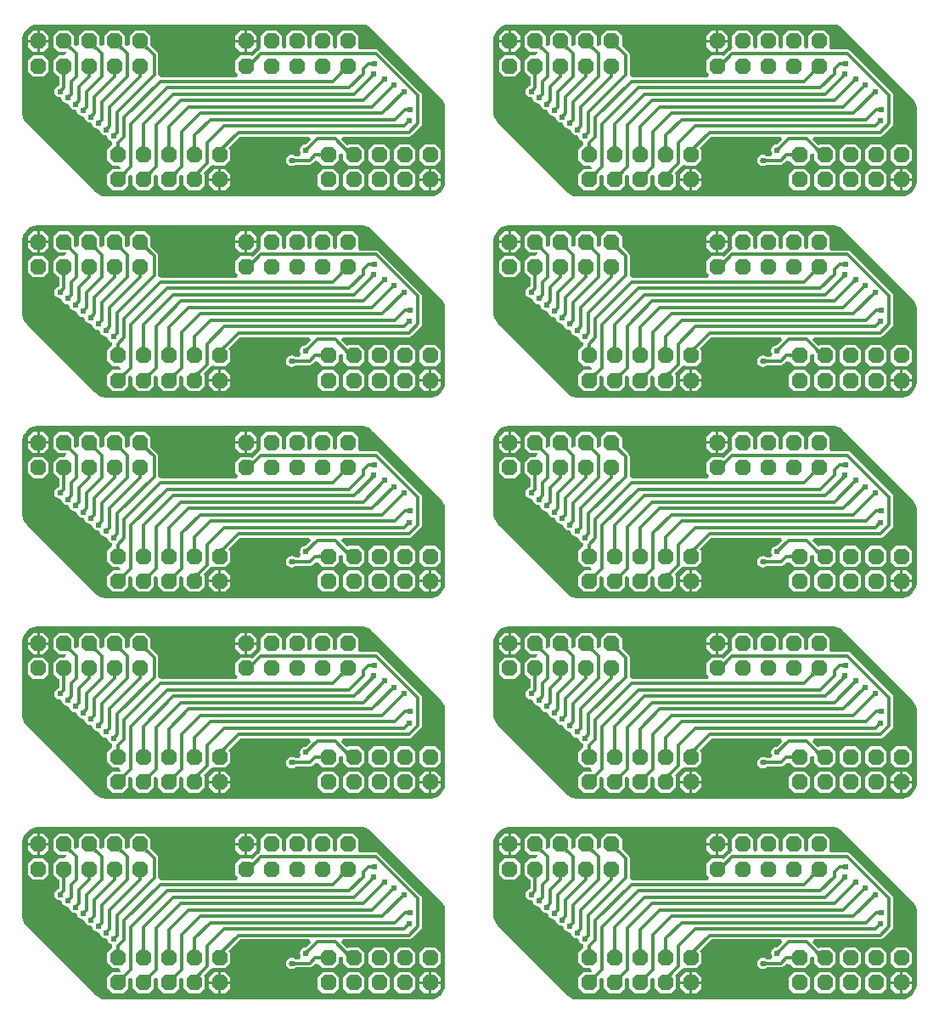
<source format=gbl>
G04*
G04 #@! TF.GenerationSoftware,Altium Limited,Altium Designer,19.1.9 (167)*
G04*
G04 Layer_Physical_Order=2*
G04 Layer_Color=16711680*
%FSLAX25Y25*%
%MOIN*%
G70*
G01*
G75*
%ADD11C,0.01200*%
%ADD12P,0.06818X8X382.5*%
%ADD13C,0.02400*%
G36*
X208661Y384195D02*
X335321D01*
X335936Y384195D01*
X337142Y383956D01*
X338278Y383485D01*
X339301Y382802D01*
X339735Y382367D01*
X366619Y355483D01*
X367054Y355049D01*
X367737Y354026D01*
X368208Y352890D01*
X368447Y351684D01*
X368447Y351069D01*
Y322220D01*
X368208Y321014D01*
X367737Y319878D01*
X367054Y318855D01*
X366184Y317986D01*
X365162Y317302D01*
X364026Y316832D01*
X362820Y316592D01*
X362205D01*
X235545Y316592D01*
X234930D01*
X233724Y316832D01*
X232588Y317302D01*
X231565Y317986D01*
X231131Y318420D01*
X204247Y345304D01*
X203812Y345739D01*
X203129Y346761D01*
X202659Y347897D01*
X202419Y349103D01*
Y377953D01*
X202419Y378568D01*
X202659Y379774D01*
X203129Y380910D01*
X203812Y381932D01*
X204682Y382802D01*
X205704Y383485D01*
X206840Y383956D01*
X208047Y384195D01*
X208661Y384195D01*
D02*
G37*
G36*
X23622D02*
X150282D01*
X150897Y384195D01*
X152103Y383956D01*
X153239Y383485D01*
X154261Y382802D01*
X154696Y382367D01*
X181580Y355483D01*
X182014Y355049D01*
X182698Y354026D01*
X183168Y352890D01*
X183408Y351684D01*
X183408Y351069D01*
Y322220D01*
X183168Y321014D01*
X182698Y319878D01*
X182014Y318855D01*
X181145Y317986D01*
X180122Y317302D01*
X178986Y316832D01*
X177780Y316592D01*
X177165D01*
X50506Y316592D01*
X49891D01*
X48685Y316832D01*
X47549Y317302D01*
X46526Y317986D01*
X46091Y318420D01*
X19208Y345304D01*
X18773Y345739D01*
X18090Y346761D01*
X17619Y347897D01*
X17379Y349103D01*
Y377953D01*
X17379Y378568D01*
X17619Y379774D01*
X18090Y380910D01*
X18773Y381932D01*
X19643Y382802D01*
X20665Y383485D01*
X21801Y383956D01*
X23007Y384195D01*
X23622Y384195D01*
D02*
G37*
G36*
X208661Y305455D02*
X335321D01*
X335936Y305455D01*
X337142Y305215D01*
X338278Y304745D01*
X339301Y304062D01*
X339735Y303627D01*
X366619Y276743D01*
X367054Y276308D01*
X367737Y275286D01*
X368208Y274150D01*
X368447Y272944D01*
X368447Y272329D01*
Y243480D01*
X368208Y242274D01*
X367737Y241137D01*
X367054Y240115D01*
X366184Y239245D01*
X365162Y238562D01*
X364026Y238092D01*
X362820Y237852D01*
X362205D01*
X235545Y237852D01*
X234930D01*
X233724Y238092D01*
X232588Y238562D01*
X231565Y239245D01*
X231131Y239680D01*
X204247Y266564D01*
X203812Y266999D01*
X203129Y268021D01*
X202659Y269157D01*
X202419Y270363D01*
Y299213D01*
X202419Y299827D01*
X202659Y301033D01*
X203129Y302170D01*
X203812Y303192D01*
X204682Y304062D01*
X205704Y304745D01*
X206840Y305215D01*
X208047Y305455D01*
X208661Y305455D01*
D02*
G37*
G36*
X23622D02*
X150282D01*
X150897Y305455D01*
X152103Y305215D01*
X153239Y304745D01*
X154261Y304062D01*
X154696Y303627D01*
X181580Y276743D01*
X182014Y276308D01*
X182698Y275286D01*
X183168Y274150D01*
X183408Y272944D01*
X183408Y272329D01*
Y243480D01*
X183168Y242274D01*
X182698Y241137D01*
X182014Y240115D01*
X181145Y239245D01*
X180122Y238562D01*
X178986Y238092D01*
X177780Y237852D01*
X177165D01*
X50506Y237852D01*
X49891D01*
X48685Y238092D01*
X47549Y238562D01*
X46526Y239245D01*
X46091Y239680D01*
X19208Y266564D01*
X18773Y266999D01*
X18090Y268021D01*
X17619Y269157D01*
X17379Y270363D01*
Y299213D01*
X17379Y299827D01*
X17619Y301033D01*
X18090Y302170D01*
X18773Y303192D01*
X19643Y304062D01*
X20665Y304745D01*
X21801Y305215D01*
X23007Y305455D01*
X23622Y305455D01*
D02*
G37*
G36*
X208661Y226715D02*
X335321D01*
X335936Y226715D01*
X337142Y226475D01*
X338278Y226005D01*
X339301Y225321D01*
X339735Y224887D01*
X366619Y198003D01*
X367054Y197568D01*
X367737Y196546D01*
X368208Y195410D01*
X368447Y194204D01*
X368447Y193589D01*
Y164740D01*
X368208Y163533D01*
X367737Y162397D01*
X367054Y161375D01*
X366184Y160505D01*
X365162Y159822D01*
X364026Y159352D01*
X362820Y159112D01*
X362205D01*
X235545Y159112D01*
X234930D01*
X233724Y159352D01*
X232588Y159822D01*
X231565Y160505D01*
X231131Y160940D01*
X204247Y187824D01*
X203812Y188258D01*
X203129Y189281D01*
X202659Y190417D01*
X202419Y191623D01*
Y220472D01*
X202419Y221087D01*
X202659Y222293D01*
X203129Y223429D01*
X203812Y224452D01*
X204682Y225322D01*
X205704Y226005D01*
X206840Y226475D01*
X208047Y226715D01*
X208661Y226715D01*
D02*
G37*
G36*
X23622D02*
X150282D01*
X150897Y226715D01*
X152103Y226475D01*
X153239Y226005D01*
X154261Y225321D01*
X154696Y224887D01*
X181580Y198003D01*
X182014Y197568D01*
X182698Y196546D01*
X183168Y195410D01*
X183408Y194204D01*
X183408Y193589D01*
Y164740D01*
X183168Y163533D01*
X182698Y162397D01*
X182014Y161375D01*
X181145Y160505D01*
X180122Y159822D01*
X178986Y159352D01*
X177780Y159112D01*
X177165D01*
X50506Y159112D01*
X49891D01*
X48685Y159352D01*
X47549Y159822D01*
X46526Y160505D01*
X46091Y160940D01*
X19208Y187824D01*
X18773Y188258D01*
X18090Y189281D01*
X17619Y190417D01*
X17379Y191623D01*
Y220472D01*
X17379Y221087D01*
X17619Y222293D01*
X18090Y223429D01*
X18773Y224452D01*
X19643Y225322D01*
X20665Y226005D01*
X21801Y226475D01*
X23007Y226715D01*
X23622Y226715D01*
D02*
G37*
G36*
X208661Y147975D02*
X335321D01*
X335936Y147975D01*
X337142Y147735D01*
X338278Y147265D01*
X339301Y146581D01*
X339735Y146147D01*
X366619Y119263D01*
X367054Y118828D01*
X367737Y117806D01*
X368208Y116670D01*
X368447Y115463D01*
X368447Y114849D01*
Y85999D01*
X368208Y84793D01*
X367737Y83657D01*
X367054Y82635D01*
X366184Y81765D01*
X365162Y81082D01*
X364026Y80611D01*
X362820Y80371D01*
X362205D01*
X235545Y80371D01*
X234930D01*
X233724Y80611D01*
X232588Y81082D01*
X231565Y81765D01*
X231131Y82200D01*
X204247Y109083D01*
X203812Y109518D01*
X203129Y110541D01*
X202659Y111677D01*
X202419Y112883D01*
Y141732D01*
X202419Y142347D01*
X202659Y143553D01*
X203129Y144689D01*
X203812Y145712D01*
X204682Y146581D01*
X205704Y147265D01*
X206840Y147735D01*
X208047Y147975D01*
X208661Y147975D01*
D02*
G37*
G36*
X23622D02*
X150282D01*
X150897Y147975D01*
X152103Y147735D01*
X153239Y147265D01*
X154261Y146581D01*
X154696Y146147D01*
X181580Y119263D01*
X182014Y118828D01*
X182698Y117806D01*
X183168Y116670D01*
X183408Y115463D01*
X183408Y114849D01*
Y85999D01*
X183168Y84793D01*
X182698Y83657D01*
X182014Y82635D01*
X181145Y81765D01*
X180122Y81082D01*
X178986Y80611D01*
X177780Y80371D01*
X177165D01*
X50506Y80371D01*
X49891D01*
X48685Y80611D01*
X47549Y81082D01*
X46526Y81765D01*
X46091Y82200D01*
X19208Y109083D01*
X18773Y109518D01*
X18090Y110541D01*
X17619Y111677D01*
X17379Y112883D01*
Y141732D01*
X17379Y142347D01*
X17619Y143553D01*
X18090Y144689D01*
X18773Y145712D01*
X19643Y146581D01*
X20665Y147265D01*
X21801Y147735D01*
X23007Y147975D01*
X23622Y147975D01*
D02*
G37*
G36*
X208661Y69235D02*
X335321D01*
X335936Y69235D01*
X337142Y68995D01*
X338278Y68524D01*
X339301Y67841D01*
X339735Y67406D01*
X366619Y40523D01*
X367054Y40088D01*
X367737Y39066D01*
X368208Y37929D01*
X368447Y36723D01*
X368447Y36108D01*
Y7259D01*
X368208Y6053D01*
X367737Y4917D01*
X367054Y3895D01*
X366184Y3025D01*
X365162Y2342D01*
X364026Y1871D01*
X362820Y1631D01*
X362205D01*
X235545Y1631D01*
X234930D01*
X233724Y1871D01*
X232588Y2342D01*
X231565Y3025D01*
X231131Y3460D01*
X204247Y30343D01*
X203812Y30778D01*
X203129Y31800D01*
X202659Y32937D01*
X202419Y34143D01*
Y62992D01*
X202419Y63607D01*
X202659Y64813D01*
X203129Y65949D01*
X203812Y66972D01*
X204682Y67841D01*
X205704Y68524D01*
X206840Y68995D01*
X208047Y69235D01*
X208661Y69235D01*
D02*
G37*
G36*
X23622D02*
X150282D01*
X150897Y69235D01*
X152103Y68995D01*
X153239Y68524D01*
X154261Y67841D01*
X154696Y67406D01*
X181580Y40523D01*
X182014Y40088D01*
X182698Y39066D01*
X183168Y37929D01*
X183408Y36723D01*
X183408Y36108D01*
Y7259D01*
X183168Y6053D01*
X182698Y4917D01*
X182014Y3895D01*
X181145Y3025D01*
X180122Y2342D01*
X178986Y1871D01*
X177780Y1631D01*
X177165D01*
X50506Y1631D01*
X49891D01*
X48685Y1871D01*
X47549Y2342D01*
X46526Y3025D01*
X46091Y3460D01*
X19208Y30343D01*
X18773Y30778D01*
X18090Y31800D01*
X17619Y32937D01*
X17379Y34143D01*
Y62992D01*
X17379Y63607D01*
X17619Y64813D01*
X18090Y65949D01*
X18773Y66972D01*
X19643Y67841D01*
X20665Y68524D01*
X21801Y68995D01*
X23007Y69235D01*
X23622Y69235D01*
D02*
G37*
%LPC*%
G36*
X292217Y381728D02*
X290642D01*
Y378079D01*
X294291D01*
Y379654D01*
X292217Y381728D01*
D02*
G37*
G36*
X289642D02*
X288067D01*
X285992Y379654D01*
Y378079D01*
X289642D01*
Y381728D01*
D02*
G37*
G36*
X210717D02*
X209142D01*
Y378079D01*
X212791D01*
Y379654D01*
X210717Y381728D01*
D02*
G37*
G36*
X208142D02*
X206567D01*
X204492Y379654D01*
Y378079D01*
X208142D01*
Y381728D01*
D02*
G37*
G36*
X332217D02*
X328067D01*
X325992Y379654D01*
Y375504D01*
X325236Y374563D01*
X325047D01*
X324600Y375120D01*
X324291Y375663D01*
Y379654D01*
X322217Y381728D01*
X318067D01*
X315992Y379654D01*
Y375504D01*
X315236Y374563D01*
X315047D01*
X314600Y375120D01*
X314291Y375663D01*
Y379654D01*
X312217Y381728D01*
X308067D01*
X305992Y379654D01*
Y375504D01*
X305236Y374563D01*
X305047D01*
X304600Y375120D01*
X304291Y375663D01*
Y379654D01*
X302217Y381728D01*
X298067D01*
X295992Y379654D01*
Y375504D01*
X296103Y375393D01*
X295587Y374212D01*
X295346Y374165D01*
X294817Y373811D01*
X292600Y371594D01*
X292216Y371978D01*
X288066D01*
X285992Y369903D01*
Y365753D01*
X287085Y364659D01*
X286588Y363459D01*
X256818D01*
X256252Y363848D01*
X256161Y363939D01*
X255772Y364505D01*
Y372079D01*
X255648Y372704D01*
X255295Y373233D01*
X252800Y375728D01*
X252791Y375738D01*
Y379654D01*
X250717Y381728D01*
X246567D01*
X244492Y379654D01*
Y376231D01*
X243351Y375590D01*
X242791Y376014D01*
Y379654D01*
X240717Y381728D01*
X236567D01*
X234492Y379654D01*
Y376231D01*
X233351Y375590D01*
X232791Y376014D01*
Y379654D01*
X230717Y381728D01*
X226567D01*
X224492Y379654D01*
Y376231D01*
X223351Y375590D01*
X222791Y376014D01*
Y379654D01*
X220717Y381728D01*
X216567D01*
X214492Y379654D01*
Y375504D01*
X216567Y373429D01*
X219558D01*
X219723Y373178D01*
X219076Y371978D01*
X216566D01*
X214492Y369903D01*
Y365753D01*
X216566Y363678D01*
X217010D01*
Y360045D01*
X216283Y359900D01*
X215555Y359414D01*
X215069Y358686D01*
X214898Y357828D01*
X215069Y356970D01*
X215555Y356242D01*
X216283Y355756D01*
X217141Y355585D01*
X218054Y354543D01*
X218069Y354470D01*
X218555Y353742D01*
X219283Y353256D01*
X220141Y353085D01*
X221054Y352043D01*
X221069Y351970D01*
X221555Y351242D01*
X222283Y350756D01*
X223141Y350585D01*
X224054Y349543D01*
X224069Y349470D01*
X224555Y348742D01*
X225283Y348256D01*
X226141Y348085D01*
X227054Y347043D01*
X227069Y346970D01*
X227555Y346242D01*
X228283Y345756D01*
X229141Y345585D01*
X230054Y344543D01*
X230069Y344470D01*
X230555Y343742D01*
X231283Y343256D01*
X232141Y343085D01*
X233054Y342043D01*
X233069Y341970D01*
X233555Y341242D01*
X234283Y340756D01*
X235141Y340585D01*
X236054Y339543D01*
X236069Y339470D01*
X236555Y338742D01*
X237283Y338256D01*
X237478Y338217D01*
X237629Y336963D01*
X235752Y335087D01*
Y330937D01*
X237827Y328862D01*
X240335D01*
X240981Y327662D01*
X240816Y327411D01*
X237826D01*
X235751Y325336D01*
Y321186D01*
X237826Y319111D01*
X241976D01*
X244051Y321186D01*
Y324826D01*
X244610Y325250D01*
X245751Y324608D01*
Y321186D01*
X247826Y319111D01*
X251976D01*
X254051Y321186D01*
Y324826D01*
X254610Y325250D01*
X255751Y324608D01*
Y321186D01*
X257826Y319111D01*
X261976D01*
X264051Y321186D01*
Y324826D01*
X264610Y325250D01*
X265751Y324608D01*
Y321186D01*
X267826Y319111D01*
X271976D01*
X274051Y321186D01*
Y325336D01*
X273503Y325883D01*
X276055Y328435D01*
X276256Y328736D01*
X277210Y329014D01*
X277648Y329041D01*
X277827Y328862D01*
X281976D01*
X284051Y330937D01*
Y335087D01*
X283379Y335759D01*
X287817Y340197D01*
X315135D01*
X315594Y339088D01*
X313579Y337073D01*
X313572Y337067D01*
X313553Y337053D01*
X312783Y336900D01*
X312055Y336414D01*
X311569Y335686D01*
X311398Y334828D01*
X311569Y333970D01*
X311776Y333659D01*
X311231Y332459D01*
X309685D01*
X309676Y332460D01*
X309652Y332464D01*
X308999Y332900D01*
X308141Y333071D01*
X307283Y332900D01*
X306555Y332414D01*
X306069Y331686D01*
X305898Y330828D01*
X306069Y329970D01*
X306555Y329242D01*
X307283Y328756D01*
X308141Y328585D01*
X308999Y328756D01*
X309652Y329192D01*
X309663Y329194D01*
X309700Y329197D01*
X315141D01*
X315141Y329197D01*
X315765Y329321D01*
X316295Y329675D01*
X317269Y330649D01*
X318802Y330485D01*
X320425Y328862D01*
X324575D01*
X326650Y330937D01*
Y333073D01*
X327850Y333648D01*
X328350Y333245D01*
Y330937D01*
X330425Y328862D01*
X334575D01*
X336650Y330937D01*
Y335087D01*
X334575Y337161D01*
X330425D01*
X330020Y336756D01*
X327688Y339088D01*
X328147Y340197D01*
X354141D01*
X354765Y340321D01*
X355295Y340674D01*
X358795Y344175D01*
X359148Y344704D01*
X359273Y345328D01*
Y356328D01*
X359148Y356952D01*
X358795Y357482D01*
X342465Y373811D01*
X341936Y374165D01*
X341312Y374289D01*
X334644D01*
X334185Y375397D01*
X334291Y375504D01*
Y379654D01*
X332217Y381728D01*
D02*
G37*
G36*
X294291Y377079D02*
X290642D01*
Y373429D01*
X292217D01*
X294291Y375504D01*
Y377079D01*
D02*
G37*
G36*
X289642D02*
X285992D01*
Y375504D01*
X288067Y373429D01*
X289642D01*
Y377079D01*
D02*
G37*
G36*
X212791D02*
X209142D01*
Y373429D01*
X210717D01*
X212791Y375504D01*
Y377079D01*
D02*
G37*
G36*
X208142D02*
X204492D01*
Y375504D01*
X206567Y373429D01*
X208142D01*
Y377079D01*
D02*
G37*
G36*
X210716Y371978D02*
X206566D01*
X204491Y369903D01*
Y365753D01*
X206566Y363678D01*
X210716D01*
X212791Y365753D01*
Y369903D01*
X210716Y371978D01*
D02*
G37*
G36*
X364575Y337161D02*
X360425D01*
X358350Y335087D01*
Y330937D01*
X360425Y328862D01*
X364575D01*
X366650Y330937D01*
Y335087D01*
X364575Y337161D01*
D02*
G37*
G36*
X354575D02*
X350425D01*
X348350Y335087D01*
Y330937D01*
X350425Y328862D01*
X354575D01*
X356650Y330937D01*
Y335087D01*
X354575Y337161D01*
D02*
G37*
G36*
X344575D02*
X340425D01*
X338350Y335087D01*
Y330937D01*
X340425Y328862D01*
X344575D01*
X346650Y330937D01*
Y335087D01*
X344575Y337161D01*
D02*
G37*
G36*
X281976Y327411D02*
X280401D01*
Y323761D01*
X284051D01*
Y325336D01*
X281976Y327411D01*
D02*
G37*
G36*
X279401D02*
X277826D01*
X275751Y325336D01*
Y323761D01*
X279401D01*
Y327411D01*
D02*
G37*
G36*
X364574D02*
X362999D01*
Y323761D01*
X366649D01*
Y325336D01*
X364574Y327411D01*
D02*
G37*
G36*
X361999D02*
X360425D01*
X358350Y325336D01*
Y323761D01*
X361999D01*
Y327411D01*
D02*
G37*
G36*
X366649Y322761D02*
X362999D01*
Y319111D01*
X364574D01*
X366649Y321186D01*
Y322761D01*
D02*
G37*
G36*
X361999D02*
X358350D01*
Y321186D01*
X360425Y319111D01*
X361999D01*
Y322761D01*
D02*
G37*
G36*
X354574Y327411D02*
X350425D01*
X348350Y325336D01*
Y321186D01*
X350425Y319111D01*
X354574D01*
X356649Y321186D01*
Y325336D01*
X354574Y327411D01*
D02*
G37*
G36*
X344574D02*
X340425D01*
X338350Y325336D01*
Y321186D01*
X340425Y319111D01*
X344574D01*
X346649Y321186D01*
Y325336D01*
X344574Y327411D01*
D02*
G37*
G36*
X334574D02*
X330425D01*
X328350Y325336D01*
Y321186D01*
X330425Y319111D01*
X334574D01*
X336649Y321186D01*
Y325336D01*
X334574Y327411D01*
D02*
G37*
G36*
X324574D02*
X320425D01*
X318350Y325336D01*
Y321186D01*
X320425Y319111D01*
X324574D01*
X326649Y321186D01*
Y325336D01*
X324574Y327411D01*
D02*
G37*
G36*
X284051Y322761D02*
X280401D01*
Y319111D01*
X281976D01*
X284051Y321186D01*
Y322761D01*
D02*
G37*
G36*
X279401D02*
X275751D01*
Y321186D01*
X277826Y319111D01*
X279401D01*
Y322761D01*
D02*
G37*
%LPD*%
G36*
X251697Y376049D02*
X251654Y375951D01*
X251637Y375842D01*
X251647Y375724D01*
X251683Y375595D01*
X251747Y375456D01*
X251837Y375307D01*
X251954Y375149D01*
X252097Y374980D01*
X252268Y374801D01*
X251419Y373953D01*
X251240Y374123D01*
X251072Y374267D01*
X250913Y374384D01*
X250764Y374474D01*
X250626Y374537D01*
X250497Y374574D01*
X250378Y374584D01*
X250270Y374567D01*
X250171Y374523D01*
X250082Y374453D01*
X251767Y376138D01*
X251697Y376049D01*
D02*
G37*
G36*
X241697D02*
X241653Y375951D01*
X241637Y375842D01*
X241647Y375724D01*
X241683Y375595D01*
X241747Y375456D01*
X241837Y375307D01*
X241954Y375149D01*
X242097Y374980D01*
X242268Y374801D01*
X241419Y373953D01*
X241241Y374123D01*
X241072Y374267D01*
X240913Y374384D01*
X240764Y374474D01*
X240626Y374537D01*
X240497Y374574D01*
X240378Y374584D01*
X240270Y374567D01*
X240171Y374523D01*
X240082Y374453D01*
X241767Y376138D01*
X241697Y376049D01*
D02*
G37*
G36*
X231697D02*
X231653Y375951D01*
X231637Y375842D01*
X231647Y375724D01*
X231683Y375595D01*
X231747Y375456D01*
X231837Y375307D01*
X231954Y375149D01*
X232097Y374980D01*
X232268Y374801D01*
X231419Y373953D01*
X231241Y374123D01*
X231072Y374267D01*
X230913Y374384D01*
X230764Y374474D01*
X230626Y374537D01*
X230497Y374574D01*
X230378Y374584D01*
X230270Y374567D01*
X230171Y374523D01*
X230082Y374453D01*
X231767Y376138D01*
X231697Y376049D01*
D02*
G37*
G36*
X221697D02*
X221654Y375951D01*
X221637Y375842D01*
X221647Y375724D01*
X221683Y375595D01*
X221747Y375456D01*
X221837Y375307D01*
X221954Y375149D01*
X222097Y374980D01*
X222268Y374801D01*
X221419Y373953D01*
X221240Y374123D01*
X221072Y374267D01*
X220913Y374384D01*
X220764Y374474D01*
X220626Y374537D01*
X220497Y374574D01*
X220378Y374584D01*
X220270Y374567D01*
X220171Y374523D01*
X220082Y374453D01*
X221767Y376138D01*
X221697Y376049D01*
D02*
G37*
G36*
X294127Y369966D02*
X293914Y369743D01*
X293571Y369334D01*
X293442Y369147D01*
X293342Y368971D01*
X293270Y368808D01*
X293227Y368655D01*
X293212Y368515D01*
X293225Y368386D01*
X293267Y368269D01*
X292137Y370521D01*
X292201Y370424D01*
X292279Y370358D01*
X292372Y370323D01*
X292478Y370319D01*
X292599Y370347D01*
X292735Y370406D01*
X292884Y370496D01*
X293048Y370617D01*
X293226Y370770D01*
X293419Y370954D01*
X294127Y369966D01*
D02*
G37*
G36*
X339784Y367988D02*
X339733Y368034D01*
X339673Y368074D01*
X339604Y368110D01*
X339527Y368142D01*
X339441Y368168D01*
X339346Y368190D01*
X339243Y368206D01*
X339131Y368218D01*
X338882Y368228D01*
Y369428D01*
X339011Y369430D01*
X339243Y369450D01*
X339346Y369466D01*
X339441Y369488D01*
X339527Y369514D01*
X339604Y369546D01*
X339673Y369582D01*
X339733Y369622D01*
X339784Y369668D01*
Y367988D01*
D02*
G37*
G36*
X328701Y364702D02*
X328612Y364773D01*
X328513Y364816D01*
X328405Y364833D01*
X328286Y364823D01*
X328157Y364787D01*
X328018Y364723D01*
X327870Y364633D01*
X327711Y364516D01*
X327542Y364372D01*
X327364Y364202D01*
X326515Y365051D01*
X326686Y365229D01*
X326829Y365398D01*
X326946Y365557D01*
X327036Y365705D01*
X327099Y365844D01*
X327136Y365973D01*
X327146Y366091D01*
X327129Y366200D01*
X327086Y366299D01*
X327015Y366388D01*
X328701Y364702D01*
D02*
G37*
G36*
X249454Y364682D02*
X249409Y364656D01*
X249370Y364613D01*
X249336Y364552D01*
X249307Y364475D01*
X249283Y364380D01*
X249265Y364268D01*
X249252Y364139D01*
X249241Y363828D01*
X248041D01*
X248039Y363992D01*
X248018Y364268D01*
X247999Y364380D01*
X247975Y364475D01*
X247947Y364552D01*
X247913Y364613D01*
X247873Y364656D01*
X247829Y364682D01*
X247779Y364690D01*
X249503D01*
X249454Y364682D01*
D02*
G37*
G36*
X239454D02*
X239409Y364656D01*
X239370Y364613D01*
X239336Y364552D01*
X239307Y364475D01*
X239283Y364380D01*
X239265Y364268D01*
X239252Y364139D01*
X239241Y363828D01*
X238041D01*
X238038Y363992D01*
X238018Y364268D01*
X237999Y364380D01*
X237976Y364475D01*
X237947Y364552D01*
X237913Y364613D01*
X237873Y364656D01*
X237829Y364682D01*
X237779Y364690D01*
X239504D01*
X239454Y364682D01*
D02*
G37*
G36*
X229454D02*
X229409Y364656D01*
X229370Y364613D01*
X229336Y364552D01*
X229307Y364475D01*
X229283Y364380D01*
X229265Y364268D01*
X229252Y364139D01*
X229241Y363828D01*
X228041D01*
X228039Y363992D01*
X228017Y364268D01*
X227999Y364380D01*
X227976Y364475D01*
X227947Y364552D01*
X227912Y364613D01*
X227873Y364656D01*
X227829Y364682D01*
X227779Y364690D01*
X229503D01*
X229454Y364682D01*
D02*
G37*
G36*
X219727Y364678D02*
X219625Y364642D01*
X219535Y364582D01*
X219457Y364498D01*
X219391Y364390D01*
X219337Y364258D01*
X219295Y364102D01*
X219265Y363922D01*
X219247Y363718D01*
X219241Y363490D01*
X218041D01*
X218035Y363718D01*
X218017Y363922D01*
X217987Y364102D01*
X217945Y364258D01*
X217891Y364390D01*
X217825Y364498D01*
X217747Y364582D01*
X217657Y364642D01*
X217555Y364678D01*
X217441Y364690D01*
X219841D01*
X219727Y364678D01*
D02*
G37*
G36*
X340483Y363678D02*
X340439Y363661D01*
X340390Y363636D01*
X340335Y363603D01*
X340274Y363561D01*
X340136Y363451D01*
X339975Y363307D01*
X339791Y363129D01*
X338627Y363663D01*
X338716Y363756D01*
X338794Y363847D01*
X338860Y363934D01*
X338914Y364019D01*
X338957Y364100D01*
X338989Y364179D01*
X339008Y364254D01*
X339016Y364327D01*
X339013Y364396D01*
X338998Y364463D01*
X340483Y363678D01*
D02*
G37*
G36*
X344629Y361628D02*
X344561Y361624D01*
X344489Y361610D01*
X344415Y361587D01*
X344339Y361555D01*
X344259Y361513D01*
X344177Y361461D01*
X344092Y361400D01*
X344005Y361329D01*
X343821Y361160D01*
X342973Y362008D01*
X343062Y362101D01*
X343213Y362279D01*
X343274Y362364D01*
X343326Y362446D01*
X343368Y362526D01*
X343400Y362602D01*
X343424Y362676D01*
X343437Y362747D01*
X343441Y362816D01*
X344629Y361628D01*
D02*
G37*
G36*
X348129Y359128D02*
X348060Y359124D01*
X347989Y359110D01*
X347915Y359087D01*
X347839Y359055D01*
X347759Y359013D01*
X347677Y358961D01*
X347592Y358900D01*
X347505Y358829D01*
X347321Y358660D01*
X346473Y359508D01*
X346563Y359601D01*
X346713Y359779D01*
X346774Y359864D01*
X346826Y359946D01*
X346868Y360026D01*
X346900Y360102D01*
X346923Y360176D01*
X346937Y360247D01*
X346941Y360316D01*
X348129Y359128D01*
D02*
G37*
G36*
X218809Y358648D02*
X218720Y358555D01*
X218569Y358377D01*
X218508Y358292D01*
X218456Y358210D01*
X218414Y358131D01*
X218382Y358054D01*
X218359Y357980D01*
X218345Y357909D01*
X218341Y357840D01*
X217153Y359028D01*
X217222Y359032D01*
X217293Y359046D01*
X217367Y359069D01*
X217444Y359101D01*
X217523Y359143D01*
X217605Y359195D01*
X217690Y359256D01*
X217778Y359327D01*
X217961Y359496D01*
X218809Y358648D01*
D02*
G37*
G36*
X352129Y356628D02*
X352061Y356624D01*
X351989Y356610D01*
X351915Y356587D01*
X351839Y356555D01*
X351759Y356513D01*
X351677Y356461D01*
X351592Y356400D01*
X351505Y356329D01*
X351321Y356160D01*
X350473Y357008D01*
X350563Y357101D01*
X350713Y357279D01*
X350774Y357364D01*
X350826Y357446D01*
X350868Y357525D01*
X350900Y357602D01*
X350923Y357676D01*
X350937Y357747D01*
X350941Y357816D01*
X352129Y356628D01*
D02*
G37*
G36*
X221809Y356148D02*
X221720Y356055D01*
X221569Y355877D01*
X221508Y355792D01*
X221456Y355710D01*
X221414Y355631D01*
X221382Y355554D01*
X221359Y355480D01*
X221345Y355409D01*
X221341Y355340D01*
X220153Y356528D01*
X220222Y356532D01*
X220293Y356546D01*
X220367Y356569D01*
X220444Y356601D01*
X220523Y356643D01*
X220605Y356695D01*
X220690Y356756D01*
X220778Y356827D01*
X220961Y356996D01*
X221809Y356148D01*
D02*
G37*
G36*
X224809Y353648D02*
X224720Y353555D01*
X224569Y353377D01*
X224508Y353292D01*
X224456Y353210D01*
X224414Y353131D01*
X224382Y353054D01*
X224359Y352980D01*
X224345Y352909D01*
X224341Y352840D01*
X223153Y354028D01*
X223222Y354032D01*
X223293Y354046D01*
X223367Y354069D01*
X223444Y354101D01*
X223523Y354143D01*
X223605Y354195D01*
X223690Y354256D01*
X223778Y354327D01*
X223961Y354496D01*
X224809Y353648D01*
D02*
G37*
G36*
X227809Y351148D02*
X227720Y351055D01*
X227569Y350877D01*
X227508Y350792D01*
X227456Y350710D01*
X227414Y350631D01*
X227382Y350554D01*
X227359Y350480D01*
X227345Y350409D01*
X227341Y350340D01*
X226153Y351528D01*
X226222Y351532D01*
X226293Y351546D01*
X226367Y351569D01*
X226444Y351601D01*
X226523Y351643D01*
X226605Y351695D01*
X226690Y351756D01*
X226778Y351827D01*
X226961Y351996D01*
X227809Y351148D01*
D02*
G37*
G36*
X353784Y349988D02*
X353733Y350034D01*
X353673Y350074D01*
X353604Y350110D01*
X353527Y350142D01*
X353441Y350168D01*
X353346Y350190D01*
X353243Y350206D01*
X353131Y350218D01*
X352882Y350228D01*
Y351428D01*
X353011Y351430D01*
X353243Y351450D01*
X353346Y351466D01*
X353441Y351488D01*
X353527Y351514D01*
X353604Y351546D01*
X353673Y351582D01*
X353733Y351622D01*
X353784Y351668D01*
Y349988D01*
D02*
G37*
G36*
X230809Y348648D02*
X230720Y348555D01*
X230569Y348377D01*
X230508Y348292D01*
X230456Y348210D01*
X230414Y348131D01*
X230382Y348054D01*
X230359Y347980D01*
X230345Y347909D01*
X230341Y347840D01*
X229153Y349028D01*
X229222Y349032D01*
X229293Y349046D01*
X229367Y349069D01*
X229444Y349101D01*
X229523Y349143D01*
X229605Y349195D01*
X229690Y349256D01*
X229778Y349327D01*
X229961Y349496D01*
X230809Y348648D01*
D02*
G37*
G36*
X233809Y346148D02*
X233720Y346055D01*
X233569Y345877D01*
X233508Y345792D01*
X233456Y345710D01*
X233414Y345631D01*
X233382Y345554D01*
X233359Y345480D01*
X233345Y345409D01*
X233341Y345340D01*
X232153Y346528D01*
X232222Y346532D01*
X232293Y346546D01*
X232367Y346569D01*
X232444Y346601D01*
X232523Y346643D01*
X232605Y346695D01*
X232690Y346756D01*
X232778Y346827D01*
X232961Y346996D01*
X233809Y346148D01*
D02*
G37*
G36*
X354129Y345128D02*
X354061Y345124D01*
X353989Y345110D01*
X353915Y345087D01*
X353839Y345055D01*
X353759Y345013D01*
X353677Y344961D01*
X353592Y344900D01*
X353505Y344829D01*
X353321Y344660D01*
X352473Y345508D01*
X352562Y345601D01*
X352713Y345779D01*
X352774Y345864D01*
X352826Y345946D01*
X352868Y346025D01*
X352900Y346102D01*
X352923Y346176D01*
X352937Y346247D01*
X352941Y346316D01*
X354129Y345128D01*
D02*
G37*
G36*
X236809Y343648D02*
X236720Y343555D01*
X236569Y343377D01*
X236508Y343292D01*
X236456Y343210D01*
X236414Y343131D01*
X236382Y343054D01*
X236359Y342980D01*
X236345Y342909D01*
X236341Y342840D01*
X235153Y344028D01*
X235222Y344032D01*
X235293Y344046D01*
X235367Y344069D01*
X235444Y344101D01*
X235523Y344143D01*
X235605Y344195D01*
X235690Y344256D01*
X235778Y344327D01*
X235961Y344496D01*
X236809Y343648D01*
D02*
G37*
G36*
X239809Y341148D02*
X239720Y341055D01*
X239569Y340877D01*
X239508Y340792D01*
X239456Y340710D01*
X239414Y340631D01*
X239382Y340554D01*
X239359Y340480D01*
X239345Y340409D01*
X239341Y340340D01*
X238153Y341528D01*
X238222Y341532D01*
X238293Y341546D01*
X238367Y341569D01*
X238444Y341601D01*
X238523Y341643D01*
X238605Y341695D01*
X238690Y341756D01*
X238778Y341827D01*
X238961Y341996D01*
X239809Y341148D01*
D02*
G37*
G36*
X270508Y337119D02*
X270526Y336913D01*
X270556Y336731D01*
X270598Y336574D01*
X270652Y336440D01*
X270718Y336331D01*
X270796Y336246D01*
X270886Y336186D01*
X270988Y336150D01*
X271102Y336137D01*
X268702D01*
X268816Y336150D01*
X268918Y336186D01*
X269008Y336246D01*
X269086Y336331D01*
X269152Y336440D01*
X269206Y336574D01*
X269248Y336731D01*
X269278Y336913D01*
X269296Y337119D01*
X269302Y337349D01*
X270502D01*
X270508Y337119D01*
D02*
G37*
G36*
X260508D02*
X260526Y336913D01*
X260556Y336731D01*
X260598Y336574D01*
X260652Y336440D01*
X260718Y336331D01*
X260796Y336246D01*
X260886Y336186D01*
X260988Y336150D01*
X261102Y336137D01*
X258702D01*
X258816Y336150D01*
X258918Y336186D01*
X259008Y336246D01*
X259086Y336331D01*
X259152Y336440D01*
X259206Y336574D01*
X259248Y336731D01*
X259278Y336913D01*
X259296Y337119D01*
X259302Y337349D01*
X260502D01*
X260508Y337119D01*
D02*
G37*
G36*
X250508D02*
X250526Y336913D01*
X250556Y336731D01*
X250598Y336574D01*
X250652Y336440D01*
X250718Y336331D01*
X250796Y336246D01*
X250886Y336186D01*
X250988Y336150D01*
X251102Y336137D01*
X248702D01*
X248816Y336150D01*
X248918Y336186D01*
X249008Y336246D01*
X249086Y336331D01*
X249152Y336440D01*
X249206Y336574D01*
X249248Y336731D01*
X249278Y336913D01*
X249296Y337119D01*
X249302Y337349D01*
X250502D01*
X250508Y337119D01*
D02*
G37*
G36*
X240508D02*
X240526Y336913D01*
X240556Y336731D01*
X240598Y336574D01*
X240652Y336440D01*
X240718Y336331D01*
X240796Y336246D01*
X240886Y336186D01*
X240988Y336150D01*
X241102Y336137D01*
X238702D01*
X238816Y336150D01*
X238918Y336186D01*
X239008Y336246D01*
X239086Y336331D01*
X239152Y336440D01*
X239206Y336574D01*
X239248Y336731D01*
X239278Y336913D01*
X239296Y337119D01*
X239302Y337349D01*
X240502D01*
X240508Y337119D01*
D02*
G37*
G36*
X282739Y336578D02*
X282542Y336372D01*
X282251Y336013D01*
X282156Y335859D01*
X282096Y335722D01*
X282070Y335603D01*
X282078Y335500D01*
X282120Y335415D01*
X282196Y335347D01*
X282307Y335296D01*
X279765Y336137D01*
X279895Y336109D01*
X280034Y336105D01*
X280182Y336127D01*
X280339Y336175D01*
X280504Y336248D01*
X280678Y336347D01*
X280861Y336472D01*
X281053Y336622D01*
X281253Y336797D01*
X281463Y336998D01*
X282739Y336578D01*
D02*
G37*
G36*
X315309Y335648D02*
X315220Y335555D01*
X315069Y335377D01*
X315008Y335292D01*
X314956Y335210D01*
X314914Y335131D01*
X314882Y335054D01*
X314859Y334980D01*
X314845Y334909D01*
X314841Y334840D01*
X313653Y336028D01*
X313722Y336032D01*
X313793Y336046D01*
X313867Y336069D01*
X313944Y336101D01*
X314023Y336143D01*
X314105Y336195D01*
X314190Y336256D01*
X314278Y336327D01*
X314461Y336496D01*
X315309Y335648D01*
D02*
G37*
G36*
X329395Y335931D02*
X329573Y335778D01*
X329738Y335656D01*
X329888Y335566D01*
X330023Y335507D01*
X330144Y335479D01*
X330250Y335483D01*
X330342Y335518D01*
X330420Y335585D01*
X330483Y335684D01*
X329374Y333410D01*
X329415Y333528D01*
X329428Y333658D01*
X329412Y333799D01*
X329368Y333951D01*
X329296Y334115D01*
X329196Y334291D01*
X329068Y334477D01*
X328911Y334676D01*
X328727Y334886D01*
X328514Y335107D01*
X329201Y336116D01*
X329395Y335931D01*
D02*
G37*
G36*
X319374Y331812D02*
X319362Y331926D01*
X319326Y332028D01*
X319265Y332118D01*
X319180Y332196D01*
X319071Y332262D01*
X318938Y332316D01*
X318780Y332358D01*
X318599Y332388D01*
X318393Y332406D01*
X318162Y332412D01*
Y333612D01*
X318393Y333618D01*
X318599Y333636D01*
X318780Y333666D01*
X318938Y333708D01*
X319071Y333762D01*
X319180Y333828D01*
X319265Y333906D01*
X319326Y333996D01*
X319362Y334098D01*
X319374Y334212D01*
Y331812D01*
D02*
G37*
G36*
X309049Y331622D02*
X309109Y331582D01*
X309178Y331546D01*
X309255Y331514D01*
X309341Y331488D01*
X309436Y331466D01*
X309539Y331450D01*
X309651Y331438D01*
X309900Y331428D01*
Y330228D01*
X309771Y330226D01*
X309539Y330206D01*
X309436Y330190D01*
X309341Y330168D01*
X309255Y330142D01*
X309178Y330110D01*
X309109Y330074D01*
X309049Y330034D01*
X308998Y329988D01*
Y331668D01*
X309049Y331622D01*
D02*
G37*
G36*
X272864Y326702D02*
X272672Y326502D01*
X272514Y326318D01*
X272388Y326150D01*
X272296Y325998D01*
X272236Y325862D01*
X272209Y325742D01*
X272215Y325638D01*
X272254Y325550D01*
X272326Y325477D01*
X272431Y325421D01*
X270015Y326387D01*
X270139Y326352D01*
X270274Y326345D01*
X270418Y326364D01*
X270573Y326410D01*
X270738Y326482D01*
X270913Y326582D01*
X271097Y326708D01*
X271292Y326861D01*
X271497Y327041D01*
X271712Y327247D01*
X272864Y326702D01*
D02*
G37*
G36*
X263527Y326039D02*
X263357Y325860D01*
X263213Y325691D01*
X263096Y325532D01*
X263006Y325384D01*
X262943Y325245D01*
X262906Y325116D01*
X262896Y324998D01*
X262913Y324889D01*
X262956Y324790D01*
X263026Y324702D01*
X261342Y326387D01*
X261430Y326316D01*
X261529Y326273D01*
X261637Y326256D01*
X261756Y326266D01*
X261885Y326303D01*
X262023Y326366D01*
X262172Y326456D01*
X262331Y326573D01*
X262500Y326717D01*
X262678Y326887D01*
X263527Y326039D01*
D02*
G37*
G36*
X253527D02*
X253357Y325860D01*
X253213Y325691D01*
X253096Y325532D01*
X253006Y325384D01*
X252942Y325245D01*
X252906Y325116D01*
X252896Y324998D01*
X252913Y324889D01*
X252956Y324790D01*
X253027Y324702D01*
X251342Y326387D01*
X251430Y326316D01*
X251529Y326273D01*
X251638Y326256D01*
X251756Y326266D01*
X251885Y326303D01*
X252024Y326366D01*
X252172Y326456D01*
X252331Y326573D01*
X252500Y326717D01*
X252678Y326887D01*
X253527Y326039D01*
D02*
G37*
G36*
X243527D02*
X243357Y325860D01*
X243213Y325691D01*
X243096Y325532D01*
X243006Y325384D01*
X242943Y325245D01*
X242906Y325116D01*
X242896Y324998D01*
X242913Y324889D01*
X242956Y324790D01*
X243026Y324702D01*
X241341Y326387D01*
X241430Y326316D01*
X241529Y326273D01*
X241637Y326256D01*
X241756Y326266D01*
X241885Y326303D01*
X242023Y326366D01*
X242172Y326456D01*
X242331Y326573D01*
X242500Y326717D01*
X242678Y326887D01*
X243527Y326039D01*
D02*
G37*
%LPC*%
G36*
X107177Y381728D02*
X105602D01*
Y378079D01*
X109252D01*
Y379654D01*
X107177Y381728D01*
D02*
G37*
G36*
X104602D02*
X103028D01*
X100953Y379654D01*
Y378079D01*
X104602D01*
Y381728D01*
D02*
G37*
G36*
X25677D02*
X24102D01*
Y378079D01*
X27752D01*
Y379654D01*
X25677Y381728D01*
D02*
G37*
G36*
X23102D02*
X21528D01*
X19453Y379654D01*
Y378079D01*
X23102D01*
Y381728D01*
D02*
G37*
G36*
X147177D02*
X143028D01*
X140953Y379654D01*
Y375504D01*
X140197Y374563D01*
X140008D01*
X139560Y375120D01*
X139252Y375663D01*
Y379654D01*
X137177Y381728D01*
X133028D01*
X130953Y379654D01*
Y375504D01*
X130197Y374563D01*
X130008D01*
X129560Y375120D01*
X129252Y375663D01*
Y379654D01*
X127177Y381728D01*
X123028D01*
X120953Y379654D01*
Y375504D01*
X120197Y374563D01*
X120008D01*
X119560Y375120D01*
X119252Y375663D01*
Y379654D01*
X117177Y381728D01*
X113028D01*
X110953Y379654D01*
Y375504D01*
X111064Y375393D01*
X110547Y374212D01*
X110307Y374165D01*
X109778Y373811D01*
X107560Y371594D01*
X107176Y371978D01*
X103027D01*
X100952Y369903D01*
Y365753D01*
X102046Y364659D01*
X101549Y363459D01*
X71779D01*
X71213Y363848D01*
X71122Y363939D01*
X70733Y364505D01*
Y372079D01*
X70609Y372704D01*
X70255Y373233D01*
X67760Y375728D01*
X67752Y375738D01*
Y379654D01*
X65677Y381728D01*
X61528D01*
X59453Y379654D01*
Y376231D01*
X58312Y375590D01*
X57752Y376014D01*
Y379654D01*
X55677Y381728D01*
X51528D01*
X49453Y379654D01*
Y376231D01*
X48312Y375590D01*
X47752Y376014D01*
Y379654D01*
X45677Y381728D01*
X41528D01*
X39453Y379654D01*
Y376231D01*
X38312Y375590D01*
X37752Y376014D01*
Y379654D01*
X35677Y381728D01*
X31528D01*
X29453Y379654D01*
Y375504D01*
X31528Y373429D01*
X34518D01*
X34684Y373178D01*
X34037Y371978D01*
X31527D01*
X29452Y369903D01*
Y365753D01*
X31527Y363678D01*
X31970D01*
Y360045D01*
X31243Y359900D01*
X30516Y359414D01*
X30029Y358686D01*
X29859Y357828D01*
X30029Y356970D01*
X30516Y356242D01*
X31243Y355756D01*
X32102Y355585D01*
X33015Y354543D01*
X33029Y354470D01*
X33516Y353742D01*
X34243Y353256D01*
X35102Y353085D01*
X36015Y352043D01*
X36029Y351970D01*
X36516Y351242D01*
X37243Y350756D01*
X38102Y350585D01*
X39015Y349543D01*
X39029Y349470D01*
X39516Y348742D01*
X40243Y348256D01*
X41102Y348085D01*
X42015Y347043D01*
X42029Y346970D01*
X42516Y346242D01*
X43243Y345756D01*
X44102Y345585D01*
X45015Y344543D01*
X45029Y344470D01*
X45516Y343742D01*
X46243Y343256D01*
X47102Y343085D01*
X48015Y342043D01*
X48029Y341970D01*
X48516Y341242D01*
X49243Y340756D01*
X50102Y340585D01*
X51015Y339543D01*
X51029Y339470D01*
X51516Y338742D01*
X52243Y338256D01*
X52438Y338217D01*
X52589Y336963D01*
X50713Y335087D01*
Y330937D01*
X52787Y328862D01*
X55295D01*
X55942Y327662D01*
X55776Y327411D01*
X52787D01*
X50712Y325336D01*
Y321186D01*
X52787Y319111D01*
X56936D01*
X59011Y321186D01*
Y324826D01*
X59571Y325250D01*
X60712Y324608D01*
Y321186D01*
X62787Y319111D01*
X66936D01*
X69011Y321186D01*
Y324826D01*
X69571Y325250D01*
X70712Y324608D01*
Y321186D01*
X72787Y319111D01*
X76936D01*
X79011Y321186D01*
Y324826D01*
X79571Y325250D01*
X80712Y324608D01*
Y321186D01*
X82787Y319111D01*
X86936D01*
X89011Y321186D01*
Y325336D01*
X88464Y325883D01*
X91016Y328435D01*
X91217Y328736D01*
X92171Y329014D01*
X92608Y329041D01*
X92787Y328862D01*
X96937D01*
X99012Y330937D01*
Y335087D01*
X98340Y335759D01*
X102778Y340197D01*
X130095D01*
X130555Y339088D01*
X128540Y337073D01*
X128532Y337067D01*
X128513Y337053D01*
X127743Y336900D01*
X127016Y336414D01*
X126529Y335686D01*
X126359Y334828D01*
X126529Y333970D01*
X126737Y333659D01*
X126191Y332459D01*
X124646D01*
X124636Y332460D01*
X124613Y332464D01*
X123960Y332900D01*
X123102Y333071D01*
X122243Y332900D01*
X121516Y332414D01*
X121029Y331686D01*
X120859Y330828D01*
X121029Y329970D01*
X121516Y329242D01*
X122243Y328756D01*
X123102Y328585D01*
X123960Y328756D01*
X124613Y329192D01*
X124624Y329194D01*
X124661Y329197D01*
X130102D01*
X130102Y329197D01*
X130726Y329321D01*
X131255Y329675D01*
X132230Y330649D01*
X133763Y330485D01*
X135386Y328862D01*
X139535D01*
X141610Y330937D01*
Y333073D01*
X142810Y333648D01*
X143311Y333245D01*
Y330937D01*
X145386Y328862D01*
X149535D01*
X151610Y330937D01*
Y335087D01*
X149535Y337161D01*
X145386D01*
X144981Y336756D01*
X142649Y339088D01*
X143108Y340197D01*
X169102D01*
X169726Y340321D01*
X170255Y340674D01*
X173755Y344175D01*
X174109Y344704D01*
X174233Y345328D01*
Y356328D01*
X174109Y356952D01*
X173755Y357482D01*
X157426Y373811D01*
X156897Y374165D01*
X156272Y374289D01*
X149605D01*
X149145Y375397D01*
X149252Y375504D01*
Y379654D01*
X147177Y381728D01*
D02*
G37*
G36*
X109252Y377079D02*
X105602D01*
Y373429D01*
X107177D01*
X109252Y375504D01*
Y377079D01*
D02*
G37*
G36*
X104602D02*
X100953D01*
Y375504D01*
X103028Y373429D01*
X104602D01*
Y377079D01*
D02*
G37*
G36*
X27752D02*
X24102D01*
Y373429D01*
X25677D01*
X27752Y375504D01*
Y377079D01*
D02*
G37*
G36*
X23102D02*
X19453D01*
Y375504D01*
X21528Y373429D01*
X23102D01*
Y377079D01*
D02*
G37*
G36*
X25677Y371978D02*
X21527D01*
X19452Y369903D01*
Y365753D01*
X21527Y363678D01*
X25677D01*
X27751Y365753D01*
Y369903D01*
X25677Y371978D01*
D02*
G37*
G36*
X179535Y337161D02*
X175386D01*
X173311Y335087D01*
Y330937D01*
X175386Y328862D01*
X179535D01*
X181610Y330937D01*
Y335087D01*
X179535Y337161D01*
D02*
G37*
G36*
X169535D02*
X165386D01*
X163311Y335087D01*
Y330937D01*
X165386Y328862D01*
X169535D01*
X171610Y330937D01*
Y335087D01*
X169535Y337161D01*
D02*
G37*
G36*
X159535D02*
X155386D01*
X153311Y335087D01*
Y330937D01*
X155386Y328862D01*
X159535D01*
X161610Y330937D01*
Y335087D01*
X159535Y337161D01*
D02*
G37*
G36*
X96936Y327411D02*
X95362D01*
Y323761D01*
X99011D01*
Y325336D01*
X96936Y327411D01*
D02*
G37*
G36*
X94362D02*
X92787D01*
X90712Y325336D01*
Y323761D01*
X94362D01*
Y327411D01*
D02*
G37*
G36*
X179535D02*
X177960D01*
Y323761D01*
X181610D01*
Y325336D01*
X179535Y327411D01*
D02*
G37*
G36*
X176960D02*
X175385D01*
X173310Y325336D01*
Y323761D01*
X176960D01*
Y327411D01*
D02*
G37*
G36*
X181610Y322761D02*
X177960D01*
Y319111D01*
X179535D01*
X181610Y321186D01*
Y322761D01*
D02*
G37*
G36*
X176960D02*
X173310D01*
Y321186D01*
X175385Y319111D01*
X176960D01*
Y322761D01*
D02*
G37*
G36*
X169535Y327411D02*
X165385D01*
X163310Y325336D01*
Y321186D01*
X165385Y319111D01*
X169535D01*
X171610Y321186D01*
Y325336D01*
X169535Y327411D01*
D02*
G37*
G36*
X159535D02*
X155385D01*
X153310Y325336D01*
Y321186D01*
X155385Y319111D01*
X159535D01*
X161610Y321186D01*
Y325336D01*
X159535Y327411D01*
D02*
G37*
G36*
X149535D02*
X145385D01*
X143310Y325336D01*
Y321186D01*
X145385Y319111D01*
X149535D01*
X151610Y321186D01*
Y325336D01*
X149535Y327411D01*
D02*
G37*
G36*
X139535D02*
X135385D01*
X133310Y325336D01*
Y321186D01*
X135385Y319111D01*
X139535D01*
X141610Y321186D01*
Y325336D01*
X139535Y327411D01*
D02*
G37*
G36*
X99011Y322761D02*
X95362D01*
Y319111D01*
X96936D01*
X99011Y321186D01*
Y322761D01*
D02*
G37*
G36*
X94362D02*
X90712D01*
Y321186D01*
X92787Y319111D01*
X94362D01*
Y322761D01*
D02*
G37*
%LPD*%
G36*
X66658Y376049D02*
X66614Y375951D01*
X66597Y375842D01*
X66607Y375724D01*
X66644Y375595D01*
X66707Y375456D01*
X66798Y375307D01*
X66914Y375149D01*
X67058Y374980D01*
X67228Y374801D01*
X66380Y373953D01*
X66201Y374123D01*
X66032Y374267D01*
X65874Y374384D01*
X65725Y374474D01*
X65586Y374537D01*
X65458Y374574D01*
X65339Y374584D01*
X65230Y374567D01*
X65132Y374523D01*
X65043Y374453D01*
X66728Y376138D01*
X66658Y376049D01*
D02*
G37*
G36*
X56658D02*
X56614Y375951D01*
X56597Y375842D01*
X56607Y375724D01*
X56644Y375595D01*
X56707Y375456D01*
X56797Y375307D01*
X56914Y375149D01*
X57058Y374980D01*
X57228Y374801D01*
X56380Y373953D01*
X56201Y374123D01*
X56032Y374267D01*
X55874Y374384D01*
X55725Y374474D01*
X55586Y374537D01*
X55458Y374574D01*
X55339Y374584D01*
X55230Y374567D01*
X55132Y374523D01*
X55043Y374453D01*
X56728Y376138D01*
X56658Y376049D01*
D02*
G37*
G36*
X46658D02*
X46614Y375951D01*
X46597Y375842D01*
X46607Y375724D01*
X46644Y375595D01*
X46707Y375456D01*
X46797Y375307D01*
X46914Y375149D01*
X47058Y374980D01*
X47228Y374801D01*
X46380Y373953D01*
X46201Y374123D01*
X46032Y374267D01*
X45874Y374384D01*
X45725Y374474D01*
X45586Y374537D01*
X45458Y374574D01*
X45339Y374584D01*
X45230Y374567D01*
X45132Y374523D01*
X45043Y374453D01*
X46728Y376138D01*
X46658Y376049D01*
D02*
G37*
G36*
X36658D02*
X36614Y375951D01*
X36597Y375842D01*
X36607Y375724D01*
X36644Y375595D01*
X36707Y375456D01*
X36797Y375307D01*
X36914Y375149D01*
X37058Y374980D01*
X37228Y374801D01*
X36380Y373953D01*
X36201Y374123D01*
X36032Y374267D01*
X35874Y374384D01*
X35725Y374474D01*
X35586Y374537D01*
X35458Y374574D01*
X35339Y374584D01*
X35230Y374567D01*
X35132Y374523D01*
X35043Y374453D01*
X36728Y376138D01*
X36658Y376049D01*
D02*
G37*
G36*
X109088Y369966D02*
X108874Y369743D01*
X108532Y369334D01*
X108403Y369147D01*
X108303Y368971D01*
X108231Y368808D01*
X108187Y368655D01*
X108172Y368515D01*
X108186Y368386D01*
X108227Y368269D01*
X107098Y370521D01*
X107162Y370424D01*
X107240Y370358D01*
X107332Y370323D01*
X107439Y370319D01*
X107560Y370347D01*
X107695Y370406D01*
X107845Y370496D01*
X108009Y370617D01*
X108187Y370770D01*
X108379Y370954D01*
X109088Y369966D01*
D02*
G37*
G36*
X154745Y367988D02*
X154693Y368034D01*
X154633Y368074D01*
X154565Y368110D01*
X154488Y368142D01*
X154402Y368168D01*
X154307Y368190D01*
X154204Y368206D01*
X154092Y368218D01*
X153842Y368228D01*
Y369428D01*
X153972Y369430D01*
X154204Y369450D01*
X154307Y369466D01*
X154402Y369488D01*
X154488Y369514D01*
X154565Y369546D01*
X154633Y369582D01*
X154693Y369622D01*
X154745Y369668D01*
Y367988D01*
D02*
G37*
G36*
X143661Y364702D02*
X143572Y364773D01*
X143474Y364816D01*
X143365Y364833D01*
X143246Y364823D01*
X143118Y364787D01*
X142979Y364723D01*
X142830Y364633D01*
X142672Y364516D01*
X142503Y364372D01*
X142324Y364202D01*
X141476Y365051D01*
X141646Y365229D01*
X141790Y365398D01*
X141907Y365557D01*
X141997Y365705D01*
X142060Y365844D01*
X142097Y365973D01*
X142107Y366091D01*
X142090Y366200D01*
X142046Y366299D01*
X141976Y366388D01*
X143661Y364702D01*
D02*
G37*
G36*
X64414Y364682D02*
X64370Y364656D01*
X64330Y364613D01*
X64296Y364552D01*
X64267Y364475D01*
X64244Y364380D01*
X64225Y364268D01*
X64212Y364139D01*
X64202Y363828D01*
X63002D01*
X62999Y363992D01*
X62978Y364268D01*
X62960Y364380D01*
X62936Y364475D01*
X62907Y364552D01*
X62873Y364613D01*
X62834Y364656D01*
X62789Y364682D01*
X62739Y364690D01*
X64464D01*
X64414Y364682D01*
D02*
G37*
G36*
X54414D02*
X54370Y364656D01*
X54330Y364613D01*
X54296Y364552D01*
X54267Y364475D01*
X54244Y364380D01*
X54225Y364268D01*
X54212Y364139D01*
X54202Y363828D01*
X53002D01*
X52999Y363992D01*
X52978Y364268D01*
X52960Y364380D01*
X52936Y364475D01*
X52907Y364552D01*
X52873Y364613D01*
X52834Y364656D01*
X52789Y364682D01*
X52739Y364690D01*
X54464D01*
X54414Y364682D01*
D02*
G37*
G36*
X44414D02*
X44370Y364656D01*
X44330Y364613D01*
X44296Y364552D01*
X44267Y364475D01*
X44244Y364380D01*
X44225Y364268D01*
X44212Y364139D01*
X44202Y363828D01*
X43002D01*
X42999Y363992D01*
X42978Y364268D01*
X42960Y364380D01*
X42936Y364475D01*
X42907Y364552D01*
X42873Y364613D01*
X42834Y364656D01*
X42789Y364682D01*
X42739Y364690D01*
X44464D01*
X44414Y364682D01*
D02*
G37*
G36*
X34688Y364678D02*
X34586Y364642D01*
X34496Y364582D01*
X34418Y364498D01*
X34352Y364390D01*
X34298Y364258D01*
X34256Y364102D01*
X34226Y363922D01*
X34208Y363718D01*
X34202Y363490D01*
X33002D01*
X32996Y363718D01*
X32978Y363922D01*
X32948Y364102D01*
X32906Y364258D01*
X32852Y364390D01*
X32786Y364498D01*
X32708Y364582D01*
X32618Y364642D01*
X32516Y364678D01*
X32402Y364690D01*
X34802D01*
X34688Y364678D01*
D02*
G37*
G36*
X155444Y363678D02*
X155400Y363661D01*
X155351Y363636D01*
X155296Y363603D01*
X155235Y363561D01*
X155096Y363451D01*
X154935Y363307D01*
X154752Y363129D01*
X153588Y363663D01*
X153677Y363756D01*
X153755Y363847D01*
X153821Y363934D01*
X153875Y364019D01*
X153918Y364100D01*
X153949Y364179D01*
X153969Y364254D01*
X153977Y364327D01*
X153974Y364396D01*
X153959Y364463D01*
X155444Y363678D01*
D02*
G37*
G36*
X159590Y361628D02*
X159521Y361624D01*
X159450Y361610D01*
X159376Y361587D01*
X159299Y361555D01*
X159220Y361513D01*
X159138Y361461D01*
X159053Y361400D01*
X158965Y361329D01*
X158782Y361160D01*
X157933Y362008D01*
X158023Y362101D01*
X158174Y362279D01*
X158235Y362364D01*
X158286Y362446D01*
X158328Y362526D01*
X158361Y362602D01*
X158384Y362676D01*
X158398Y362747D01*
X158402Y362816D01*
X159590Y361628D01*
D02*
G37*
G36*
X163090Y359128D02*
X163021Y359124D01*
X162950Y359110D01*
X162876Y359087D01*
X162799Y359055D01*
X162720Y359013D01*
X162638Y358961D01*
X162553Y358900D01*
X162465Y358829D01*
X162282Y358660D01*
X161433Y359508D01*
X161523Y359601D01*
X161674Y359779D01*
X161735Y359864D01*
X161786Y359946D01*
X161828Y360026D01*
X161861Y360102D01*
X161884Y360176D01*
X161898Y360247D01*
X161902Y360316D01*
X163090Y359128D01*
D02*
G37*
G36*
X33770Y358648D02*
X33680Y358555D01*
X33530Y358377D01*
X33469Y358292D01*
X33417Y358210D01*
X33375Y358131D01*
X33342Y358054D01*
X33319Y357980D01*
X33306Y357909D01*
X33302Y357840D01*
X32114Y359028D01*
X32182Y359032D01*
X32254Y359046D01*
X32328Y359069D01*
X32404Y359101D01*
X32484Y359143D01*
X32566Y359195D01*
X32651Y359256D01*
X32738Y359327D01*
X32921Y359496D01*
X33770Y358648D01*
D02*
G37*
G36*
X167090Y356628D02*
X167021Y356624D01*
X166950Y356610D01*
X166876Y356587D01*
X166799Y356555D01*
X166720Y356513D01*
X166638Y356461D01*
X166553Y356400D01*
X166465Y356329D01*
X166282Y356160D01*
X165434Y357008D01*
X165523Y357101D01*
X165674Y357279D01*
X165735Y357364D01*
X165786Y357446D01*
X165829Y357525D01*
X165861Y357602D01*
X165884Y357676D01*
X165898Y357747D01*
X165902Y357816D01*
X167090Y356628D01*
D02*
G37*
G36*
X36770Y356148D02*
X36680Y356055D01*
X36530Y355877D01*
X36469Y355792D01*
X36417Y355710D01*
X36375Y355631D01*
X36342Y355554D01*
X36319Y355480D01*
X36306Y355409D01*
X36302Y355340D01*
X35114Y356528D01*
X35182Y356532D01*
X35254Y356546D01*
X35328Y356569D01*
X35404Y356601D01*
X35484Y356643D01*
X35566Y356695D01*
X35651Y356756D01*
X35738Y356827D01*
X35921Y356996D01*
X36770Y356148D01*
D02*
G37*
G36*
X39770Y353648D02*
X39680Y353555D01*
X39530Y353377D01*
X39469Y353292D01*
X39417Y353210D01*
X39375Y353131D01*
X39342Y353054D01*
X39319Y352980D01*
X39306Y352909D01*
X39302Y352840D01*
X38114Y354028D01*
X38182Y354032D01*
X38254Y354046D01*
X38328Y354069D01*
X38404Y354101D01*
X38484Y354143D01*
X38566Y354195D01*
X38651Y354256D01*
X38738Y354327D01*
X38921Y354496D01*
X39770Y353648D01*
D02*
G37*
G36*
X42770Y351148D02*
X42680Y351055D01*
X42530Y350877D01*
X42469Y350792D01*
X42417Y350710D01*
X42375Y350631D01*
X42342Y350554D01*
X42319Y350480D01*
X42306Y350409D01*
X42302Y350340D01*
X41114Y351528D01*
X41182Y351532D01*
X41254Y351546D01*
X41328Y351569D01*
X41404Y351601D01*
X41484Y351643D01*
X41566Y351695D01*
X41651Y351756D01*
X41738Y351827D01*
X41921Y351996D01*
X42770Y351148D01*
D02*
G37*
G36*
X168745Y349988D02*
X168693Y350034D01*
X168633Y350074D01*
X168565Y350110D01*
X168488Y350142D01*
X168402Y350168D01*
X168307Y350190D01*
X168204Y350206D01*
X168092Y350218D01*
X167842Y350228D01*
Y351428D01*
X167972Y351430D01*
X168204Y351450D01*
X168307Y351466D01*
X168402Y351488D01*
X168488Y351514D01*
X168565Y351546D01*
X168633Y351582D01*
X168693Y351622D01*
X168745Y351668D01*
Y349988D01*
D02*
G37*
G36*
X45770Y348648D02*
X45680Y348555D01*
X45530Y348377D01*
X45469Y348292D01*
X45417Y348210D01*
X45375Y348131D01*
X45342Y348054D01*
X45319Y347980D01*
X45306Y347909D01*
X45302Y347840D01*
X44114Y349028D01*
X44182Y349032D01*
X44254Y349046D01*
X44328Y349069D01*
X44404Y349101D01*
X44484Y349143D01*
X44566Y349195D01*
X44651Y349256D01*
X44738Y349327D01*
X44921Y349496D01*
X45770Y348648D01*
D02*
G37*
G36*
X48770Y346148D02*
X48680Y346055D01*
X48530Y345877D01*
X48469Y345792D01*
X48417Y345710D01*
X48375Y345631D01*
X48342Y345554D01*
X48319Y345480D01*
X48306Y345409D01*
X48302Y345340D01*
X47114Y346528D01*
X47182Y346532D01*
X47254Y346546D01*
X47328Y346569D01*
X47404Y346601D01*
X47484Y346643D01*
X47566Y346695D01*
X47651Y346756D01*
X47738Y346827D01*
X47921Y346996D01*
X48770Y346148D01*
D02*
G37*
G36*
X169090Y345128D02*
X169021Y345124D01*
X168950Y345110D01*
X168876Y345087D01*
X168799Y345055D01*
X168720Y345013D01*
X168638Y344961D01*
X168553Y344900D01*
X168465Y344829D01*
X168282Y344660D01*
X167434Y345508D01*
X167523Y345601D01*
X167674Y345779D01*
X167735Y345864D01*
X167786Y345946D01*
X167829Y346025D01*
X167861Y346102D01*
X167884Y346176D01*
X167898Y346247D01*
X167902Y346316D01*
X169090Y345128D01*
D02*
G37*
G36*
X51770Y343648D02*
X51680Y343555D01*
X51530Y343377D01*
X51469Y343292D01*
X51417Y343210D01*
X51375Y343131D01*
X51342Y343054D01*
X51319Y342980D01*
X51306Y342909D01*
X51302Y342840D01*
X50114Y344028D01*
X50182Y344032D01*
X50254Y344046D01*
X50328Y344069D01*
X50404Y344101D01*
X50484Y344143D01*
X50566Y344195D01*
X50651Y344256D01*
X50738Y344327D01*
X50921Y344496D01*
X51770Y343648D01*
D02*
G37*
G36*
X54770Y341148D02*
X54680Y341055D01*
X54530Y340877D01*
X54469Y340792D01*
X54417Y340710D01*
X54375Y340631D01*
X54342Y340554D01*
X54319Y340480D01*
X54306Y340409D01*
X54302Y340340D01*
X53114Y341528D01*
X53182Y341532D01*
X53254Y341546D01*
X53328Y341569D01*
X53404Y341601D01*
X53484Y341643D01*
X53566Y341695D01*
X53651Y341756D01*
X53738Y341827D01*
X53921Y341996D01*
X54770Y341148D01*
D02*
G37*
G36*
X85468Y337119D02*
X85486Y336913D01*
X85516Y336731D01*
X85558Y336574D01*
X85612Y336440D01*
X85678Y336331D01*
X85756Y336246D01*
X85846Y336186D01*
X85948Y336150D01*
X86062Y336137D01*
X83662D01*
X83776Y336150D01*
X83878Y336186D01*
X83968Y336246D01*
X84046Y336331D01*
X84112Y336440D01*
X84166Y336574D01*
X84208Y336731D01*
X84238Y336913D01*
X84256Y337119D01*
X84262Y337349D01*
X85462D01*
X85468Y337119D01*
D02*
G37*
G36*
X75468D02*
X75486Y336913D01*
X75516Y336731D01*
X75558Y336574D01*
X75612Y336440D01*
X75678Y336331D01*
X75756Y336246D01*
X75846Y336186D01*
X75948Y336150D01*
X76062Y336137D01*
X73662D01*
X73776Y336150D01*
X73878Y336186D01*
X73968Y336246D01*
X74046Y336331D01*
X74112Y336440D01*
X74166Y336574D01*
X74208Y336731D01*
X74238Y336913D01*
X74256Y337119D01*
X74262Y337349D01*
X75462D01*
X75468Y337119D01*
D02*
G37*
G36*
X65468D02*
X65486Y336913D01*
X65516Y336731D01*
X65558Y336574D01*
X65612Y336440D01*
X65678Y336331D01*
X65756Y336246D01*
X65846Y336186D01*
X65948Y336150D01*
X66062Y336137D01*
X63662D01*
X63776Y336150D01*
X63878Y336186D01*
X63968Y336246D01*
X64046Y336331D01*
X64112Y336440D01*
X64166Y336574D01*
X64208Y336731D01*
X64238Y336913D01*
X64256Y337119D01*
X64262Y337349D01*
X65462D01*
X65468Y337119D01*
D02*
G37*
G36*
X55468D02*
X55486Y336913D01*
X55516Y336731D01*
X55558Y336574D01*
X55612Y336440D01*
X55678Y336331D01*
X55756Y336246D01*
X55846Y336186D01*
X55948Y336150D01*
X56062Y336137D01*
X53662D01*
X53776Y336150D01*
X53878Y336186D01*
X53968Y336246D01*
X54046Y336331D01*
X54112Y336440D01*
X54166Y336574D01*
X54208Y336731D01*
X54238Y336913D01*
X54256Y337119D01*
X54262Y337349D01*
X55462D01*
X55468Y337119D01*
D02*
G37*
G36*
X97700Y336578D02*
X97503Y336372D01*
X97211Y336013D01*
X97117Y335859D01*
X97057Y335722D01*
X97030Y335603D01*
X97038Y335500D01*
X97080Y335415D01*
X97157Y335347D01*
X97267Y335296D01*
X94726Y336137D01*
X94856Y336109D01*
X94995Y336105D01*
X95143Y336127D01*
X95299Y336175D01*
X95465Y336248D01*
X95639Y336347D01*
X95822Y336472D01*
X96013Y336622D01*
X96214Y336797D01*
X96423Y336998D01*
X97700Y336578D01*
D02*
G37*
G36*
X130270Y335648D02*
X130180Y335555D01*
X130030Y335377D01*
X129969Y335292D01*
X129917Y335210D01*
X129875Y335131D01*
X129842Y335054D01*
X129819Y334980D01*
X129806Y334909D01*
X129802Y334840D01*
X128614Y336028D01*
X128682Y336032D01*
X128754Y336046D01*
X128828Y336069D01*
X128904Y336101D01*
X128984Y336143D01*
X129066Y336195D01*
X129151Y336256D01*
X129238Y336327D01*
X129421Y336496D01*
X130270Y335648D01*
D02*
G37*
G36*
X144355Y335931D02*
X144534Y335778D01*
X144699Y335656D01*
X144848Y335566D01*
X144984Y335507D01*
X145105Y335479D01*
X145211Y335483D01*
X145303Y335518D01*
X145380Y335585D01*
X145443Y335684D01*
X144335Y333410D01*
X144376Y333528D01*
X144388Y333658D01*
X144373Y333799D01*
X144329Y333951D01*
X144257Y334115D01*
X144157Y334291D01*
X144028Y334477D01*
X143872Y334676D01*
X143687Y334886D01*
X143474Y335107D01*
X144162Y336116D01*
X144355Y335931D01*
D02*
G37*
G36*
X134335Y331812D02*
X134323Y331926D01*
X134287Y332028D01*
X134226Y332118D01*
X134141Y332196D01*
X134032Y332262D01*
X133899Y332316D01*
X133741Y332358D01*
X133559Y332388D01*
X133353Y332406D01*
X133123Y332412D01*
Y333612D01*
X133353Y333618D01*
X133559Y333636D01*
X133741Y333666D01*
X133899Y333708D01*
X134032Y333762D01*
X134141Y333828D01*
X134226Y333906D01*
X134287Y333996D01*
X134323Y334098D01*
X134335Y334212D01*
Y331812D01*
D02*
G37*
G36*
X124010Y331622D02*
X124070Y331582D01*
X124139Y331546D01*
X124216Y331514D01*
X124302Y331488D01*
X124396Y331466D01*
X124500Y331450D01*
X124611Y331438D01*
X124861Y331428D01*
Y330228D01*
X124732Y330226D01*
X124500Y330206D01*
X124396Y330190D01*
X124302Y330168D01*
X124216Y330142D01*
X124139Y330110D01*
X124070Y330074D01*
X124010Y330034D01*
X123959Y329988D01*
Y331668D01*
X124010Y331622D01*
D02*
G37*
G36*
X87824Y326702D02*
X87633Y326502D01*
X87474Y326318D01*
X87349Y326150D01*
X87256Y325998D01*
X87196Y325862D01*
X87170Y325742D01*
X87176Y325638D01*
X87215Y325550D01*
X87287Y325477D01*
X87391Y325421D01*
X84975Y326387D01*
X85100Y326352D01*
X85234Y326345D01*
X85379Y326364D01*
X85534Y326410D01*
X85698Y326482D01*
X85873Y326582D01*
X86058Y326708D01*
X86253Y326861D01*
X86458Y327041D01*
X86672Y327247D01*
X87824Y326702D01*
D02*
G37*
G36*
X78488Y326039D02*
X78317Y325860D01*
X78174Y325691D01*
X78057Y325532D01*
X77966Y325384D01*
X77903Y325245D01*
X77867Y325116D01*
X77856Y324998D01*
X77873Y324889D01*
X77917Y324790D01*
X77987Y324702D01*
X76302Y326387D01*
X76391Y326316D01*
X76489Y326273D01*
X76598Y326256D01*
X76717Y326266D01*
X76846Y326303D01*
X76984Y326366D01*
X77133Y326456D01*
X77292Y326573D01*
X77460Y326717D01*
X77639Y326887D01*
X78488Y326039D01*
D02*
G37*
G36*
X68488D02*
X68317Y325860D01*
X68174Y325691D01*
X68057Y325532D01*
X67967Y325384D01*
X67903Y325245D01*
X67866Y325116D01*
X67857Y324998D01*
X67873Y324889D01*
X67917Y324790D01*
X67987Y324702D01*
X66302Y326387D01*
X66391Y326316D01*
X66489Y326273D01*
X66598Y326256D01*
X66717Y326266D01*
X66846Y326303D01*
X66984Y326366D01*
X67133Y326456D01*
X67292Y326573D01*
X67460Y326717D01*
X67639Y326887D01*
X68488Y326039D01*
D02*
G37*
G36*
X58488D02*
X58317Y325860D01*
X58174Y325691D01*
X58057Y325532D01*
X57967Y325384D01*
X57903Y325245D01*
X57867Y325116D01*
X57857Y324998D01*
X57873Y324889D01*
X57917Y324790D01*
X57987Y324702D01*
X56302Y326387D01*
X56391Y326316D01*
X56489Y326273D01*
X56598Y326256D01*
X56717Y326266D01*
X56845Y326303D01*
X56984Y326366D01*
X57133Y326456D01*
X57292Y326573D01*
X57460Y326717D01*
X57639Y326887D01*
X58488Y326039D01*
D02*
G37*
%LPC*%
G36*
X292217Y302988D02*
X290642D01*
Y299339D01*
X294291D01*
Y300913D01*
X292217Y302988D01*
D02*
G37*
G36*
X289642D02*
X288067D01*
X285992Y300913D01*
Y299339D01*
X289642D01*
Y302988D01*
D02*
G37*
G36*
X210717D02*
X209142D01*
Y299339D01*
X212791D01*
Y300913D01*
X210717Y302988D01*
D02*
G37*
G36*
X208142D02*
X206567D01*
X204492Y300913D01*
Y299339D01*
X208142D01*
Y302988D01*
D02*
G37*
G36*
X332217D02*
X328067D01*
X325992Y300913D01*
Y296764D01*
X325236Y295822D01*
X325047D01*
X324600Y296380D01*
X324291Y296923D01*
Y300913D01*
X322217Y302988D01*
X318067D01*
X315992Y300913D01*
Y296764D01*
X315236Y295822D01*
X315047D01*
X314600Y296380D01*
X314291Y296923D01*
Y300913D01*
X312217Y302988D01*
X308067D01*
X305992Y300913D01*
Y296764D01*
X305236Y295822D01*
X305047D01*
X304600Y296380D01*
X304291Y296923D01*
Y300913D01*
X302217Y302988D01*
X298067D01*
X295992Y300913D01*
Y296764D01*
X296103Y296653D01*
X295587Y295472D01*
X295346Y295425D01*
X294817Y295071D01*
X292600Y292854D01*
X292216Y293237D01*
X288066D01*
X285992Y291163D01*
Y287013D01*
X287085Y285919D01*
X286588Y284719D01*
X256818D01*
X256252Y285108D01*
X256161Y285199D01*
X255772Y285765D01*
Y293339D01*
X255648Y293964D01*
X255295Y294493D01*
X252800Y296988D01*
X252791Y296997D01*
Y300913D01*
X250717Y302988D01*
X246567D01*
X244492Y300913D01*
Y297491D01*
X243351Y296850D01*
X242791Y297273D01*
Y300913D01*
X240717Y302988D01*
X236567D01*
X234492Y300913D01*
Y297491D01*
X233351Y296850D01*
X232791Y297273D01*
Y300913D01*
X230717Y302988D01*
X226567D01*
X224492Y300913D01*
Y297491D01*
X223351Y296850D01*
X222791Y297273D01*
Y300913D01*
X220717Y302988D01*
X216567D01*
X214492Y300913D01*
Y296764D01*
X216567Y294689D01*
X219558D01*
X219723Y294437D01*
X219076Y293237D01*
X216566D01*
X214492Y291163D01*
Y287013D01*
X216566Y284938D01*
X217010D01*
Y281305D01*
X216283Y281160D01*
X215555Y280674D01*
X215069Y279946D01*
X214898Y279088D01*
X215069Y278229D01*
X215555Y277502D01*
X216283Y277015D01*
X217141Y276845D01*
X218054Y275803D01*
X218069Y275729D01*
X218555Y275002D01*
X219283Y274516D01*
X220141Y274345D01*
X221054Y273303D01*
X221069Y273229D01*
X221555Y272502D01*
X222283Y272016D01*
X223141Y271845D01*
X224054Y270803D01*
X224069Y270729D01*
X224555Y270002D01*
X225283Y269515D01*
X226141Y269345D01*
X227054Y268303D01*
X227069Y268229D01*
X227555Y267502D01*
X228283Y267016D01*
X229141Y266845D01*
X230054Y265803D01*
X230069Y265729D01*
X230555Y265002D01*
X231283Y264515D01*
X232141Y264345D01*
X233054Y263303D01*
X233069Y263229D01*
X233555Y262502D01*
X234283Y262016D01*
X235141Y261845D01*
X236054Y260803D01*
X236069Y260729D01*
X236555Y260002D01*
X237283Y259516D01*
X237478Y259477D01*
X237629Y258223D01*
X235752Y256346D01*
Y252197D01*
X237827Y250122D01*
X240335D01*
X240981Y248922D01*
X240816Y248671D01*
X237826D01*
X235751Y246596D01*
Y242446D01*
X237826Y240371D01*
X241976D01*
X244051Y242446D01*
Y246086D01*
X244610Y246510D01*
X245751Y245868D01*
Y242446D01*
X247826Y240371D01*
X251976D01*
X254051Y242446D01*
Y246086D01*
X254610Y246510D01*
X255751Y245868D01*
Y242446D01*
X257826Y240371D01*
X261976D01*
X264051Y242446D01*
Y246086D01*
X264610Y246510D01*
X265751Y245868D01*
Y242446D01*
X267826Y240371D01*
X271976D01*
X274051Y242446D01*
Y246596D01*
X273503Y247143D01*
X276055Y249695D01*
X276256Y249996D01*
X277210Y250274D01*
X277648Y250301D01*
X277827Y250122D01*
X281976D01*
X284051Y252197D01*
Y256346D01*
X283379Y257019D01*
X287817Y261456D01*
X315135D01*
X315594Y260348D01*
X313579Y258333D01*
X313572Y258327D01*
X313553Y258313D01*
X312783Y258160D01*
X312055Y257674D01*
X311569Y256946D01*
X311398Y256088D01*
X311569Y255229D01*
X311776Y254919D01*
X311231Y253719D01*
X309685D01*
X309676Y253720D01*
X309652Y253724D01*
X308999Y254160D01*
X308141Y254331D01*
X307283Y254160D01*
X306555Y253674D01*
X306069Y252946D01*
X305898Y252088D01*
X306069Y251229D01*
X306555Y250502D01*
X307283Y250015D01*
X308141Y249845D01*
X308999Y250015D01*
X309652Y250452D01*
X309663Y250453D01*
X309700Y250457D01*
X315141D01*
X315141Y250457D01*
X315765Y250581D01*
X316295Y250934D01*
X317269Y251909D01*
X318802Y251745D01*
X320425Y250122D01*
X324575D01*
X326650Y252197D01*
Y254333D01*
X327850Y254908D01*
X328350Y254505D01*
Y252197D01*
X330425Y250122D01*
X334575D01*
X336650Y252197D01*
Y256346D01*
X334575Y258421D01*
X330425D01*
X330020Y258016D01*
X327688Y260348D01*
X328147Y261456D01*
X354141D01*
X354765Y261581D01*
X355295Y261934D01*
X358795Y265434D01*
X359148Y265964D01*
X359273Y266588D01*
Y277588D01*
X359148Y278212D01*
X358795Y278741D01*
X342465Y295071D01*
X341936Y295425D01*
X341312Y295549D01*
X334644D01*
X334185Y296657D01*
X334291Y296764D01*
Y300913D01*
X332217Y302988D01*
D02*
G37*
G36*
X294291Y298339D02*
X290642D01*
Y294689D01*
X292217D01*
X294291Y296764D01*
Y298339D01*
D02*
G37*
G36*
X289642D02*
X285992D01*
Y296764D01*
X288067Y294689D01*
X289642D01*
Y298339D01*
D02*
G37*
G36*
X212791D02*
X209142D01*
Y294689D01*
X210717D01*
X212791Y296764D01*
Y298339D01*
D02*
G37*
G36*
X208142D02*
X204492D01*
Y296764D01*
X206567Y294689D01*
X208142D01*
Y298339D01*
D02*
G37*
G36*
X210716Y293237D02*
X206566D01*
X204491Y291163D01*
Y287013D01*
X206566Y284938D01*
X210716D01*
X212791Y287013D01*
Y291163D01*
X210716Y293237D01*
D02*
G37*
G36*
X364575Y258421D02*
X360425D01*
X358350Y256346D01*
Y252197D01*
X360425Y250122D01*
X364575D01*
X366650Y252197D01*
Y256346D01*
X364575Y258421D01*
D02*
G37*
G36*
X354575D02*
X350425D01*
X348350Y256346D01*
Y252197D01*
X350425Y250122D01*
X354575D01*
X356650Y252197D01*
Y256346D01*
X354575Y258421D01*
D02*
G37*
G36*
X344575D02*
X340425D01*
X338350Y256346D01*
Y252197D01*
X340425Y250122D01*
X344575D01*
X346650Y252197D01*
Y256346D01*
X344575Y258421D01*
D02*
G37*
G36*
X281976Y248671D02*
X280401D01*
Y245021D01*
X284051D01*
Y246596D01*
X281976Y248671D01*
D02*
G37*
G36*
X279401D02*
X277826D01*
X275751Y246596D01*
Y245021D01*
X279401D01*
Y248671D01*
D02*
G37*
G36*
X364574D02*
X362999D01*
Y245021D01*
X366649D01*
Y246596D01*
X364574Y248671D01*
D02*
G37*
G36*
X361999D02*
X360425D01*
X358350Y246596D01*
Y245021D01*
X361999D01*
Y248671D01*
D02*
G37*
G36*
X366649Y244021D02*
X362999D01*
Y240371D01*
X364574D01*
X366649Y242446D01*
Y244021D01*
D02*
G37*
G36*
X361999D02*
X358350D01*
Y242446D01*
X360425Y240371D01*
X361999D01*
Y244021D01*
D02*
G37*
G36*
X354574Y248671D02*
X350425D01*
X348350Y246596D01*
Y242446D01*
X350425Y240371D01*
X354574D01*
X356649Y242446D01*
Y246596D01*
X354574Y248671D01*
D02*
G37*
G36*
X344574D02*
X340425D01*
X338350Y246596D01*
Y242446D01*
X340425Y240371D01*
X344574D01*
X346649Y242446D01*
Y246596D01*
X344574Y248671D01*
D02*
G37*
G36*
X334574D02*
X330425D01*
X328350Y246596D01*
Y242446D01*
X330425Y240371D01*
X334574D01*
X336649Y242446D01*
Y246596D01*
X334574Y248671D01*
D02*
G37*
G36*
X324574D02*
X320425D01*
X318350Y246596D01*
Y242446D01*
X320425Y240371D01*
X324574D01*
X326649Y242446D01*
Y246596D01*
X324574Y248671D01*
D02*
G37*
G36*
X284051Y244021D02*
X280401D01*
Y240371D01*
X281976D01*
X284051Y242446D01*
Y244021D01*
D02*
G37*
G36*
X279401D02*
X275751D01*
Y242446D01*
X277826Y240371D01*
X279401D01*
Y244021D01*
D02*
G37*
%LPD*%
G36*
X251697Y297309D02*
X251654Y297211D01*
X251637Y297102D01*
X251647Y296983D01*
X251683Y296855D01*
X251747Y296716D01*
X251837Y296567D01*
X251954Y296409D01*
X252097Y296240D01*
X252268Y296061D01*
X251419Y295213D01*
X251240Y295383D01*
X251072Y295527D01*
X250913Y295643D01*
X250764Y295734D01*
X250626Y295797D01*
X250497Y295834D01*
X250378Y295844D01*
X250270Y295827D01*
X250171Y295783D01*
X250082Y295713D01*
X251767Y297398D01*
X251697Y297309D01*
D02*
G37*
G36*
X241697D02*
X241653Y297211D01*
X241637Y297102D01*
X241647Y296983D01*
X241683Y296855D01*
X241747Y296716D01*
X241837Y296567D01*
X241954Y296409D01*
X242097Y296240D01*
X242268Y296061D01*
X241419Y295213D01*
X241241Y295383D01*
X241072Y295527D01*
X240913Y295643D01*
X240764Y295734D01*
X240626Y295797D01*
X240497Y295834D01*
X240378Y295844D01*
X240270Y295827D01*
X240171Y295783D01*
X240082Y295713D01*
X241767Y297398D01*
X241697Y297309D01*
D02*
G37*
G36*
X231697D02*
X231653Y297211D01*
X231637Y297102D01*
X231647Y296983D01*
X231683Y296855D01*
X231747Y296716D01*
X231837Y296567D01*
X231954Y296409D01*
X232097Y296240D01*
X232268Y296061D01*
X231419Y295213D01*
X231241Y295383D01*
X231072Y295527D01*
X230913Y295643D01*
X230764Y295734D01*
X230626Y295797D01*
X230497Y295834D01*
X230378Y295844D01*
X230270Y295827D01*
X230171Y295783D01*
X230082Y295713D01*
X231767Y297398D01*
X231697Y297309D01*
D02*
G37*
G36*
X221697D02*
X221654Y297211D01*
X221637Y297102D01*
X221647Y296983D01*
X221683Y296855D01*
X221747Y296716D01*
X221837Y296567D01*
X221954Y296409D01*
X222097Y296240D01*
X222268Y296061D01*
X221419Y295213D01*
X221240Y295383D01*
X221072Y295527D01*
X220913Y295643D01*
X220764Y295734D01*
X220626Y295797D01*
X220497Y295834D01*
X220378Y295844D01*
X220270Y295827D01*
X220171Y295783D01*
X220082Y295713D01*
X221767Y297398D01*
X221697Y297309D01*
D02*
G37*
G36*
X294127Y291226D02*
X293914Y291003D01*
X293571Y290594D01*
X293442Y290407D01*
X293342Y290231D01*
X293270Y290067D01*
X293227Y289915D01*
X293212Y289775D01*
X293225Y289646D01*
X293267Y289528D01*
X292137Y291781D01*
X292201Y291684D01*
X292279Y291617D01*
X292372Y291583D01*
X292478Y291579D01*
X292599Y291607D01*
X292735Y291666D01*
X292884Y291756D01*
X293048Y291877D01*
X293226Y292030D01*
X293419Y292214D01*
X294127Y291226D01*
D02*
G37*
G36*
X339784Y289248D02*
X339733Y289293D01*
X339673Y289334D01*
X339604Y289370D01*
X339527Y289402D01*
X339441Y289428D01*
X339346Y289449D01*
X339243Y289466D01*
X339131Y289478D01*
X338882Y289488D01*
Y290688D01*
X339011Y290690D01*
X339243Y290709D01*
X339346Y290726D01*
X339441Y290748D01*
X339527Y290774D01*
X339604Y290806D01*
X339673Y290841D01*
X339733Y290882D01*
X339784Y290928D01*
Y289248D01*
D02*
G37*
G36*
X328701Y285962D02*
X328612Y286033D01*
X328513Y286076D01*
X328405Y286093D01*
X328286Y286083D01*
X328157Y286046D01*
X328018Y285983D01*
X327870Y285893D01*
X327711Y285776D01*
X327542Y285632D01*
X327364Y285462D01*
X326515Y286310D01*
X326686Y286489D01*
X326829Y286658D01*
X326946Y286817D01*
X327036Y286965D01*
X327099Y287104D01*
X327136Y287233D01*
X327146Y287351D01*
X327129Y287460D01*
X327086Y287559D01*
X327015Y287647D01*
X328701Y285962D01*
D02*
G37*
G36*
X249454Y285942D02*
X249409Y285916D01*
X249370Y285873D01*
X249336Y285812D01*
X249307Y285735D01*
X249283Y285640D01*
X249265Y285528D01*
X249252Y285398D01*
X249241Y285088D01*
X248041D01*
X248039Y285252D01*
X248018Y285528D01*
X247999Y285640D01*
X247975Y285735D01*
X247947Y285812D01*
X247913Y285873D01*
X247873Y285916D01*
X247829Y285942D01*
X247779Y285950D01*
X249503D01*
X249454Y285942D01*
D02*
G37*
G36*
X239454D02*
X239409Y285916D01*
X239370Y285873D01*
X239336Y285812D01*
X239307Y285735D01*
X239283Y285640D01*
X239265Y285528D01*
X239252Y285398D01*
X239241Y285088D01*
X238041D01*
X238038Y285252D01*
X238018Y285528D01*
X237999Y285640D01*
X237976Y285735D01*
X237947Y285812D01*
X237913Y285873D01*
X237873Y285916D01*
X237829Y285942D01*
X237779Y285950D01*
X239504D01*
X239454Y285942D01*
D02*
G37*
G36*
X229454D02*
X229409Y285916D01*
X229370Y285873D01*
X229336Y285812D01*
X229307Y285735D01*
X229283Y285640D01*
X229265Y285528D01*
X229252Y285398D01*
X229241Y285088D01*
X228041D01*
X228039Y285252D01*
X228017Y285528D01*
X227999Y285640D01*
X227976Y285735D01*
X227947Y285812D01*
X227912Y285873D01*
X227873Y285916D01*
X227829Y285942D01*
X227779Y285950D01*
X229503D01*
X229454Y285942D01*
D02*
G37*
G36*
X219727Y285938D02*
X219625Y285902D01*
X219535Y285842D01*
X219457Y285758D01*
X219391Y285650D01*
X219337Y285518D01*
X219295Y285362D01*
X219265Y285182D01*
X219247Y284978D01*
X219241Y284750D01*
X218041D01*
X218035Y284978D01*
X218017Y285182D01*
X217987Y285362D01*
X217945Y285518D01*
X217891Y285650D01*
X217825Y285758D01*
X217747Y285842D01*
X217657Y285902D01*
X217555Y285938D01*
X217441Y285950D01*
X219841D01*
X219727Y285938D01*
D02*
G37*
G36*
X340483Y284938D02*
X340439Y284921D01*
X340390Y284896D01*
X340335Y284863D01*
X340274Y284821D01*
X340136Y284711D01*
X339975Y284567D01*
X339791Y284389D01*
X338627Y284923D01*
X338716Y285016D01*
X338794Y285106D01*
X338860Y285194D01*
X338914Y285278D01*
X338957Y285360D01*
X338989Y285438D01*
X339008Y285514D01*
X339016Y285587D01*
X339013Y285656D01*
X338998Y285723D01*
X340483Y284938D01*
D02*
G37*
G36*
X344629Y282888D02*
X344561Y282884D01*
X344489Y282870D01*
X344415Y282847D01*
X344339Y282815D01*
X344259Y282772D01*
X344177Y282721D01*
X344092Y282660D01*
X344005Y282589D01*
X343821Y282420D01*
X342973Y283268D01*
X343062Y283361D01*
X343213Y283539D01*
X343274Y283624D01*
X343326Y283706D01*
X343368Y283785D01*
X343400Y283862D01*
X343424Y283936D01*
X343437Y284007D01*
X343441Y284076D01*
X344629Y282888D01*
D02*
G37*
G36*
X348129Y280388D02*
X348060Y280384D01*
X347989Y280370D01*
X347915Y280347D01*
X347839Y280315D01*
X347759Y280273D01*
X347677Y280221D01*
X347592Y280160D01*
X347505Y280089D01*
X347321Y279920D01*
X346473Y280768D01*
X346563Y280861D01*
X346713Y281039D01*
X346774Y281124D01*
X346826Y281206D01*
X346868Y281285D01*
X346900Y281362D01*
X346923Y281436D01*
X346937Y281507D01*
X346941Y281576D01*
X348129Y280388D01*
D02*
G37*
G36*
X218809Y279907D02*
X218720Y279815D01*
X218569Y279637D01*
X218508Y279552D01*
X218456Y279470D01*
X218414Y279390D01*
X218382Y279314D01*
X218359Y279240D01*
X218345Y279168D01*
X218341Y279100D01*
X217153Y280288D01*
X217222Y280292D01*
X217293Y280306D01*
X217367Y280328D01*
X217444Y280361D01*
X217523Y280403D01*
X217605Y280455D01*
X217690Y280516D01*
X217778Y280586D01*
X217961Y280756D01*
X218809Y279907D01*
D02*
G37*
G36*
X352129Y277888D02*
X352061Y277884D01*
X351989Y277870D01*
X351915Y277847D01*
X351839Y277815D01*
X351759Y277772D01*
X351677Y277721D01*
X351592Y277660D01*
X351505Y277589D01*
X351321Y277420D01*
X350473Y278268D01*
X350563Y278361D01*
X350713Y278539D01*
X350774Y278624D01*
X350826Y278706D01*
X350868Y278785D01*
X350900Y278862D01*
X350923Y278936D01*
X350937Y279007D01*
X350941Y279076D01*
X352129Y277888D01*
D02*
G37*
G36*
X221809Y277408D02*
X221720Y277315D01*
X221569Y277137D01*
X221508Y277052D01*
X221456Y276970D01*
X221414Y276890D01*
X221382Y276814D01*
X221359Y276740D01*
X221345Y276668D01*
X221341Y276600D01*
X220153Y277788D01*
X220222Y277792D01*
X220293Y277805D01*
X220367Y277829D01*
X220444Y277861D01*
X220523Y277903D01*
X220605Y277955D01*
X220690Y278016D01*
X220778Y278086D01*
X220961Y278256D01*
X221809Y277408D01*
D02*
G37*
G36*
X224809Y274907D02*
X224720Y274815D01*
X224569Y274637D01*
X224508Y274552D01*
X224456Y274470D01*
X224414Y274390D01*
X224382Y274314D01*
X224359Y274240D01*
X224345Y274168D01*
X224341Y274100D01*
X223153Y275288D01*
X223222Y275292D01*
X223293Y275306D01*
X223367Y275328D01*
X223444Y275361D01*
X223523Y275403D01*
X223605Y275455D01*
X223690Y275516D01*
X223778Y275586D01*
X223961Y275756D01*
X224809Y274907D01*
D02*
G37*
G36*
X227809Y272408D02*
X227720Y272315D01*
X227569Y272137D01*
X227508Y272052D01*
X227456Y271970D01*
X227414Y271890D01*
X227382Y271814D01*
X227359Y271740D01*
X227345Y271668D01*
X227341Y271600D01*
X226153Y272788D01*
X226222Y272792D01*
X226293Y272806D01*
X226367Y272829D01*
X226444Y272861D01*
X226523Y272903D01*
X226605Y272955D01*
X226690Y273016D01*
X226778Y273086D01*
X226961Y273256D01*
X227809Y272408D01*
D02*
G37*
G36*
X353784Y271248D02*
X353733Y271293D01*
X353673Y271334D01*
X353604Y271370D01*
X353527Y271402D01*
X353441Y271428D01*
X353346Y271449D01*
X353243Y271466D01*
X353131Y271478D01*
X352882Y271488D01*
Y272688D01*
X353011Y272690D01*
X353243Y272709D01*
X353346Y272726D01*
X353441Y272748D01*
X353527Y272774D01*
X353604Y272806D01*
X353673Y272841D01*
X353733Y272882D01*
X353784Y272928D01*
Y271248D01*
D02*
G37*
G36*
X230809Y269907D02*
X230720Y269815D01*
X230569Y269637D01*
X230508Y269552D01*
X230456Y269470D01*
X230414Y269390D01*
X230382Y269314D01*
X230359Y269240D01*
X230345Y269168D01*
X230341Y269100D01*
X229153Y270288D01*
X229222Y270292D01*
X229293Y270305D01*
X229367Y270328D01*
X229444Y270361D01*
X229523Y270403D01*
X229605Y270455D01*
X229690Y270516D01*
X229778Y270586D01*
X229961Y270756D01*
X230809Y269907D01*
D02*
G37*
G36*
X233809Y267407D02*
X233720Y267315D01*
X233569Y267137D01*
X233508Y267052D01*
X233456Y266970D01*
X233414Y266890D01*
X233382Y266814D01*
X233359Y266740D01*
X233345Y266668D01*
X233341Y266600D01*
X232153Y267788D01*
X232222Y267792D01*
X232293Y267806D01*
X232367Y267828D01*
X232444Y267861D01*
X232523Y267903D01*
X232605Y267955D01*
X232690Y268016D01*
X232778Y268086D01*
X232961Y268256D01*
X233809Y267407D01*
D02*
G37*
G36*
X354129Y266388D02*
X354061Y266384D01*
X353989Y266370D01*
X353915Y266347D01*
X353839Y266315D01*
X353759Y266272D01*
X353677Y266221D01*
X353592Y266160D01*
X353505Y266089D01*
X353321Y265920D01*
X352473Y266768D01*
X352562Y266861D01*
X352713Y267039D01*
X352774Y267124D01*
X352826Y267206D01*
X352868Y267285D01*
X352900Y267362D01*
X352923Y267436D01*
X352937Y267507D01*
X352941Y267576D01*
X354129Y266388D01*
D02*
G37*
G36*
X236809Y264908D02*
X236720Y264815D01*
X236569Y264637D01*
X236508Y264552D01*
X236456Y264470D01*
X236414Y264390D01*
X236382Y264314D01*
X236359Y264240D01*
X236345Y264168D01*
X236341Y264100D01*
X235153Y265288D01*
X235222Y265292D01*
X235293Y265305D01*
X235367Y265329D01*
X235444Y265361D01*
X235523Y265403D01*
X235605Y265455D01*
X235690Y265516D01*
X235778Y265586D01*
X235961Y265756D01*
X236809Y264908D01*
D02*
G37*
G36*
X239809Y262407D02*
X239720Y262315D01*
X239569Y262137D01*
X239508Y262052D01*
X239456Y261970D01*
X239414Y261890D01*
X239382Y261814D01*
X239359Y261740D01*
X239345Y261668D01*
X239341Y261600D01*
X238153Y262788D01*
X238222Y262792D01*
X238293Y262806D01*
X238367Y262828D01*
X238444Y262861D01*
X238523Y262903D01*
X238605Y262955D01*
X238690Y263016D01*
X238778Y263086D01*
X238961Y263256D01*
X239809Y262407D01*
D02*
G37*
G36*
X270508Y258379D02*
X270526Y258173D01*
X270556Y257991D01*
X270598Y257834D01*
X270652Y257700D01*
X270718Y257591D01*
X270796Y257506D01*
X270886Y257446D01*
X270988Y257409D01*
X271102Y257397D01*
X268702D01*
X268816Y257409D01*
X268918Y257446D01*
X269008Y257506D01*
X269086Y257591D01*
X269152Y257700D01*
X269206Y257834D01*
X269248Y257991D01*
X269278Y258173D01*
X269296Y258379D01*
X269302Y258609D01*
X270502D01*
X270508Y258379D01*
D02*
G37*
G36*
X260508D02*
X260526Y258173D01*
X260556Y257991D01*
X260598Y257834D01*
X260652Y257700D01*
X260718Y257591D01*
X260796Y257506D01*
X260886Y257446D01*
X260988Y257409D01*
X261102Y257397D01*
X258702D01*
X258816Y257409D01*
X258918Y257446D01*
X259008Y257506D01*
X259086Y257591D01*
X259152Y257700D01*
X259206Y257834D01*
X259248Y257991D01*
X259278Y258173D01*
X259296Y258379D01*
X259302Y258609D01*
X260502D01*
X260508Y258379D01*
D02*
G37*
G36*
X250508D02*
X250526Y258173D01*
X250556Y257991D01*
X250598Y257834D01*
X250652Y257700D01*
X250718Y257591D01*
X250796Y257506D01*
X250886Y257446D01*
X250988Y257409D01*
X251102Y257397D01*
X248702D01*
X248816Y257409D01*
X248918Y257446D01*
X249008Y257506D01*
X249086Y257591D01*
X249152Y257700D01*
X249206Y257834D01*
X249248Y257991D01*
X249278Y258173D01*
X249296Y258379D01*
X249302Y258609D01*
X250502D01*
X250508Y258379D01*
D02*
G37*
G36*
X240508D02*
X240526Y258173D01*
X240556Y257991D01*
X240598Y257834D01*
X240652Y257700D01*
X240718Y257591D01*
X240796Y257506D01*
X240886Y257446D01*
X240988Y257409D01*
X241102Y257397D01*
X238702D01*
X238816Y257409D01*
X238918Y257446D01*
X239008Y257506D01*
X239086Y257591D01*
X239152Y257700D01*
X239206Y257834D01*
X239248Y257991D01*
X239278Y258173D01*
X239296Y258379D01*
X239302Y258609D01*
X240502D01*
X240508Y258379D01*
D02*
G37*
G36*
X282739Y257837D02*
X282542Y257632D01*
X282251Y257273D01*
X282156Y257119D01*
X282096Y256982D01*
X282070Y256862D01*
X282078Y256760D01*
X282120Y256675D01*
X282196Y256607D01*
X282307Y256556D01*
X279765Y257397D01*
X279895Y257368D01*
X280034Y257365D01*
X280182Y257387D01*
X280339Y257435D01*
X280504Y257508D01*
X280678Y257607D01*
X280861Y257732D01*
X281053Y257881D01*
X281253Y258057D01*
X281463Y258258D01*
X282739Y257837D01*
D02*
G37*
G36*
X315309Y256908D02*
X315220Y256815D01*
X315069Y256637D01*
X315008Y256552D01*
X314956Y256470D01*
X314914Y256390D01*
X314882Y256314D01*
X314859Y256240D01*
X314845Y256168D01*
X314841Y256100D01*
X313653Y257288D01*
X313722Y257292D01*
X313793Y257306D01*
X313867Y257329D01*
X313944Y257361D01*
X314023Y257403D01*
X314105Y257455D01*
X314190Y257516D01*
X314278Y257586D01*
X314461Y257756D01*
X315309Y256908D01*
D02*
G37*
G36*
X329395Y257191D02*
X329573Y257038D01*
X329738Y256916D01*
X329888Y256825D01*
X330023Y256767D01*
X330144Y256739D01*
X330250Y256743D01*
X330342Y256778D01*
X330420Y256845D01*
X330483Y256943D01*
X329374Y254669D01*
X329415Y254788D01*
X329428Y254917D01*
X329412Y255058D01*
X329368Y255211D01*
X329296Y255375D01*
X329196Y255550D01*
X329068Y255737D01*
X328911Y255936D01*
X328727Y256145D01*
X328514Y256366D01*
X329201Y257376D01*
X329395Y257191D01*
D02*
G37*
G36*
X319374Y253072D02*
X319362Y253186D01*
X319326Y253288D01*
X319265Y253378D01*
X319180Y253456D01*
X319071Y253522D01*
X318938Y253576D01*
X318780Y253618D01*
X318599Y253648D01*
X318393Y253666D01*
X318162Y253672D01*
Y254872D01*
X318393Y254878D01*
X318599Y254896D01*
X318780Y254926D01*
X318938Y254968D01*
X319071Y255022D01*
X319180Y255088D01*
X319265Y255166D01*
X319326Y255256D01*
X319362Y255358D01*
X319374Y255472D01*
Y253072D01*
D02*
G37*
G36*
X309049Y252882D02*
X309109Y252841D01*
X309178Y252805D01*
X309255Y252774D01*
X309341Y252748D01*
X309436Y252726D01*
X309539Y252710D01*
X309651Y252697D01*
X309900Y252688D01*
Y251488D01*
X309771Y251485D01*
X309539Y251466D01*
X309436Y251449D01*
X309341Y251428D01*
X309255Y251401D01*
X309178Y251370D01*
X309109Y251334D01*
X309049Y251293D01*
X308998Y251248D01*
Y252928D01*
X309049Y252882D01*
D02*
G37*
G36*
X272864Y247962D02*
X272672Y247762D01*
X272514Y247578D01*
X272388Y247410D01*
X272296Y247258D01*
X272236Y247122D01*
X272209Y247002D01*
X272215Y246898D01*
X272254Y246809D01*
X272326Y246737D01*
X272431Y246680D01*
X270015Y247646D01*
X270139Y247612D01*
X270274Y247604D01*
X270418Y247624D01*
X270573Y247670D01*
X270738Y247742D01*
X270913Y247842D01*
X271097Y247968D01*
X271292Y248121D01*
X271497Y248301D01*
X271712Y248507D01*
X272864Y247962D01*
D02*
G37*
G36*
X263527Y247298D02*
X263357Y247120D01*
X263213Y246951D01*
X263096Y246792D01*
X263006Y246643D01*
X262943Y246505D01*
X262906Y246376D01*
X262896Y246257D01*
X262913Y246149D01*
X262956Y246050D01*
X263026Y245961D01*
X261342Y247646D01*
X261430Y247576D01*
X261529Y247533D01*
X261637Y247516D01*
X261756Y247526D01*
X261885Y247563D01*
X262023Y247626D01*
X262172Y247716D01*
X262331Y247833D01*
X262500Y247976D01*
X262678Y248147D01*
X263527Y247298D01*
D02*
G37*
G36*
X253527D02*
X253357Y247120D01*
X253213Y246951D01*
X253096Y246792D01*
X253006Y246643D01*
X252942Y246505D01*
X252906Y246376D01*
X252896Y246257D01*
X252913Y246149D01*
X252956Y246050D01*
X253027Y245961D01*
X251342Y247646D01*
X251430Y247576D01*
X251529Y247533D01*
X251638Y247516D01*
X251756Y247526D01*
X251885Y247563D01*
X252024Y247626D01*
X252172Y247716D01*
X252331Y247833D01*
X252500Y247976D01*
X252678Y248147D01*
X253527Y247298D01*
D02*
G37*
G36*
X243527D02*
X243357Y247120D01*
X243213Y246951D01*
X243096Y246792D01*
X243006Y246643D01*
X242943Y246505D01*
X242906Y246376D01*
X242896Y246257D01*
X242913Y246149D01*
X242956Y246050D01*
X243026Y245961D01*
X241341Y247646D01*
X241430Y247576D01*
X241529Y247533D01*
X241637Y247516D01*
X241756Y247526D01*
X241885Y247563D01*
X242023Y247626D01*
X242172Y247716D01*
X242331Y247833D01*
X242500Y247976D01*
X242678Y248147D01*
X243527Y247298D01*
D02*
G37*
%LPC*%
G36*
X107177Y302988D02*
X105602D01*
Y299339D01*
X109252D01*
Y300913D01*
X107177Y302988D01*
D02*
G37*
G36*
X104602D02*
X103028D01*
X100953Y300913D01*
Y299339D01*
X104602D01*
Y302988D01*
D02*
G37*
G36*
X25677D02*
X24102D01*
Y299339D01*
X27752D01*
Y300913D01*
X25677Y302988D01*
D02*
G37*
G36*
X23102D02*
X21528D01*
X19453Y300913D01*
Y299339D01*
X23102D01*
Y302988D01*
D02*
G37*
G36*
X147177D02*
X143028D01*
X140953Y300913D01*
Y296764D01*
X140197Y295822D01*
X140008D01*
X139560Y296380D01*
X139252Y296923D01*
Y300913D01*
X137177Y302988D01*
X133028D01*
X130953Y300913D01*
Y296764D01*
X130197Y295822D01*
X130008D01*
X129560Y296380D01*
X129252Y296923D01*
Y300913D01*
X127177Y302988D01*
X123028D01*
X120953Y300913D01*
Y296764D01*
X120197Y295822D01*
X120008D01*
X119560Y296380D01*
X119252Y296923D01*
Y300913D01*
X117177Y302988D01*
X113028D01*
X110953Y300913D01*
Y296764D01*
X111064Y296653D01*
X110547Y295472D01*
X110307Y295425D01*
X109778Y295071D01*
X107560Y292854D01*
X107176Y293237D01*
X103027D01*
X100952Y291163D01*
Y287013D01*
X102046Y285919D01*
X101549Y284719D01*
X71779D01*
X71213Y285108D01*
X71122Y285199D01*
X70733Y285765D01*
Y293339D01*
X70609Y293964D01*
X70255Y294493D01*
X67760Y296988D01*
X67752Y296997D01*
Y300913D01*
X65677Y302988D01*
X61528D01*
X59453Y300913D01*
Y297491D01*
X58312Y296850D01*
X57752Y297273D01*
Y300913D01*
X55677Y302988D01*
X51528D01*
X49453Y300913D01*
Y297491D01*
X48312Y296850D01*
X47752Y297273D01*
Y300913D01*
X45677Y302988D01*
X41528D01*
X39453Y300913D01*
Y297491D01*
X38312Y296850D01*
X37752Y297273D01*
Y300913D01*
X35677Y302988D01*
X31528D01*
X29453Y300913D01*
Y296764D01*
X31528Y294689D01*
X34518D01*
X34684Y294437D01*
X34037Y293237D01*
X31527D01*
X29452Y291163D01*
Y287013D01*
X31527Y284938D01*
X31970D01*
Y281305D01*
X31243Y281160D01*
X30516Y280674D01*
X30029Y279946D01*
X29859Y279088D01*
X30029Y278229D01*
X30516Y277502D01*
X31243Y277015D01*
X32102Y276845D01*
X33015Y275803D01*
X33029Y275729D01*
X33516Y275002D01*
X34243Y274516D01*
X35102Y274345D01*
X36015Y273303D01*
X36029Y273229D01*
X36516Y272502D01*
X37243Y272016D01*
X38102Y271845D01*
X39015Y270803D01*
X39029Y270729D01*
X39516Y270002D01*
X40243Y269515D01*
X41102Y269345D01*
X42015Y268303D01*
X42029Y268229D01*
X42516Y267502D01*
X43243Y267016D01*
X44102Y266845D01*
X45015Y265803D01*
X45029Y265729D01*
X45516Y265002D01*
X46243Y264515D01*
X47102Y264345D01*
X48015Y263303D01*
X48029Y263229D01*
X48516Y262502D01*
X49243Y262016D01*
X50102Y261845D01*
X51015Y260803D01*
X51029Y260729D01*
X51516Y260002D01*
X52243Y259516D01*
X52438Y259477D01*
X52589Y258223D01*
X50713Y256346D01*
Y252197D01*
X52787Y250122D01*
X55295D01*
X55942Y248922D01*
X55776Y248671D01*
X52787D01*
X50712Y246596D01*
Y242446D01*
X52787Y240371D01*
X56936D01*
X59011Y242446D01*
Y246086D01*
X59571Y246510D01*
X60712Y245868D01*
Y242446D01*
X62787Y240371D01*
X66936D01*
X69011Y242446D01*
Y246086D01*
X69571Y246510D01*
X70712Y245868D01*
Y242446D01*
X72787Y240371D01*
X76936D01*
X79011Y242446D01*
Y246086D01*
X79571Y246510D01*
X80712Y245868D01*
Y242446D01*
X82787Y240371D01*
X86936D01*
X89011Y242446D01*
Y246596D01*
X88464Y247143D01*
X91016Y249695D01*
X91217Y249996D01*
X92171Y250274D01*
X92608Y250301D01*
X92787Y250122D01*
X96937D01*
X99012Y252197D01*
Y256346D01*
X98340Y257019D01*
X102778Y261456D01*
X130095D01*
X130555Y260348D01*
X128540Y258333D01*
X128532Y258327D01*
X128513Y258313D01*
X127743Y258160D01*
X127016Y257674D01*
X126529Y256946D01*
X126359Y256088D01*
X126529Y255229D01*
X126737Y254919D01*
X126191Y253719D01*
X124646D01*
X124636Y253720D01*
X124613Y253724D01*
X123960Y254160D01*
X123102Y254331D01*
X122243Y254160D01*
X121516Y253674D01*
X121029Y252946D01*
X120859Y252088D01*
X121029Y251229D01*
X121516Y250502D01*
X122243Y250015D01*
X123102Y249845D01*
X123960Y250015D01*
X124613Y250452D01*
X124624Y250453D01*
X124661Y250457D01*
X130102D01*
X130102Y250457D01*
X130726Y250581D01*
X131255Y250934D01*
X132230Y251909D01*
X133763Y251745D01*
X135386Y250122D01*
X139535D01*
X141610Y252197D01*
Y254333D01*
X142810Y254908D01*
X143311Y254505D01*
Y252197D01*
X145386Y250122D01*
X149535D01*
X151610Y252197D01*
Y256346D01*
X149535Y258421D01*
X145386D01*
X144981Y258016D01*
X142649Y260348D01*
X143108Y261456D01*
X169102D01*
X169726Y261581D01*
X170255Y261934D01*
X173755Y265434D01*
X174109Y265964D01*
X174233Y266588D01*
Y277588D01*
X174109Y278212D01*
X173755Y278741D01*
X157426Y295071D01*
X156897Y295425D01*
X156272Y295549D01*
X149605D01*
X149145Y296657D01*
X149252Y296764D01*
Y300913D01*
X147177Y302988D01*
D02*
G37*
G36*
X109252Y298339D02*
X105602D01*
Y294689D01*
X107177D01*
X109252Y296764D01*
Y298339D01*
D02*
G37*
G36*
X104602D02*
X100953D01*
Y296764D01*
X103028Y294689D01*
X104602D01*
Y298339D01*
D02*
G37*
G36*
X27752D02*
X24102D01*
Y294689D01*
X25677D01*
X27752Y296764D01*
Y298339D01*
D02*
G37*
G36*
X23102D02*
X19453D01*
Y296764D01*
X21528Y294689D01*
X23102D01*
Y298339D01*
D02*
G37*
G36*
X25677Y293237D02*
X21527D01*
X19452Y291163D01*
Y287013D01*
X21527Y284938D01*
X25677D01*
X27751Y287013D01*
Y291163D01*
X25677Y293237D01*
D02*
G37*
G36*
X179535Y258421D02*
X175386D01*
X173311Y256346D01*
Y252197D01*
X175386Y250122D01*
X179535D01*
X181610Y252197D01*
Y256346D01*
X179535Y258421D01*
D02*
G37*
G36*
X169535D02*
X165386D01*
X163311Y256346D01*
Y252197D01*
X165386Y250122D01*
X169535D01*
X171610Y252197D01*
Y256346D01*
X169535Y258421D01*
D02*
G37*
G36*
X159535D02*
X155386D01*
X153311Y256346D01*
Y252197D01*
X155386Y250122D01*
X159535D01*
X161610Y252197D01*
Y256346D01*
X159535Y258421D01*
D02*
G37*
G36*
X96936Y248671D02*
X95362D01*
Y245021D01*
X99011D01*
Y246596D01*
X96936Y248671D01*
D02*
G37*
G36*
X94362D02*
X92787D01*
X90712Y246596D01*
Y245021D01*
X94362D01*
Y248671D01*
D02*
G37*
G36*
X179535D02*
X177960D01*
Y245021D01*
X181610D01*
Y246596D01*
X179535Y248671D01*
D02*
G37*
G36*
X176960D02*
X175385D01*
X173310Y246596D01*
Y245021D01*
X176960D01*
Y248671D01*
D02*
G37*
G36*
X181610Y244021D02*
X177960D01*
Y240371D01*
X179535D01*
X181610Y242446D01*
Y244021D01*
D02*
G37*
G36*
X176960D02*
X173310D01*
Y242446D01*
X175385Y240371D01*
X176960D01*
Y244021D01*
D02*
G37*
G36*
X169535Y248671D02*
X165385D01*
X163310Y246596D01*
Y242446D01*
X165385Y240371D01*
X169535D01*
X171610Y242446D01*
Y246596D01*
X169535Y248671D01*
D02*
G37*
G36*
X159535D02*
X155385D01*
X153310Y246596D01*
Y242446D01*
X155385Y240371D01*
X159535D01*
X161610Y242446D01*
Y246596D01*
X159535Y248671D01*
D02*
G37*
G36*
X149535D02*
X145385D01*
X143310Y246596D01*
Y242446D01*
X145385Y240371D01*
X149535D01*
X151610Y242446D01*
Y246596D01*
X149535Y248671D01*
D02*
G37*
G36*
X139535D02*
X135385D01*
X133310Y246596D01*
Y242446D01*
X135385Y240371D01*
X139535D01*
X141610Y242446D01*
Y246596D01*
X139535Y248671D01*
D02*
G37*
G36*
X99011Y244021D02*
X95362D01*
Y240371D01*
X96936D01*
X99011Y242446D01*
Y244021D01*
D02*
G37*
G36*
X94362D02*
X90712D01*
Y242446D01*
X92787Y240371D01*
X94362D01*
Y244021D01*
D02*
G37*
%LPD*%
G36*
X66658Y297309D02*
X66614Y297211D01*
X66597Y297102D01*
X66607Y296983D01*
X66644Y296855D01*
X66707Y296716D01*
X66798Y296567D01*
X66914Y296409D01*
X67058Y296240D01*
X67228Y296061D01*
X66380Y295213D01*
X66201Y295383D01*
X66032Y295527D01*
X65874Y295643D01*
X65725Y295734D01*
X65586Y295797D01*
X65458Y295834D01*
X65339Y295844D01*
X65230Y295827D01*
X65132Y295783D01*
X65043Y295713D01*
X66728Y297398D01*
X66658Y297309D01*
D02*
G37*
G36*
X56658D02*
X56614Y297211D01*
X56597Y297102D01*
X56607Y296983D01*
X56644Y296855D01*
X56707Y296716D01*
X56797Y296567D01*
X56914Y296409D01*
X57058Y296240D01*
X57228Y296061D01*
X56380Y295213D01*
X56201Y295383D01*
X56032Y295527D01*
X55874Y295643D01*
X55725Y295734D01*
X55586Y295797D01*
X55458Y295834D01*
X55339Y295844D01*
X55230Y295827D01*
X55132Y295783D01*
X55043Y295713D01*
X56728Y297398D01*
X56658Y297309D01*
D02*
G37*
G36*
X46658D02*
X46614Y297211D01*
X46597Y297102D01*
X46607Y296983D01*
X46644Y296855D01*
X46707Y296716D01*
X46797Y296567D01*
X46914Y296409D01*
X47058Y296240D01*
X47228Y296061D01*
X46380Y295213D01*
X46201Y295383D01*
X46032Y295527D01*
X45874Y295643D01*
X45725Y295734D01*
X45586Y295797D01*
X45458Y295834D01*
X45339Y295844D01*
X45230Y295827D01*
X45132Y295783D01*
X45043Y295713D01*
X46728Y297398D01*
X46658Y297309D01*
D02*
G37*
G36*
X36658D02*
X36614Y297211D01*
X36597Y297102D01*
X36607Y296983D01*
X36644Y296855D01*
X36707Y296716D01*
X36797Y296567D01*
X36914Y296409D01*
X37058Y296240D01*
X37228Y296061D01*
X36380Y295213D01*
X36201Y295383D01*
X36032Y295527D01*
X35874Y295643D01*
X35725Y295734D01*
X35586Y295797D01*
X35458Y295834D01*
X35339Y295844D01*
X35230Y295827D01*
X35132Y295783D01*
X35043Y295713D01*
X36728Y297398D01*
X36658Y297309D01*
D02*
G37*
G36*
X109088Y291226D02*
X108874Y291003D01*
X108532Y290594D01*
X108403Y290407D01*
X108303Y290231D01*
X108231Y290067D01*
X108187Y289915D01*
X108172Y289775D01*
X108186Y289646D01*
X108227Y289528D01*
X107098Y291781D01*
X107162Y291684D01*
X107240Y291617D01*
X107332Y291583D01*
X107439Y291579D01*
X107560Y291607D01*
X107695Y291666D01*
X107845Y291756D01*
X108009Y291877D01*
X108187Y292030D01*
X108379Y292214D01*
X109088Y291226D01*
D02*
G37*
G36*
X154745Y289248D02*
X154693Y289293D01*
X154633Y289334D01*
X154565Y289370D01*
X154488Y289402D01*
X154402Y289428D01*
X154307Y289449D01*
X154204Y289466D01*
X154092Y289478D01*
X153842Y289488D01*
Y290688D01*
X153972Y290690D01*
X154204Y290709D01*
X154307Y290726D01*
X154402Y290748D01*
X154488Y290774D01*
X154565Y290806D01*
X154633Y290841D01*
X154693Y290882D01*
X154745Y290928D01*
Y289248D01*
D02*
G37*
G36*
X143661Y285962D02*
X143572Y286033D01*
X143474Y286076D01*
X143365Y286093D01*
X143246Y286083D01*
X143118Y286046D01*
X142979Y285983D01*
X142830Y285893D01*
X142672Y285776D01*
X142503Y285632D01*
X142324Y285462D01*
X141476Y286310D01*
X141646Y286489D01*
X141790Y286658D01*
X141907Y286817D01*
X141997Y286965D01*
X142060Y287104D01*
X142097Y287233D01*
X142107Y287351D01*
X142090Y287460D01*
X142046Y287559D01*
X141976Y287647D01*
X143661Y285962D01*
D02*
G37*
G36*
X64414Y285942D02*
X64370Y285916D01*
X64330Y285873D01*
X64296Y285812D01*
X64267Y285735D01*
X64244Y285640D01*
X64225Y285528D01*
X64212Y285398D01*
X64202Y285088D01*
X63002D01*
X62999Y285252D01*
X62978Y285528D01*
X62960Y285640D01*
X62936Y285735D01*
X62907Y285812D01*
X62873Y285873D01*
X62834Y285916D01*
X62789Y285942D01*
X62739Y285950D01*
X64464D01*
X64414Y285942D01*
D02*
G37*
G36*
X54414D02*
X54370Y285916D01*
X54330Y285873D01*
X54296Y285812D01*
X54267Y285735D01*
X54244Y285640D01*
X54225Y285528D01*
X54212Y285398D01*
X54202Y285088D01*
X53002D01*
X52999Y285252D01*
X52978Y285528D01*
X52960Y285640D01*
X52936Y285735D01*
X52907Y285812D01*
X52873Y285873D01*
X52834Y285916D01*
X52789Y285942D01*
X52739Y285950D01*
X54464D01*
X54414Y285942D01*
D02*
G37*
G36*
X44414D02*
X44370Y285916D01*
X44330Y285873D01*
X44296Y285812D01*
X44267Y285735D01*
X44244Y285640D01*
X44225Y285528D01*
X44212Y285398D01*
X44202Y285088D01*
X43002D01*
X42999Y285252D01*
X42978Y285528D01*
X42960Y285640D01*
X42936Y285735D01*
X42907Y285812D01*
X42873Y285873D01*
X42834Y285916D01*
X42789Y285942D01*
X42739Y285950D01*
X44464D01*
X44414Y285942D01*
D02*
G37*
G36*
X34688Y285938D02*
X34586Y285902D01*
X34496Y285842D01*
X34418Y285758D01*
X34352Y285650D01*
X34298Y285518D01*
X34256Y285362D01*
X34226Y285182D01*
X34208Y284978D01*
X34202Y284750D01*
X33002D01*
X32996Y284978D01*
X32978Y285182D01*
X32948Y285362D01*
X32906Y285518D01*
X32852Y285650D01*
X32786Y285758D01*
X32708Y285842D01*
X32618Y285902D01*
X32516Y285938D01*
X32402Y285950D01*
X34802D01*
X34688Y285938D01*
D02*
G37*
G36*
X155444Y284938D02*
X155400Y284921D01*
X155351Y284896D01*
X155296Y284863D01*
X155235Y284821D01*
X155096Y284711D01*
X154935Y284567D01*
X154752Y284389D01*
X153588Y284923D01*
X153677Y285016D01*
X153755Y285106D01*
X153821Y285194D01*
X153875Y285278D01*
X153918Y285360D01*
X153949Y285438D01*
X153969Y285514D01*
X153977Y285587D01*
X153974Y285656D01*
X153959Y285723D01*
X155444Y284938D01*
D02*
G37*
G36*
X159590Y282888D02*
X159521Y282884D01*
X159450Y282870D01*
X159376Y282847D01*
X159299Y282815D01*
X159220Y282772D01*
X159138Y282721D01*
X159053Y282660D01*
X158965Y282589D01*
X158782Y282420D01*
X157933Y283268D01*
X158023Y283361D01*
X158174Y283539D01*
X158235Y283624D01*
X158286Y283706D01*
X158328Y283785D01*
X158361Y283862D01*
X158384Y283936D01*
X158398Y284007D01*
X158402Y284076D01*
X159590Y282888D01*
D02*
G37*
G36*
X163090Y280388D02*
X163021Y280384D01*
X162950Y280370D01*
X162876Y280347D01*
X162799Y280315D01*
X162720Y280273D01*
X162638Y280221D01*
X162553Y280160D01*
X162465Y280089D01*
X162282Y279920D01*
X161433Y280768D01*
X161523Y280861D01*
X161674Y281039D01*
X161735Y281124D01*
X161786Y281206D01*
X161828Y281285D01*
X161861Y281362D01*
X161884Y281436D01*
X161898Y281507D01*
X161902Y281576D01*
X163090Y280388D01*
D02*
G37*
G36*
X33770Y279907D02*
X33680Y279815D01*
X33530Y279637D01*
X33469Y279552D01*
X33417Y279470D01*
X33375Y279390D01*
X33342Y279314D01*
X33319Y279240D01*
X33306Y279168D01*
X33302Y279100D01*
X32114Y280288D01*
X32182Y280292D01*
X32254Y280306D01*
X32328Y280328D01*
X32404Y280361D01*
X32484Y280403D01*
X32566Y280455D01*
X32651Y280516D01*
X32738Y280586D01*
X32921Y280756D01*
X33770Y279907D01*
D02*
G37*
G36*
X167090Y277888D02*
X167021Y277884D01*
X166950Y277870D01*
X166876Y277847D01*
X166799Y277815D01*
X166720Y277772D01*
X166638Y277721D01*
X166553Y277660D01*
X166465Y277589D01*
X166282Y277420D01*
X165434Y278268D01*
X165523Y278361D01*
X165674Y278539D01*
X165735Y278624D01*
X165786Y278706D01*
X165829Y278785D01*
X165861Y278862D01*
X165884Y278936D01*
X165898Y279007D01*
X165902Y279076D01*
X167090Y277888D01*
D02*
G37*
G36*
X36770Y277408D02*
X36680Y277315D01*
X36530Y277137D01*
X36469Y277052D01*
X36417Y276970D01*
X36375Y276890D01*
X36342Y276814D01*
X36319Y276740D01*
X36306Y276668D01*
X36302Y276600D01*
X35114Y277788D01*
X35182Y277792D01*
X35254Y277805D01*
X35328Y277829D01*
X35404Y277861D01*
X35484Y277903D01*
X35566Y277955D01*
X35651Y278016D01*
X35738Y278086D01*
X35921Y278256D01*
X36770Y277408D01*
D02*
G37*
G36*
X39770Y274907D02*
X39680Y274815D01*
X39530Y274637D01*
X39469Y274552D01*
X39417Y274470D01*
X39375Y274390D01*
X39342Y274314D01*
X39319Y274240D01*
X39306Y274168D01*
X39302Y274100D01*
X38114Y275288D01*
X38182Y275292D01*
X38254Y275306D01*
X38328Y275328D01*
X38404Y275361D01*
X38484Y275403D01*
X38566Y275455D01*
X38651Y275516D01*
X38738Y275586D01*
X38921Y275756D01*
X39770Y274907D01*
D02*
G37*
G36*
X42770Y272408D02*
X42680Y272315D01*
X42530Y272137D01*
X42469Y272052D01*
X42417Y271970D01*
X42375Y271890D01*
X42342Y271814D01*
X42319Y271740D01*
X42306Y271668D01*
X42302Y271600D01*
X41114Y272788D01*
X41182Y272792D01*
X41254Y272806D01*
X41328Y272829D01*
X41404Y272861D01*
X41484Y272903D01*
X41566Y272955D01*
X41651Y273016D01*
X41738Y273086D01*
X41921Y273256D01*
X42770Y272408D01*
D02*
G37*
G36*
X168745Y271248D02*
X168693Y271293D01*
X168633Y271334D01*
X168565Y271370D01*
X168488Y271402D01*
X168402Y271428D01*
X168307Y271449D01*
X168204Y271466D01*
X168092Y271478D01*
X167842Y271488D01*
Y272688D01*
X167972Y272690D01*
X168204Y272709D01*
X168307Y272726D01*
X168402Y272748D01*
X168488Y272774D01*
X168565Y272806D01*
X168633Y272841D01*
X168693Y272882D01*
X168745Y272928D01*
Y271248D01*
D02*
G37*
G36*
X45770Y269907D02*
X45680Y269815D01*
X45530Y269637D01*
X45469Y269552D01*
X45417Y269470D01*
X45375Y269390D01*
X45342Y269314D01*
X45319Y269240D01*
X45306Y269168D01*
X45302Y269100D01*
X44114Y270288D01*
X44182Y270292D01*
X44254Y270305D01*
X44328Y270328D01*
X44404Y270361D01*
X44484Y270403D01*
X44566Y270455D01*
X44651Y270516D01*
X44738Y270586D01*
X44921Y270756D01*
X45770Y269907D01*
D02*
G37*
G36*
X48770Y267407D02*
X48680Y267315D01*
X48530Y267137D01*
X48469Y267052D01*
X48417Y266970D01*
X48375Y266890D01*
X48342Y266814D01*
X48319Y266740D01*
X48306Y266668D01*
X48302Y266600D01*
X47114Y267788D01*
X47182Y267792D01*
X47254Y267806D01*
X47328Y267828D01*
X47404Y267861D01*
X47484Y267903D01*
X47566Y267955D01*
X47651Y268016D01*
X47738Y268086D01*
X47921Y268256D01*
X48770Y267407D01*
D02*
G37*
G36*
X169090Y266388D02*
X169021Y266384D01*
X168950Y266370D01*
X168876Y266347D01*
X168799Y266315D01*
X168720Y266272D01*
X168638Y266221D01*
X168553Y266160D01*
X168465Y266089D01*
X168282Y265920D01*
X167434Y266768D01*
X167523Y266861D01*
X167674Y267039D01*
X167735Y267124D01*
X167786Y267206D01*
X167829Y267285D01*
X167861Y267362D01*
X167884Y267436D01*
X167898Y267507D01*
X167902Y267576D01*
X169090Y266388D01*
D02*
G37*
G36*
X51770Y264908D02*
X51680Y264815D01*
X51530Y264637D01*
X51469Y264552D01*
X51417Y264470D01*
X51375Y264390D01*
X51342Y264314D01*
X51319Y264240D01*
X51306Y264168D01*
X51302Y264100D01*
X50114Y265288D01*
X50182Y265292D01*
X50254Y265305D01*
X50328Y265329D01*
X50404Y265361D01*
X50484Y265403D01*
X50566Y265455D01*
X50651Y265516D01*
X50738Y265586D01*
X50921Y265756D01*
X51770Y264908D01*
D02*
G37*
G36*
X54770Y262407D02*
X54680Y262315D01*
X54530Y262137D01*
X54469Y262052D01*
X54417Y261970D01*
X54375Y261890D01*
X54342Y261814D01*
X54319Y261740D01*
X54306Y261668D01*
X54302Y261600D01*
X53114Y262788D01*
X53182Y262792D01*
X53254Y262806D01*
X53328Y262828D01*
X53404Y262861D01*
X53484Y262903D01*
X53566Y262955D01*
X53651Y263016D01*
X53738Y263086D01*
X53921Y263256D01*
X54770Y262407D01*
D02*
G37*
G36*
X85468Y258379D02*
X85486Y258173D01*
X85516Y257991D01*
X85558Y257834D01*
X85612Y257700D01*
X85678Y257591D01*
X85756Y257506D01*
X85846Y257446D01*
X85948Y257409D01*
X86062Y257397D01*
X83662D01*
X83776Y257409D01*
X83878Y257446D01*
X83968Y257506D01*
X84046Y257591D01*
X84112Y257700D01*
X84166Y257834D01*
X84208Y257991D01*
X84238Y258173D01*
X84256Y258379D01*
X84262Y258609D01*
X85462D01*
X85468Y258379D01*
D02*
G37*
G36*
X75468D02*
X75486Y258173D01*
X75516Y257991D01*
X75558Y257834D01*
X75612Y257700D01*
X75678Y257591D01*
X75756Y257506D01*
X75846Y257446D01*
X75948Y257409D01*
X76062Y257397D01*
X73662D01*
X73776Y257409D01*
X73878Y257446D01*
X73968Y257506D01*
X74046Y257591D01*
X74112Y257700D01*
X74166Y257834D01*
X74208Y257991D01*
X74238Y258173D01*
X74256Y258379D01*
X74262Y258609D01*
X75462D01*
X75468Y258379D01*
D02*
G37*
G36*
X65468D02*
X65486Y258173D01*
X65516Y257991D01*
X65558Y257834D01*
X65612Y257700D01*
X65678Y257591D01*
X65756Y257506D01*
X65846Y257446D01*
X65948Y257409D01*
X66062Y257397D01*
X63662D01*
X63776Y257409D01*
X63878Y257446D01*
X63968Y257506D01*
X64046Y257591D01*
X64112Y257700D01*
X64166Y257834D01*
X64208Y257991D01*
X64238Y258173D01*
X64256Y258379D01*
X64262Y258609D01*
X65462D01*
X65468Y258379D01*
D02*
G37*
G36*
X55468D02*
X55486Y258173D01*
X55516Y257991D01*
X55558Y257834D01*
X55612Y257700D01*
X55678Y257591D01*
X55756Y257506D01*
X55846Y257446D01*
X55948Y257409D01*
X56062Y257397D01*
X53662D01*
X53776Y257409D01*
X53878Y257446D01*
X53968Y257506D01*
X54046Y257591D01*
X54112Y257700D01*
X54166Y257834D01*
X54208Y257991D01*
X54238Y258173D01*
X54256Y258379D01*
X54262Y258609D01*
X55462D01*
X55468Y258379D01*
D02*
G37*
G36*
X97700Y257837D02*
X97503Y257632D01*
X97211Y257273D01*
X97117Y257119D01*
X97057Y256982D01*
X97030Y256862D01*
X97038Y256760D01*
X97080Y256675D01*
X97157Y256607D01*
X97267Y256556D01*
X94726Y257397D01*
X94856Y257368D01*
X94995Y257365D01*
X95143Y257387D01*
X95299Y257435D01*
X95465Y257508D01*
X95639Y257607D01*
X95822Y257732D01*
X96013Y257881D01*
X96214Y258057D01*
X96423Y258258D01*
X97700Y257837D01*
D02*
G37*
G36*
X130270Y256908D02*
X130180Y256815D01*
X130030Y256637D01*
X129969Y256552D01*
X129917Y256470D01*
X129875Y256390D01*
X129842Y256314D01*
X129819Y256240D01*
X129806Y256168D01*
X129802Y256100D01*
X128614Y257288D01*
X128682Y257292D01*
X128754Y257306D01*
X128828Y257329D01*
X128904Y257361D01*
X128984Y257403D01*
X129066Y257455D01*
X129151Y257516D01*
X129238Y257586D01*
X129421Y257756D01*
X130270Y256908D01*
D02*
G37*
G36*
X144355Y257191D02*
X144534Y257038D01*
X144699Y256916D01*
X144848Y256825D01*
X144984Y256767D01*
X145105Y256739D01*
X145211Y256743D01*
X145303Y256778D01*
X145380Y256845D01*
X145443Y256943D01*
X144335Y254669D01*
X144376Y254788D01*
X144388Y254917D01*
X144373Y255058D01*
X144329Y255211D01*
X144257Y255375D01*
X144157Y255550D01*
X144028Y255737D01*
X143872Y255936D01*
X143687Y256145D01*
X143474Y256366D01*
X144162Y257376D01*
X144355Y257191D01*
D02*
G37*
G36*
X134335Y253072D02*
X134323Y253186D01*
X134287Y253288D01*
X134226Y253378D01*
X134141Y253456D01*
X134032Y253522D01*
X133899Y253576D01*
X133741Y253618D01*
X133559Y253648D01*
X133353Y253666D01*
X133123Y253672D01*
Y254872D01*
X133353Y254878D01*
X133559Y254896D01*
X133741Y254926D01*
X133899Y254968D01*
X134032Y255022D01*
X134141Y255088D01*
X134226Y255166D01*
X134287Y255256D01*
X134323Y255358D01*
X134335Y255472D01*
Y253072D01*
D02*
G37*
G36*
X124010Y252882D02*
X124070Y252841D01*
X124139Y252805D01*
X124216Y252774D01*
X124302Y252748D01*
X124396Y252726D01*
X124500Y252710D01*
X124611Y252697D01*
X124861Y252688D01*
Y251488D01*
X124732Y251485D01*
X124500Y251466D01*
X124396Y251449D01*
X124302Y251428D01*
X124216Y251401D01*
X124139Y251370D01*
X124070Y251334D01*
X124010Y251293D01*
X123959Y251248D01*
Y252928D01*
X124010Y252882D01*
D02*
G37*
G36*
X87824Y247962D02*
X87633Y247762D01*
X87474Y247578D01*
X87349Y247410D01*
X87256Y247258D01*
X87196Y247122D01*
X87170Y247002D01*
X87176Y246898D01*
X87215Y246809D01*
X87287Y246737D01*
X87391Y246680D01*
X84975Y247646D01*
X85100Y247612D01*
X85234Y247604D01*
X85379Y247624D01*
X85534Y247670D01*
X85698Y247742D01*
X85873Y247842D01*
X86058Y247968D01*
X86253Y248121D01*
X86458Y248301D01*
X86672Y248507D01*
X87824Y247962D01*
D02*
G37*
G36*
X78488Y247298D02*
X78317Y247120D01*
X78174Y246951D01*
X78057Y246792D01*
X77966Y246643D01*
X77903Y246505D01*
X77867Y246376D01*
X77856Y246257D01*
X77873Y246149D01*
X77917Y246050D01*
X77987Y245961D01*
X76302Y247646D01*
X76391Y247576D01*
X76489Y247533D01*
X76598Y247516D01*
X76717Y247526D01*
X76846Y247563D01*
X76984Y247626D01*
X77133Y247716D01*
X77292Y247833D01*
X77460Y247976D01*
X77639Y248147D01*
X78488Y247298D01*
D02*
G37*
G36*
X68488D02*
X68317Y247120D01*
X68174Y246951D01*
X68057Y246792D01*
X67967Y246643D01*
X67903Y246505D01*
X67866Y246376D01*
X67857Y246257D01*
X67873Y246149D01*
X67917Y246050D01*
X67987Y245961D01*
X66302Y247646D01*
X66391Y247576D01*
X66489Y247533D01*
X66598Y247516D01*
X66717Y247526D01*
X66846Y247563D01*
X66984Y247626D01*
X67133Y247716D01*
X67292Y247833D01*
X67460Y247976D01*
X67639Y248147D01*
X68488Y247298D01*
D02*
G37*
G36*
X58488D02*
X58317Y247120D01*
X58174Y246951D01*
X58057Y246792D01*
X57967Y246643D01*
X57903Y246505D01*
X57867Y246376D01*
X57857Y246257D01*
X57873Y246149D01*
X57917Y246050D01*
X57987Y245961D01*
X56302Y247646D01*
X56391Y247576D01*
X56489Y247533D01*
X56598Y247516D01*
X56717Y247526D01*
X56845Y247563D01*
X56984Y247626D01*
X57133Y247716D01*
X57292Y247833D01*
X57460Y247976D01*
X57639Y248147D01*
X58488Y247298D01*
D02*
G37*
%LPC*%
G36*
X292217Y224248D02*
X290642D01*
Y220598D01*
X294291D01*
Y222173D01*
X292217Y224248D01*
D02*
G37*
G36*
X289642D02*
X288067D01*
X285992Y222173D01*
Y220598D01*
X289642D01*
Y224248D01*
D02*
G37*
G36*
X210717D02*
X209142D01*
Y220598D01*
X212791D01*
Y222173D01*
X210717Y224248D01*
D02*
G37*
G36*
X208142D02*
X206567D01*
X204492Y222173D01*
Y220598D01*
X208142D01*
Y224248D01*
D02*
G37*
G36*
X332217D02*
X328067D01*
X325992Y222173D01*
Y218024D01*
X325236Y217082D01*
X325047D01*
X324600Y217639D01*
X324291Y218183D01*
Y222173D01*
X322217Y224248D01*
X318067D01*
X315992Y222173D01*
Y218024D01*
X315236Y217082D01*
X315047D01*
X314600Y217639D01*
X314291Y218183D01*
Y222173D01*
X312217Y224248D01*
X308067D01*
X305992Y222173D01*
Y218024D01*
X305236Y217082D01*
X305047D01*
X304600Y217639D01*
X304291Y218183D01*
Y222173D01*
X302217Y224248D01*
X298067D01*
X295992Y222173D01*
Y218024D01*
X296103Y217913D01*
X295587Y216732D01*
X295346Y216684D01*
X294817Y216331D01*
X292600Y214113D01*
X292216Y214497D01*
X288066D01*
X285992Y212422D01*
Y208273D01*
X287085Y207179D01*
X286588Y205979D01*
X256818D01*
X256252Y206368D01*
X256161Y206459D01*
X255772Y207025D01*
Y214599D01*
X255648Y215223D01*
X255295Y215753D01*
X252800Y218247D01*
X252791Y218257D01*
Y222173D01*
X250717Y224248D01*
X246567D01*
X244492Y222173D01*
Y218751D01*
X243351Y218110D01*
X242791Y218533D01*
Y222173D01*
X240717Y224248D01*
X236567D01*
X234492Y222173D01*
Y218751D01*
X233351Y218110D01*
X232791Y218533D01*
Y222173D01*
X230717Y224248D01*
X226567D01*
X224492Y222173D01*
Y218751D01*
X223351Y218110D01*
X222791Y218533D01*
Y222173D01*
X220717Y224248D01*
X216567D01*
X214492Y222173D01*
Y218024D01*
X216567Y215949D01*
X219558D01*
X219723Y215697D01*
X219076Y214497D01*
X216566D01*
X214492Y212422D01*
Y208273D01*
X216566Y206198D01*
X217010D01*
Y202565D01*
X216283Y202420D01*
X215555Y201934D01*
X215069Y201206D01*
X214898Y200348D01*
X215069Y199489D01*
X215555Y198762D01*
X216283Y198275D01*
X217141Y198105D01*
X218054Y197063D01*
X218069Y196989D01*
X218555Y196262D01*
X219283Y195775D01*
X220141Y195605D01*
X221054Y194563D01*
X221069Y194489D01*
X221555Y193762D01*
X222283Y193275D01*
X223141Y193105D01*
X224054Y192063D01*
X224069Y191989D01*
X224555Y191262D01*
X225283Y190775D01*
X226141Y190605D01*
X227054Y189563D01*
X227069Y189489D01*
X227555Y188762D01*
X228283Y188275D01*
X229141Y188105D01*
X230054Y187063D01*
X230069Y186989D01*
X230555Y186262D01*
X231283Y185775D01*
X232141Y185605D01*
X233054Y184563D01*
X233069Y184489D01*
X233555Y183762D01*
X234283Y183275D01*
X235141Y183105D01*
X236054Y182063D01*
X236069Y181989D01*
X236555Y181262D01*
X237283Y180775D01*
X237478Y180736D01*
X237629Y179483D01*
X235752Y177606D01*
Y173457D01*
X237827Y171382D01*
X240335D01*
X240981Y170182D01*
X240816Y169930D01*
X237826D01*
X235751Y167856D01*
Y163706D01*
X237826Y161631D01*
X241976D01*
X244051Y163706D01*
Y167346D01*
X244610Y167770D01*
X245751Y167128D01*
Y163706D01*
X247826Y161631D01*
X251976D01*
X254051Y163706D01*
Y167346D01*
X254610Y167770D01*
X255751Y167128D01*
Y163706D01*
X257826Y161631D01*
X261976D01*
X264051Y163706D01*
Y167346D01*
X264610Y167770D01*
X265751Y167128D01*
Y163706D01*
X267826Y161631D01*
X271976D01*
X274051Y163706D01*
Y167856D01*
X273503Y168403D01*
X276055Y170955D01*
X276256Y171256D01*
X277210Y171534D01*
X277648Y171561D01*
X277827Y171382D01*
X281976D01*
X284051Y173457D01*
Y177606D01*
X283379Y178279D01*
X287817Y182716D01*
X315135D01*
X315594Y181608D01*
X313579Y179593D01*
X313572Y179587D01*
X313553Y179573D01*
X312783Y179420D01*
X312055Y178934D01*
X311569Y178206D01*
X311398Y177348D01*
X311569Y176489D01*
X311776Y176179D01*
X311231Y174979D01*
X309685D01*
X309676Y174980D01*
X309652Y174984D01*
X308999Y175420D01*
X308141Y175591D01*
X307283Y175420D01*
X306555Y174934D01*
X306069Y174206D01*
X305898Y173348D01*
X306069Y172489D01*
X306555Y171762D01*
X307283Y171275D01*
X308141Y171105D01*
X308999Y171275D01*
X309652Y171712D01*
X309663Y171713D01*
X309700Y171716D01*
X315141D01*
X315141Y171716D01*
X315765Y171841D01*
X316295Y172194D01*
X317269Y173169D01*
X318802Y173005D01*
X320425Y171382D01*
X324575D01*
X326650Y173457D01*
Y175593D01*
X327850Y176168D01*
X328350Y175765D01*
Y173457D01*
X330425Y171382D01*
X334575D01*
X336650Y173457D01*
Y177606D01*
X334575Y179681D01*
X330425D01*
X330020Y179276D01*
X327688Y181608D01*
X328147Y182716D01*
X354141D01*
X354765Y182841D01*
X355295Y183194D01*
X358795Y186694D01*
X359148Y187223D01*
X359273Y187848D01*
Y198848D01*
X359148Y199472D01*
X358795Y200001D01*
X342465Y216331D01*
X341936Y216684D01*
X341312Y216809D01*
X334644D01*
X334185Y217917D01*
X334291Y218024D01*
Y222173D01*
X332217Y224248D01*
D02*
G37*
G36*
X294291Y219598D02*
X290642D01*
Y215949D01*
X292217D01*
X294291Y218024D01*
Y219598D01*
D02*
G37*
G36*
X289642D02*
X285992D01*
Y218024D01*
X288067Y215949D01*
X289642D01*
Y219598D01*
D02*
G37*
G36*
X212791D02*
X209142D01*
Y215949D01*
X210717D01*
X212791Y218024D01*
Y219598D01*
D02*
G37*
G36*
X208142D02*
X204492D01*
Y218024D01*
X206567Y215949D01*
X208142D01*
Y219598D01*
D02*
G37*
G36*
X210716Y214497D02*
X206566D01*
X204491Y212422D01*
Y208273D01*
X206566Y206198D01*
X210716D01*
X212791Y208273D01*
Y212422D01*
X210716Y214497D01*
D02*
G37*
G36*
X364575Y179681D02*
X360425D01*
X358350Y177606D01*
Y173457D01*
X360425Y171382D01*
X364575D01*
X366650Y173457D01*
Y177606D01*
X364575Y179681D01*
D02*
G37*
G36*
X354575D02*
X350425D01*
X348350Y177606D01*
Y173457D01*
X350425Y171382D01*
X354575D01*
X356650Y173457D01*
Y177606D01*
X354575Y179681D01*
D02*
G37*
G36*
X344575D02*
X340425D01*
X338350Y177606D01*
Y173457D01*
X340425Y171382D01*
X344575D01*
X346650Y173457D01*
Y177606D01*
X344575Y179681D01*
D02*
G37*
G36*
X281976Y169930D02*
X280401D01*
Y166281D01*
X284051D01*
Y167856D01*
X281976Y169930D01*
D02*
G37*
G36*
X279401D02*
X277826D01*
X275751Y167856D01*
Y166281D01*
X279401D01*
Y169930D01*
D02*
G37*
G36*
X364574D02*
X362999D01*
Y166281D01*
X366649D01*
Y167856D01*
X364574Y169930D01*
D02*
G37*
G36*
X361999D02*
X360425D01*
X358350Y167856D01*
Y166281D01*
X361999D01*
Y169930D01*
D02*
G37*
G36*
X366649Y165281D02*
X362999D01*
Y161631D01*
X364574D01*
X366649Y163706D01*
Y165281D01*
D02*
G37*
G36*
X361999D02*
X358350D01*
Y163706D01*
X360425Y161631D01*
X361999D01*
Y165281D01*
D02*
G37*
G36*
X354574Y169930D02*
X350425D01*
X348350Y167856D01*
Y163706D01*
X350425Y161631D01*
X354574D01*
X356649Y163706D01*
Y167856D01*
X354574Y169930D01*
D02*
G37*
G36*
X344574D02*
X340425D01*
X338350Y167856D01*
Y163706D01*
X340425Y161631D01*
X344574D01*
X346649Y163706D01*
Y167856D01*
X344574Y169930D01*
D02*
G37*
G36*
X334574D02*
X330425D01*
X328350Y167856D01*
Y163706D01*
X330425Y161631D01*
X334574D01*
X336649Y163706D01*
Y167856D01*
X334574Y169930D01*
D02*
G37*
G36*
X324574D02*
X320425D01*
X318350Y167856D01*
Y163706D01*
X320425Y161631D01*
X324574D01*
X326649Y163706D01*
Y167856D01*
X324574Y169930D01*
D02*
G37*
G36*
X284051Y165281D02*
X280401D01*
Y161631D01*
X281976D01*
X284051Y163706D01*
Y165281D01*
D02*
G37*
G36*
X279401D02*
X275751D01*
Y163706D01*
X277826Y161631D01*
X279401D01*
Y165281D01*
D02*
G37*
%LPD*%
G36*
X251697Y218569D02*
X251654Y218471D01*
X251637Y218362D01*
X251647Y218243D01*
X251683Y218114D01*
X251747Y217976D01*
X251837Y217827D01*
X251954Y217668D01*
X252097Y217500D01*
X252268Y217321D01*
X251419Y216472D01*
X251240Y216643D01*
X251072Y216786D01*
X250913Y216903D01*
X250764Y216993D01*
X250626Y217057D01*
X250497Y217093D01*
X250378Y217103D01*
X250270Y217087D01*
X250171Y217043D01*
X250082Y216973D01*
X251767Y218658D01*
X251697Y218569D01*
D02*
G37*
G36*
X241697D02*
X241653Y218471D01*
X241637Y218362D01*
X241647Y218243D01*
X241683Y218114D01*
X241747Y217976D01*
X241837Y217827D01*
X241954Y217668D01*
X242097Y217500D01*
X242268Y217321D01*
X241419Y216472D01*
X241241Y216643D01*
X241072Y216786D01*
X240913Y216903D01*
X240764Y216993D01*
X240626Y217057D01*
X240497Y217093D01*
X240378Y217103D01*
X240270Y217087D01*
X240171Y217043D01*
X240082Y216973D01*
X241767Y218658D01*
X241697Y218569D01*
D02*
G37*
G36*
X231697D02*
X231653Y218471D01*
X231637Y218362D01*
X231647Y218243D01*
X231683Y218114D01*
X231747Y217976D01*
X231837Y217827D01*
X231954Y217668D01*
X232097Y217500D01*
X232268Y217321D01*
X231419Y216472D01*
X231241Y216643D01*
X231072Y216786D01*
X230913Y216903D01*
X230764Y216993D01*
X230626Y217057D01*
X230497Y217093D01*
X230378Y217103D01*
X230270Y217087D01*
X230171Y217043D01*
X230082Y216973D01*
X231767Y218658D01*
X231697Y218569D01*
D02*
G37*
G36*
X221697D02*
X221654Y218471D01*
X221637Y218362D01*
X221647Y218243D01*
X221683Y218114D01*
X221747Y217976D01*
X221837Y217827D01*
X221954Y217668D01*
X222097Y217500D01*
X222268Y217321D01*
X221419Y216472D01*
X221240Y216643D01*
X221072Y216786D01*
X220913Y216903D01*
X220764Y216993D01*
X220626Y217057D01*
X220497Y217093D01*
X220378Y217103D01*
X220270Y217087D01*
X220171Y217043D01*
X220082Y216973D01*
X221767Y218658D01*
X221697Y218569D01*
D02*
G37*
G36*
X294127Y212485D02*
X293914Y212263D01*
X293571Y211854D01*
X293442Y211667D01*
X293342Y211491D01*
X293270Y211327D01*
X293227Y211175D01*
X293212Y211034D01*
X293225Y210906D01*
X293267Y210788D01*
X292137Y213041D01*
X292201Y212944D01*
X292279Y212877D01*
X292372Y212842D01*
X292478Y212839D01*
X292599Y212866D01*
X292735Y212925D01*
X292884Y213016D01*
X293048Y213137D01*
X293226Y213290D01*
X293419Y213474D01*
X294127Y212485D01*
D02*
G37*
G36*
X339784Y210508D02*
X339733Y210553D01*
X339673Y210594D01*
X339604Y210630D01*
X339527Y210661D01*
X339441Y210688D01*
X339346Y210709D01*
X339243Y210726D01*
X339131Y210738D01*
X338882Y210748D01*
Y211948D01*
X339011Y211950D01*
X339243Y211969D01*
X339346Y211986D01*
X339441Y212008D01*
X339527Y212034D01*
X339604Y212065D01*
X339673Y212101D01*
X339733Y212142D01*
X339784Y212188D01*
Y210508D01*
D02*
G37*
G36*
X328701Y207222D02*
X328612Y207292D01*
X328513Y207336D01*
X328405Y207353D01*
X328286Y207343D01*
X328157Y207306D01*
X328018Y207243D01*
X327870Y207153D01*
X327711Y207036D01*
X327542Y206892D01*
X327364Y206722D01*
X326515Y207570D01*
X326686Y207749D01*
X326829Y207918D01*
X326946Y208076D01*
X327036Y208225D01*
X327099Y208364D01*
X327136Y208492D01*
X327146Y208611D01*
X327129Y208720D01*
X327086Y208819D01*
X327015Y208907D01*
X328701Y207222D01*
D02*
G37*
G36*
X249454Y207202D02*
X249409Y207176D01*
X249370Y207133D01*
X249336Y207072D01*
X249307Y206995D01*
X249283Y206900D01*
X249265Y206787D01*
X249252Y206658D01*
X249241Y206348D01*
X248041D01*
X248039Y206511D01*
X248018Y206787D01*
X247999Y206900D01*
X247975Y206995D01*
X247947Y207072D01*
X247913Y207133D01*
X247873Y207176D01*
X247829Y207202D01*
X247779Y207210D01*
X249503D01*
X249454Y207202D01*
D02*
G37*
G36*
X239454D02*
X239409Y207176D01*
X239370Y207133D01*
X239336Y207072D01*
X239307Y206995D01*
X239283Y206900D01*
X239265Y206787D01*
X239252Y206658D01*
X239241Y206348D01*
X238041D01*
X238038Y206511D01*
X238018Y206787D01*
X237999Y206900D01*
X237976Y206995D01*
X237947Y207072D01*
X237913Y207133D01*
X237873Y207176D01*
X237829Y207202D01*
X237779Y207210D01*
X239504D01*
X239454Y207202D01*
D02*
G37*
G36*
X229454D02*
X229409Y207176D01*
X229370Y207133D01*
X229336Y207072D01*
X229307Y206995D01*
X229283Y206900D01*
X229265Y206787D01*
X229252Y206658D01*
X229241Y206348D01*
X228041D01*
X228039Y206511D01*
X228017Y206787D01*
X227999Y206900D01*
X227976Y206995D01*
X227947Y207072D01*
X227912Y207133D01*
X227873Y207176D01*
X227829Y207202D01*
X227779Y207210D01*
X229503D01*
X229454Y207202D01*
D02*
G37*
G36*
X219727Y207198D02*
X219625Y207162D01*
X219535Y207102D01*
X219457Y207018D01*
X219391Y206910D01*
X219337Y206778D01*
X219295Y206622D01*
X219265Y206442D01*
X219247Y206238D01*
X219241Y206010D01*
X218041D01*
X218035Y206238D01*
X218017Y206442D01*
X217987Y206622D01*
X217945Y206778D01*
X217891Y206910D01*
X217825Y207018D01*
X217747Y207102D01*
X217657Y207162D01*
X217555Y207198D01*
X217441Y207210D01*
X219841D01*
X219727Y207198D01*
D02*
G37*
G36*
X340483Y206198D02*
X340439Y206181D01*
X340390Y206156D01*
X340335Y206123D01*
X340274Y206081D01*
X340136Y205971D01*
X339975Y205827D01*
X339791Y205649D01*
X338627Y206182D01*
X338716Y206276D01*
X338794Y206366D01*
X338860Y206454D01*
X338914Y206538D01*
X338957Y206620D01*
X338989Y206698D01*
X339008Y206774D01*
X339016Y206846D01*
X339013Y206916D01*
X338998Y206983D01*
X340483Y206198D01*
D02*
G37*
G36*
X344629Y204148D02*
X344561Y204144D01*
X344489Y204130D01*
X344415Y204107D01*
X344339Y204074D01*
X344259Y204032D01*
X344177Y203981D01*
X344092Y203920D01*
X344005Y203849D01*
X343821Y203679D01*
X342973Y204528D01*
X343062Y204621D01*
X343213Y204799D01*
X343274Y204884D01*
X343326Y204966D01*
X343368Y205045D01*
X343400Y205122D01*
X343424Y205196D01*
X343437Y205267D01*
X343441Y205336D01*
X344629Y204148D01*
D02*
G37*
G36*
X348129Y201648D02*
X348060Y201644D01*
X347989Y201630D01*
X347915Y201607D01*
X347839Y201574D01*
X347759Y201532D01*
X347677Y201481D01*
X347592Y201420D01*
X347505Y201349D01*
X347321Y201179D01*
X346473Y202028D01*
X346563Y202121D01*
X346713Y202299D01*
X346774Y202384D01*
X346826Y202466D01*
X346868Y202545D01*
X346900Y202622D01*
X346923Y202696D01*
X346937Y202767D01*
X346941Y202836D01*
X348129Y201648D01*
D02*
G37*
G36*
X218809Y201167D02*
X218720Y201074D01*
X218569Y200897D01*
X218508Y200812D01*
X218456Y200730D01*
X218414Y200650D01*
X218382Y200573D01*
X218359Y200500D01*
X218345Y200428D01*
X218341Y200360D01*
X217153Y201548D01*
X217222Y201552D01*
X217293Y201565D01*
X217367Y201588D01*
X217444Y201621D01*
X217523Y201663D01*
X217605Y201715D01*
X217690Y201776D01*
X217778Y201846D01*
X217961Y202016D01*
X218809Y201167D01*
D02*
G37*
G36*
X352129Y199148D02*
X352061Y199144D01*
X351989Y199130D01*
X351915Y199107D01*
X351839Y199074D01*
X351759Y199032D01*
X351677Y198981D01*
X351592Y198920D01*
X351505Y198849D01*
X351321Y198679D01*
X350473Y199528D01*
X350563Y199621D01*
X350713Y199799D01*
X350774Y199884D01*
X350826Y199966D01*
X350868Y200045D01*
X350900Y200122D01*
X350923Y200196D01*
X350937Y200267D01*
X350941Y200336D01*
X352129Y199148D01*
D02*
G37*
G36*
X221809Y198667D02*
X221720Y198574D01*
X221569Y198397D01*
X221508Y198312D01*
X221456Y198230D01*
X221414Y198150D01*
X221382Y198073D01*
X221359Y198000D01*
X221345Y197928D01*
X221341Y197860D01*
X220153Y199048D01*
X220222Y199052D01*
X220293Y199065D01*
X220367Y199088D01*
X220444Y199121D01*
X220523Y199163D01*
X220605Y199215D01*
X220690Y199276D01*
X220778Y199346D01*
X220961Y199516D01*
X221809Y198667D01*
D02*
G37*
G36*
X224809Y196167D02*
X224720Y196074D01*
X224569Y195897D01*
X224508Y195812D01*
X224456Y195730D01*
X224414Y195650D01*
X224382Y195573D01*
X224359Y195500D01*
X224345Y195428D01*
X224341Y195360D01*
X223153Y196548D01*
X223222Y196552D01*
X223293Y196565D01*
X223367Y196588D01*
X223444Y196621D01*
X223523Y196663D01*
X223605Y196715D01*
X223690Y196776D01*
X223778Y196846D01*
X223961Y197016D01*
X224809Y196167D01*
D02*
G37*
G36*
X227809Y193667D02*
X227720Y193574D01*
X227569Y193397D01*
X227508Y193312D01*
X227456Y193230D01*
X227414Y193150D01*
X227382Y193073D01*
X227359Y192999D01*
X227345Y192928D01*
X227341Y192860D01*
X226153Y194048D01*
X226222Y194052D01*
X226293Y194065D01*
X226367Y194088D01*
X226444Y194121D01*
X226523Y194163D01*
X226605Y194215D01*
X226690Y194276D01*
X226778Y194346D01*
X226961Y194516D01*
X227809Y193667D01*
D02*
G37*
G36*
X353784Y192508D02*
X353733Y192553D01*
X353673Y192594D01*
X353604Y192630D01*
X353527Y192661D01*
X353441Y192688D01*
X353346Y192709D01*
X353243Y192726D01*
X353131Y192738D01*
X352882Y192748D01*
Y193948D01*
X353011Y193950D01*
X353243Y193969D01*
X353346Y193986D01*
X353441Y194008D01*
X353527Y194034D01*
X353604Y194065D01*
X353673Y194101D01*
X353733Y194142D01*
X353784Y194188D01*
Y192508D01*
D02*
G37*
G36*
X230809Y191167D02*
X230720Y191074D01*
X230569Y190897D01*
X230508Y190812D01*
X230456Y190730D01*
X230414Y190650D01*
X230382Y190574D01*
X230359Y190499D01*
X230345Y190428D01*
X230341Y190360D01*
X229153Y191548D01*
X229222Y191552D01*
X229293Y191565D01*
X229367Y191588D01*
X229444Y191621D01*
X229523Y191663D01*
X229605Y191715D01*
X229690Y191776D01*
X229778Y191846D01*
X229961Y192016D01*
X230809Y191167D01*
D02*
G37*
G36*
X233809Y188667D02*
X233720Y188574D01*
X233569Y188397D01*
X233508Y188312D01*
X233456Y188230D01*
X233414Y188150D01*
X233382Y188074D01*
X233359Y187999D01*
X233345Y187928D01*
X233341Y187860D01*
X232153Y189048D01*
X232222Y189052D01*
X232293Y189065D01*
X232367Y189088D01*
X232444Y189121D01*
X232523Y189163D01*
X232605Y189215D01*
X232690Y189276D01*
X232778Y189346D01*
X232961Y189516D01*
X233809Y188667D01*
D02*
G37*
G36*
X354129Y187648D02*
X354061Y187644D01*
X353989Y187630D01*
X353915Y187607D01*
X353839Y187574D01*
X353759Y187532D01*
X353677Y187481D01*
X353592Y187420D01*
X353505Y187349D01*
X353321Y187179D01*
X352473Y188028D01*
X352562Y188121D01*
X352713Y188299D01*
X352774Y188384D01*
X352826Y188466D01*
X352868Y188545D01*
X352900Y188622D01*
X352923Y188696D01*
X352937Y188767D01*
X352941Y188836D01*
X354129Y187648D01*
D02*
G37*
G36*
X236809Y186167D02*
X236720Y186074D01*
X236569Y185897D01*
X236508Y185812D01*
X236456Y185730D01*
X236414Y185650D01*
X236382Y185573D01*
X236359Y185500D01*
X236345Y185428D01*
X236341Y185360D01*
X235153Y186548D01*
X235222Y186552D01*
X235293Y186565D01*
X235367Y186588D01*
X235444Y186621D01*
X235523Y186663D01*
X235605Y186715D01*
X235690Y186776D01*
X235778Y186846D01*
X235961Y187016D01*
X236809Y186167D01*
D02*
G37*
G36*
X239809Y183667D02*
X239720Y183574D01*
X239569Y183397D01*
X239508Y183312D01*
X239456Y183230D01*
X239414Y183150D01*
X239382Y183073D01*
X239359Y183000D01*
X239345Y182928D01*
X239341Y182860D01*
X238153Y184048D01*
X238222Y184052D01*
X238293Y184065D01*
X238367Y184088D01*
X238444Y184121D01*
X238523Y184163D01*
X238605Y184215D01*
X238690Y184276D01*
X238778Y184346D01*
X238961Y184516D01*
X239809Y183667D01*
D02*
G37*
G36*
X270508Y179639D02*
X270526Y179433D01*
X270556Y179251D01*
X270598Y179093D01*
X270652Y178960D01*
X270718Y178851D01*
X270796Y178766D01*
X270886Y178706D01*
X270988Y178669D01*
X271102Y178657D01*
X268702D01*
X268816Y178669D01*
X268918Y178706D01*
X269008Y178766D01*
X269086Y178851D01*
X269152Y178960D01*
X269206Y179093D01*
X269248Y179251D01*
X269278Y179433D01*
X269296Y179639D01*
X269302Y179869D01*
X270502D01*
X270508Y179639D01*
D02*
G37*
G36*
X260508D02*
X260526Y179433D01*
X260556Y179251D01*
X260598Y179093D01*
X260652Y178960D01*
X260718Y178851D01*
X260796Y178766D01*
X260886Y178706D01*
X260988Y178669D01*
X261102Y178657D01*
X258702D01*
X258816Y178669D01*
X258918Y178706D01*
X259008Y178766D01*
X259086Y178851D01*
X259152Y178960D01*
X259206Y179093D01*
X259248Y179251D01*
X259278Y179433D01*
X259296Y179639D01*
X259302Y179869D01*
X260502D01*
X260508Y179639D01*
D02*
G37*
G36*
X250508D02*
X250526Y179433D01*
X250556Y179251D01*
X250598Y179093D01*
X250652Y178960D01*
X250718Y178851D01*
X250796Y178766D01*
X250886Y178706D01*
X250988Y178669D01*
X251102Y178657D01*
X248702D01*
X248816Y178669D01*
X248918Y178706D01*
X249008Y178766D01*
X249086Y178851D01*
X249152Y178960D01*
X249206Y179093D01*
X249248Y179251D01*
X249278Y179433D01*
X249296Y179639D01*
X249302Y179869D01*
X250502D01*
X250508Y179639D01*
D02*
G37*
G36*
X240508D02*
X240526Y179433D01*
X240556Y179251D01*
X240598Y179093D01*
X240652Y178960D01*
X240718Y178851D01*
X240796Y178766D01*
X240886Y178706D01*
X240988Y178669D01*
X241102Y178657D01*
X238702D01*
X238816Y178669D01*
X238918Y178706D01*
X239008Y178766D01*
X239086Y178851D01*
X239152Y178960D01*
X239206Y179093D01*
X239248Y179251D01*
X239278Y179433D01*
X239296Y179639D01*
X239302Y179869D01*
X240502D01*
X240508Y179639D01*
D02*
G37*
G36*
X282739Y179097D02*
X282542Y178892D01*
X282251Y178532D01*
X282156Y178378D01*
X282096Y178242D01*
X282070Y178122D01*
X282078Y178020D01*
X282120Y177935D01*
X282196Y177867D01*
X282307Y177816D01*
X279765Y178657D01*
X279895Y178628D01*
X280034Y178625D01*
X280182Y178647D01*
X280339Y178695D01*
X280504Y178768D01*
X280678Y178867D01*
X280861Y178991D01*
X281053Y179141D01*
X281253Y179317D01*
X281463Y179518D01*
X282739Y179097D01*
D02*
G37*
G36*
X315309Y178167D02*
X315220Y178074D01*
X315069Y177897D01*
X315008Y177812D01*
X314956Y177730D01*
X314914Y177650D01*
X314882Y177574D01*
X314859Y177499D01*
X314845Y177428D01*
X314841Y177360D01*
X313653Y178548D01*
X313722Y178552D01*
X313793Y178565D01*
X313867Y178588D01*
X313944Y178621D01*
X314023Y178663D01*
X314105Y178715D01*
X314190Y178776D01*
X314278Y178846D01*
X314461Y179016D01*
X315309Y178167D01*
D02*
G37*
G36*
X329395Y178451D02*
X329573Y178298D01*
X329738Y178176D01*
X329888Y178085D01*
X330023Y178026D01*
X330144Y177999D01*
X330250Y178003D01*
X330342Y178038D01*
X330420Y178105D01*
X330483Y178203D01*
X329374Y175929D01*
X329415Y176048D01*
X329428Y176177D01*
X329412Y176318D01*
X329368Y176471D01*
X329296Y176635D01*
X329196Y176810D01*
X329068Y176997D01*
X328911Y177195D01*
X328727Y177405D01*
X328514Y177626D01*
X329201Y178636D01*
X329395Y178451D01*
D02*
G37*
G36*
X319374Y174331D02*
X319362Y174445D01*
X319326Y174548D01*
X319265Y174637D01*
X319180Y174715D01*
X319071Y174782D01*
X318938Y174836D01*
X318780Y174878D01*
X318599Y174908D01*
X318393Y174925D01*
X318162Y174932D01*
Y176131D01*
X318393Y176137D01*
X318599Y176155D01*
X318780Y176186D01*
X318938Y176227D01*
X319071Y176281D01*
X319180Y176347D01*
X319265Y176426D01*
X319326Y176515D01*
X319362Y176618D01*
X319374Y176732D01*
Y174331D01*
D02*
G37*
G36*
X309049Y174142D02*
X309109Y174101D01*
X309178Y174065D01*
X309255Y174034D01*
X309341Y174008D01*
X309436Y173986D01*
X309539Y173969D01*
X309651Y173957D01*
X309900Y173948D01*
Y172748D01*
X309771Y172745D01*
X309539Y172726D01*
X309436Y172709D01*
X309341Y172688D01*
X309255Y172661D01*
X309178Y172630D01*
X309109Y172594D01*
X309049Y172553D01*
X308998Y172508D01*
Y174188D01*
X309049Y174142D01*
D02*
G37*
G36*
X272864Y169222D02*
X272672Y169022D01*
X272514Y168838D01*
X272388Y168670D01*
X272296Y168518D01*
X272236Y168382D01*
X272209Y168262D01*
X272215Y168157D01*
X272254Y168069D01*
X272326Y167997D01*
X272431Y167940D01*
X270015Y168906D01*
X270139Y168872D01*
X270274Y168864D01*
X270418Y168883D01*
X270573Y168929D01*
X270738Y169002D01*
X270913Y169101D01*
X271097Y169228D01*
X271292Y169381D01*
X271497Y169560D01*
X271712Y169767D01*
X272864Y169222D01*
D02*
G37*
G36*
X263527Y168558D02*
X263357Y168379D01*
X263213Y168211D01*
X263096Y168052D01*
X263006Y167903D01*
X262943Y167765D01*
X262906Y167636D01*
X262896Y167517D01*
X262913Y167409D01*
X262956Y167310D01*
X263026Y167221D01*
X261342Y168906D01*
X261430Y168836D01*
X261529Y168792D01*
X261637Y168776D01*
X261756Y168786D01*
X261885Y168822D01*
X262023Y168886D01*
X262172Y168976D01*
X262331Y169093D01*
X262500Y169236D01*
X262678Y169407D01*
X263527Y168558D01*
D02*
G37*
G36*
X253527D02*
X253357Y168379D01*
X253213Y168211D01*
X253096Y168052D01*
X253006Y167903D01*
X252942Y167765D01*
X252906Y167636D01*
X252896Y167517D01*
X252913Y167409D01*
X252956Y167310D01*
X253027Y167221D01*
X251342Y168906D01*
X251430Y168836D01*
X251529Y168792D01*
X251638Y168776D01*
X251756Y168786D01*
X251885Y168822D01*
X252024Y168886D01*
X252172Y168976D01*
X252331Y169093D01*
X252500Y169236D01*
X252678Y169407D01*
X253527Y168558D01*
D02*
G37*
G36*
X243527D02*
X243357Y168379D01*
X243213Y168211D01*
X243096Y168052D01*
X243006Y167903D01*
X242943Y167765D01*
X242906Y167636D01*
X242896Y167517D01*
X242913Y167409D01*
X242956Y167310D01*
X243026Y167221D01*
X241341Y168906D01*
X241430Y168836D01*
X241529Y168792D01*
X241637Y168776D01*
X241756Y168786D01*
X241885Y168822D01*
X242023Y168886D01*
X242172Y168976D01*
X242331Y169093D01*
X242500Y169236D01*
X242678Y169407D01*
X243527Y168558D01*
D02*
G37*
%LPC*%
G36*
X107177Y224248D02*
X105602D01*
Y220598D01*
X109252D01*
Y222173D01*
X107177Y224248D01*
D02*
G37*
G36*
X104602D02*
X103028D01*
X100953Y222173D01*
Y220598D01*
X104602D01*
Y224248D01*
D02*
G37*
G36*
X25677D02*
X24102D01*
Y220598D01*
X27752D01*
Y222173D01*
X25677Y224248D01*
D02*
G37*
G36*
X23102D02*
X21528D01*
X19453Y222173D01*
Y220598D01*
X23102D01*
Y224248D01*
D02*
G37*
G36*
X147177D02*
X143028D01*
X140953Y222173D01*
Y218024D01*
X140197Y217082D01*
X140008D01*
X139560Y217639D01*
X139252Y218183D01*
Y222173D01*
X137177Y224248D01*
X133028D01*
X130953Y222173D01*
Y218024D01*
X130197Y217082D01*
X130008D01*
X129560Y217639D01*
X129252Y218183D01*
Y222173D01*
X127177Y224248D01*
X123028D01*
X120953Y222173D01*
Y218024D01*
X120197Y217082D01*
X120008D01*
X119560Y217639D01*
X119252Y218183D01*
Y222173D01*
X117177Y224248D01*
X113028D01*
X110953Y222173D01*
Y218024D01*
X111064Y217913D01*
X110547Y216732D01*
X110307Y216684D01*
X109778Y216331D01*
X107560Y214113D01*
X107176Y214497D01*
X103027D01*
X100952Y212422D01*
Y208273D01*
X102046Y207179D01*
X101549Y205979D01*
X71779D01*
X71213Y206368D01*
X71122Y206459D01*
X70733Y207025D01*
Y214599D01*
X70609Y215223D01*
X70255Y215753D01*
X67760Y218247D01*
X67752Y218257D01*
Y222173D01*
X65677Y224248D01*
X61528D01*
X59453Y222173D01*
Y218751D01*
X58312Y218110D01*
X57752Y218533D01*
Y222173D01*
X55677Y224248D01*
X51528D01*
X49453Y222173D01*
Y218751D01*
X48312Y218110D01*
X47752Y218533D01*
Y222173D01*
X45677Y224248D01*
X41528D01*
X39453Y222173D01*
Y218751D01*
X38312Y218110D01*
X37752Y218533D01*
Y222173D01*
X35677Y224248D01*
X31528D01*
X29453Y222173D01*
Y218024D01*
X31528Y215949D01*
X34518D01*
X34684Y215697D01*
X34037Y214497D01*
X31527D01*
X29452Y212422D01*
Y208273D01*
X31527Y206198D01*
X31970D01*
Y202565D01*
X31243Y202420D01*
X30516Y201934D01*
X30029Y201206D01*
X29859Y200348D01*
X30029Y199489D01*
X30516Y198762D01*
X31243Y198275D01*
X32102Y198105D01*
X33015Y197063D01*
X33029Y196989D01*
X33516Y196262D01*
X34243Y195775D01*
X35102Y195605D01*
X36015Y194563D01*
X36029Y194489D01*
X36516Y193762D01*
X37243Y193275D01*
X38102Y193105D01*
X39015Y192063D01*
X39029Y191989D01*
X39516Y191262D01*
X40243Y190775D01*
X41102Y190605D01*
X42015Y189563D01*
X42029Y189489D01*
X42516Y188762D01*
X43243Y188275D01*
X44102Y188105D01*
X45015Y187063D01*
X45029Y186989D01*
X45516Y186262D01*
X46243Y185775D01*
X47102Y185605D01*
X48015Y184563D01*
X48029Y184489D01*
X48516Y183762D01*
X49243Y183275D01*
X50102Y183105D01*
X51015Y182063D01*
X51029Y181989D01*
X51516Y181262D01*
X52243Y180775D01*
X52438Y180736D01*
X52589Y179483D01*
X50713Y177606D01*
Y173457D01*
X52787Y171382D01*
X55295D01*
X55942Y170182D01*
X55776Y169930D01*
X52787D01*
X50712Y167856D01*
Y163706D01*
X52787Y161631D01*
X56936D01*
X59011Y163706D01*
Y167346D01*
X59571Y167770D01*
X60712Y167128D01*
Y163706D01*
X62787Y161631D01*
X66936D01*
X69011Y163706D01*
Y167346D01*
X69571Y167770D01*
X70712Y167128D01*
Y163706D01*
X72787Y161631D01*
X76936D01*
X79011Y163706D01*
Y167346D01*
X79571Y167770D01*
X80712Y167128D01*
Y163706D01*
X82787Y161631D01*
X86936D01*
X89011Y163706D01*
Y167856D01*
X88464Y168403D01*
X91016Y170955D01*
X91217Y171256D01*
X92171Y171534D01*
X92608Y171561D01*
X92787Y171382D01*
X96937D01*
X99012Y173457D01*
Y177606D01*
X98340Y178279D01*
X102778Y182716D01*
X130095D01*
X130555Y181608D01*
X128540Y179593D01*
X128532Y179587D01*
X128513Y179573D01*
X127743Y179420D01*
X127016Y178934D01*
X126529Y178206D01*
X126359Y177348D01*
X126529Y176489D01*
X126737Y176179D01*
X126191Y174979D01*
X124646D01*
X124636Y174980D01*
X124613Y174984D01*
X123960Y175420D01*
X123102Y175591D01*
X122243Y175420D01*
X121516Y174934D01*
X121029Y174206D01*
X120859Y173348D01*
X121029Y172489D01*
X121516Y171762D01*
X122243Y171275D01*
X123102Y171105D01*
X123960Y171275D01*
X124613Y171712D01*
X124624Y171713D01*
X124661Y171716D01*
X130102D01*
X130102Y171716D01*
X130726Y171841D01*
X131255Y172194D01*
X132230Y173169D01*
X133763Y173005D01*
X135386Y171382D01*
X139535D01*
X141610Y173457D01*
Y175593D01*
X142810Y176168D01*
X143311Y175765D01*
Y173457D01*
X145386Y171382D01*
X149535D01*
X151610Y173457D01*
Y177606D01*
X149535Y179681D01*
X145386D01*
X144981Y179276D01*
X142649Y181608D01*
X143108Y182716D01*
X169102D01*
X169726Y182841D01*
X170255Y183194D01*
X173755Y186694D01*
X174109Y187223D01*
X174233Y187848D01*
Y198848D01*
X174109Y199472D01*
X173755Y200001D01*
X157426Y216331D01*
X156897Y216684D01*
X156272Y216809D01*
X149605D01*
X149145Y217917D01*
X149252Y218024D01*
Y222173D01*
X147177Y224248D01*
D02*
G37*
G36*
X109252Y219598D02*
X105602D01*
Y215949D01*
X107177D01*
X109252Y218024D01*
Y219598D01*
D02*
G37*
G36*
X104602D02*
X100953D01*
Y218024D01*
X103028Y215949D01*
X104602D01*
Y219598D01*
D02*
G37*
G36*
X27752D02*
X24102D01*
Y215949D01*
X25677D01*
X27752Y218024D01*
Y219598D01*
D02*
G37*
G36*
X23102D02*
X19453D01*
Y218024D01*
X21528Y215949D01*
X23102D01*
Y219598D01*
D02*
G37*
G36*
X25677Y214497D02*
X21527D01*
X19452Y212422D01*
Y208273D01*
X21527Y206198D01*
X25677D01*
X27751Y208273D01*
Y212422D01*
X25677Y214497D01*
D02*
G37*
G36*
X179535Y179681D02*
X175386D01*
X173311Y177606D01*
Y173457D01*
X175386Y171382D01*
X179535D01*
X181610Y173457D01*
Y177606D01*
X179535Y179681D01*
D02*
G37*
G36*
X169535D02*
X165386D01*
X163311Y177606D01*
Y173457D01*
X165386Y171382D01*
X169535D01*
X171610Y173457D01*
Y177606D01*
X169535Y179681D01*
D02*
G37*
G36*
X159535D02*
X155386D01*
X153311Y177606D01*
Y173457D01*
X155386Y171382D01*
X159535D01*
X161610Y173457D01*
Y177606D01*
X159535Y179681D01*
D02*
G37*
G36*
X96936Y169930D02*
X95362D01*
Y166281D01*
X99011D01*
Y167856D01*
X96936Y169930D01*
D02*
G37*
G36*
X94362D02*
X92787D01*
X90712Y167856D01*
Y166281D01*
X94362D01*
Y169930D01*
D02*
G37*
G36*
X179535D02*
X177960D01*
Y166281D01*
X181610D01*
Y167856D01*
X179535Y169930D01*
D02*
G37*
G36*
X176960D02*
X175385D01*
X173310Y167856D01*
Y166281D01*
X176960D01*
Y169930D01*
D02*
G37*
G36*
X181610Y165281D02*
X177960D01*
Y161631D01*
X179535D01*
X181610Y163706D01*
Y165281D01*
D02*
G37*
G36*
X176960D02*
X173310D01*
Y163706D01*
X175385Y161631D01*
X176960D01*
Y165281D01*
D02*
G37*
G36*
X169535Y169930D02*
X165385D01*
X163310Y167856D01*
Y163706D01*
X165385Y161631D01*
X169535D01*
X171610Y163706D01*
Y167856D01*
X169535Y169930D01*
D02*
G37*
G36*
X159535D02*
X155385D01*
X153310Y167856D01*
Y163706D01*
X155385Y161631D01*
X159535D01*
X161610Y163706D01*
Y167856D01*
X159535Y169930D01*
D02*
G37*
G36*
X149535D02*
X145385D01*
X143310Y167856D01*
Y163706D01*
X145385Y161631D01*
X149535D01*
X151610Y163706D01*
Y167856D01*
X149535Y169930D01*
D02*
G37*
G36*
X139535D02*
X135385D01*
X133310Y167856D01*
Y163706D01*
X135385Y161631D01*
X139535D01*
X141610Y163706D01*
Y167856D01*
X139535Y169930D01*
D02*
G37*
G36*
X99011Y165281D02*
X95362D01*
Y161631D01*
X96936D01*
X99011Y163706D01*
Y165281D01*
D02*
G37*
G36*
X94362D02*
X90712D01*
Y163706D01*
X92787Y161631D01*
X94362D01*
Y165281D01*
D02*
G37*
%LPD*%
G36*
X66658Y218569D02*
X66614Y218471D01*
X66597Y218362D01*
X66607Y218243D01*
X66644Y218114D01*
X66707Y217976D01*
X66798Y217827D01*
X66914Y217668D01*
X67058Y217500D01*
X67228Y217321D01*
X66380Y216472D01*
X66201Y216643D01*
X66032Y216786D01*
X65874Y216903D01*
X65725Y216993D01*
X65586Y217057D01*
X65458Y217093D01*
X65339Y217103D01*
X65230Y217087D01*
X65132Y217043D01*
X65043Y216973D01*
X66728Y218658D01*
X66658Y218569D01*
D02*
G37*
G36*
X56658D02*
X56614Y218471D01*
X56597Y218362D01*
X56607Y218243D01*
X56644Y218114D01*
X56707Y217976D01*
X56797Y217827D01*
X56914Y217668D01*
X57058Y217500D01*
X57228Y217321D01*
X56380Y216472D01*
X56201Y216643D01*
X56032Y216786D01*
X55874Y216903D01*
X55725Y216993D01*
X55586Y217057D01*
X55458Y217093D01*
X55339Y217103D01*
X55230Y217087D01*
X55132Y217043D01*
X55043Y216973D01*
X56728Y218658D01*
X56658Y218569D01*
D02*
G37*
G36*
X46658D02*
X46614Y218471D01*
X46597Y218362D01*
X46607Y218243D01*
X46644Y218114D01*
X46707Y217976D01*
X46797Y217827D01*
X46914Y217668D01*
X47058Y217500D01*
X47228Y217321D01*
X46380Y216472D01*
X46201Y216643D01*
X46032Y216786D01*
X45874Y216903D01*
X45725Y216993D01*
X45586Y217057D01*
X45458Y217093D01*
X45339Y217103D01*
X45230Y217087D01*
X45132Y217043D01*
X45043Y216973D01*
X46728Y218658D01*
X46658Y218569D01*
D02*
G37*
G36*
X36658D02*
X36614Y218471D01*
X36597Y218362D01*
X36607Y218243D01*
X36644Y218114D01*
X36707Y217976D01*
X36797Y217827D01*
X36914Y217668D01*
X37058Y217500D01*
X37228Y217321D01*
X36380Y216472D01*
X36201Y216643D01*
X36032Y216786D01*
X35874Y216903D01*
X35725Y216993D01*
X35586Y217057D01*
X35458Y217093D01*
X35339Y217103D01*
X35230Y217087D01*
X35132Y217043D01*
X35043Y216973D01*
X36728Y218658D01*
X36658Y218569D01*
D02*
G37*
G36*
X109088Y212485D02*
X108874Y212263D01*
X108532Y211854D01*
X108403Y211667D01*
X108303Y211491D01*
X108231Y211327D01*
X108187Y211175D01*
X108172Y211034D01*
X108186Y210906D01*
X108227Y210788D01*
X107098Y213041D01*
X107162Y212944D01*
X107240Y212877D01*
X107332Y212842D01*
X107439Y212839D01*
X107560Y212866D01*
X107695Y212925D01*
X107845Y213016D01*
X108009Y213137D01*
X108187Y213290D01*
X108379Y213474D01*
X109088Y212485D01*
D02*
G37*
G36*
X154745Y210508D02*
X154693Y210553D01*
X154633Y210594D01*
X154565Y210630D01*
X154488Y210661D01*
X154402Y210688D01*
X154307Y210709D01*
X154204Y210726D01*
X154092Y210738D01*
X153842Y210748D01*
Y211948D01*
X153972Y211950D01*
X154204Y211969D01*
X154307Y211986D01*
X154402Y212008D01*
X154488Y212034D01*
X154565Y212065D01*
X154633Y212101D01*
X154693Y212142D01*
X154745Y212188D01*
Y210508D01*
D02*
G37*
G36*
X143661Y207222D02*
X143572Y207292D01*
X143474Y207336D01*
X143365Y207353D01*
X143246Y207343D01*
X143118Y207306D01*
X142979Y207243D01*
X142830Y207153D01*
X142672Y207036D01*
X142503Y206892D01*
X142324Y206722D01*
X141476Y207570D01*
X141646Y207749D01*
X141790Y207918D01*
X141907Y208076D01*
X141997Y208225D01*
X142060Y208364D01*
X142097Y208492D01*
X142107Y208611D01*
X142090Y208720D01*
X142046Y208819D01*
X141976Y208907D01*
X143661Y207222D01*
D02*
G37*
G36*
X64414Y207202D02*
X64370Y207176D01*
X64330Y207133D01*
X64296Y207072D01*
X64267Y206995D01*
X64244Y206900D01*
X64225Y206787D01*
X64212Y206658D01*
X64202Y206348D01*
X63002D01*
X62999Y206511D01*
X62978Y206787D01*
X62960Y206900D01*
X62936Y206995D01*
X62907Y207072D01*
X62873Y207133D01*
X62834Y207176D01*
X62789Y207202D01*
X62739Y207210D01*
X64464D01*
X64414Y207202D01*
D02*
G37*
G36*
X54414D02*
X54370Y207176D01*
X54330Y207133D01*
X54296Y207072D01*
X54267Y206995D01*
X54244Y206900D01*
X54225Y206787D01*
X54212Y206658D01*
X54202Y206348D01*
X53002D01*
X52999Y206511D01*
X52978Y206787D01*
X52960Y206900D01*
X52936Y206995D01*
X52907Y207072D01*
X52873Y207133D01*
X52834Y207176D01*
X52789Y207202D01*
X52739Y207210D01*
X54464D01*
X54414Y207202D01*
D02*
G37*
G36*
X44414D02*
X44370Y207176D01*
X44330Y207133D01*
X44296Y207072D01*
X44267Y206995D01*
X44244Y206900D01*
X44225Y206787D01*
X44212Y206658D01*
X44202Y206348D01*
X43002D01*
X42999Y206511D01*
X42978Y206787D01*
X42960Y206900D01*
X42936Y206995D01*
X42907Y207072D01*
X42873Y207133D01*
X42834Y207176D01*
X42789Y207202D01*
X42739Y207210D01*
X44464D01*
X44414Y207202D01*
D02*
G37*
G36*
X34688Y207198D02*
X34586Y207162D01*
X34496Y207102D01*
X34418Y207018D01*
X34352Y206910D01*
X34298Y206778D01*
X34256Y206622D01*
X34226Y206442D01*
X34208Y206238D01*
X34202Y206010D01*
X33002D01*
X32996Y206238D01*
X32978Y206442D01*
X32948Y206622D01*
X32906Y206778D01*
X32852Y206910D01*
X32786Y207018D01*
X32708Y207102D01*
X32618Y207162D01*
X32516Y207198D01*
X32402Y207210D01*
X34802D01*
X34688Y207198D01*
D02*
G37*
G36*
X155444Y206198D02*
X155400Y206181D01*
X155351Y206156D01*
X155296Y206123D01*
X155235Y206081D01*
X155096Y205971D01*
X154935Y205827D01*
X154752Y205649D01*
X153588Y206182D01*
X153677Y206276D01*
X153755Y206366D01*
X153821Y206454D01*
X153875Y206538D01*
X153918Y206620D01*
X153949Y206698D01*
X153969Y206774D01*
X153977Y206846D01*
X153974Y206916D01*
X153959Y206983D01*
X155444Y206198D01*
D02*
G37*
G36*
X159590Y204148D02*
X159521Y204144D01*
X159450Y204130D01*
X159376Y204107D01*
X159299Y204074D01*
X159220Y204032D01*
X159138Y203981D01*
X159053Y203920D01*
X158965Y203849D01*
X158782Y203679D01*
X157933Y204528D01*
X158023Y204621D01*
X158174Y204799D01*
X158235Y204884D01*
X158286Y204966D01*
X158328Y205045D01*
X158361Y205122D01*
X158384Y205196D01*
X158398Y205267D01*
X158402Y205336D01*
X159590Y204148D01*
D02*
G37*
G36*
X163090Y201648D02*
X163021Y201644D01*
X162950Y201630D01*
X162876Y201607D01*
X162799Y201574D01*
X162720Y201532D01*
X162638Y201481D01*
X162553Y201420D01*
X162465Y201349D01*
X162282Y201179D01*
X161433Y202028D01*
X161523Y202121D01*
X161674Y202299D01*
X161735Y202384D01*
X161786Y202466D01*
X161828Y202545D01*
X161861Y202622D01*
X161884Y202696D01*
X161898Y202767D01*
X161902Y202836D01*
X163090Y201648D01*
D02*
G37*
G36*
X33770Y201167D02*
X33680Y201074D01*
X33530Y200897D01*
X33469Y200812D01*
X33417Y200730D01*
X33375Y200650D01*
X33342Y200573D01*
X33319Y200500D01*
X33306Y200428D01*
X33302Y200360D01*
X32114Y201548D01*
X32182Y201552D01*
X32254Y201565D01*
X32328Y201588D01*
X32404Y201621D01*
X32484Y201663D01*
X32566Y201715D01*
X32651Y201776D01*
X32738Y201846D01*
X32921Y202016D01*
X33770Y201167D01*
D02*
G37*
G36*
X167090Y199148D02*
X167021Y199144D01*
X166950Y199130D01*
X166876Y199107D01*
X166799Y199074D01*
X166720Y199032D01*
X166638Y198981D01*
X166553Y198920D01*
X166465Y198849D01*
X166282Y198679D01*
X165434Y199528D01*
X165523Y199621D01*
X165674Y199799D01*
X165735Y199884D01*
X165786Y199966D01*
X165829Y200045D01*
X165861Y200122D01*
X165884Y200196D01*
X165898Y200267D01*
X165902Y200336D01*
X167090Y199148D01*
D02*
G37*
G36*
X36770Y198667D02*
X36680Y198574D01*
X36530Y198397D01*
X36469Y198312D01*
X36417Y198230D01*
X36375Y198150D01*
X36342Y198073D01*
X36319Y198000D01*
X36306Y197928D01*
X36302Y197860D01*
X35114Y199048D01*
X35182Y199052D01*
X35254Y199065D01*
X35328Y199088D01*
X35404Y199121D01*
X35484Y199163D01*
X35566Y199215D01*
X35651Y199276D01*
X35738Y199346D01*
X35921Y199516D01*
X36770Y198667D01*
D02*
G37*
G36*
X39770Y196167D02*
X39680Y196074D01*
X39530Y195897D01*
X39469Y195812D01*
X39417Y195730D01*
X39375Y195650D01*
X39342Y195573D01*
X39319Y195500D01*
X39306Y195428D01*
X39302Y195360D01*
X38114Y196548D01*
X38182Y196552D01*
X38254Y196565D01*
X38328Y196588D01*
X38404Y196621D01*
X38484Y196663D01*
X38566Y196715D01*
X38651Y196776D01*
X38738Y196846D01*
X38921Y197016D01*
X39770Y196167D01*
D02*
G37*
G36*
X42770Y193667D02*
X42680Y193574D01*
X42530Y193397D01*
X42469Y193312D01*
X42417Y193230D01*
X42375Y193150D01*
X42342Y193073D01*
X42319Y192999D01*
X42306Y192928D01*
X42302Y192860D01*
X41114Y194048D01*
X41182Y194052D01*
X41254Y194065D01*
X41328Y194088D01*
X41404Y194121D01*
X41484Y194163D01*
X41566Y194215D01*
X41651Y194276D01*
X41738Y194346D01*
X41921Y194516D01*
X42770Y193667D01*
D02*
G37*
G36*
X168745Y192508D02*
X168693Y192553D01*
X168633Y192594D01*
X168565Y192630D01*
X168488Y192661D01*
X168402Y192688D01*
X168307Y192709D01*
X168204Y192726D01*
X168092Y192738D01*
X167842Y192748D01*
Y193948D01*
X167972Y193950D01*
X168204Y193969D01*
X168307Y193986D01*
X168402Y194008D01*
X168488Y194034D01*
X168565Y194065D01*
X168633Y194101D01*
X168693Y194142D01*
X168745Y194188D01*
Y192508D01*
D02*
G37*
G36*
X45770Y191167D02*
X45680Y191074D01*
X45530Y190897D01*
X45469Y190812D01*
X45417Y190730D01*
X45375Y190650D01*
X45342Y190574D01*
X45319Y190499D01*
X45306Y190428D01*
X45302Y190360D01*
X44114Y191548D01*
X44182Y191552D01*
X44254Y191565D01*
X44328Y191588D01*
X44404Y191621D01*
X44484Y191663D01*
X44566Y191715D01*
X44651Y191776D01*
X44738Y191846D01*
X44921Y192016D01*
X45770Y191167D01*
D02*
G37*
G36*
X48770Y188667D02*
X48680Y188574D01*
X48530Y188397D01*
X48469Y188312D01*
X48417Y188230D01*
X48375Y188150D01*
X48342Y188074D01*
X48319Y187999D01*
X48306Y187928D01*
X48302Y187860D01*
X47114Y189048D01*
X47182Y189052D01*
X47254Y189065D01*
X47328Y189088D01*
X47404Y189121D01*
X47484Y189163D01*
X47566Y189215D01*
X47651Y189276D01*
X47738Y189346D01*
X47921Y189516D01*
X48770Y188667D01*
D02*
G37*
G36*
X169090Y187648D02*
X169021Y187644D01*
X168950Y187630D01*
X168876Y187607D01*
X168799Y187574D01*
X168720Y187532D01*
X168638Y187481D01*
X168553Y187420D01*
X168465Y187349D01*
X168282Y187179D01*
X167434Y188028D01*
X167523Y188121D01*
X167674Y188299D01*
X167735Y188384D01*
X167786Y188466D01*
X167829Y188545D01*
X167861Y188622D01*
X167884Y188696D01*
X167898Y188767D01*
X167902Y188836D01*
X169090Y187648D01*
D02*
G37*
G36*
X51770Y186167D02*
X51680Y186074D01*
X51530Y185897D01*
X51469Y185812D01*
X51417Y185730D01*
X51375Y185650D01*
X51342Y185573D01*
X51319Y185500D01*
X51306Y185428D01*
X51302Y185360D01*
X50114Y186548D01*
X50182Y186552D01*
X50254Y186565D01*
X50328Y186588D01*
X50404Y186621D01*
X50484Y186663D01*
X50566Y186715D01*
X50651Y186776D01*
X50738Y186846D01*
X50921Y187016D01*
X51770Y186167D01*
D02*
G37*
G36*
X54770Y183667D02*
X54680Y183574D01*
X54530Y183397D01*
X54469Y183312D01*
X54417Y183230D01*
X54375Y183150D01*
X54342Y183073D01*
X54319Y183000D01*
X54306Y182928D01*
X54302Y182860D01*
X53114Y184048D01*
X53182Y184052D01*
X53254Y184065D01*
X53328Y184088D01*
X53404Y184121D01*
X53484Y184163D01*
X53566Y184215D01*
X53651Y184276D01*
X53738Y184346D01*
X53921Y184516D01*
X54770Y183667D01*
D02*
G37*
G36*
X85468Y179639D02*
X85486Y179433D01*
X85516Y179251D01*
X85558Y179093D01*
X85612Y178960D01*
X85678Y178851D01*
X85756Y178766D01*
X85846Y178706D01*
X85948Y178669D01*
X86062Y178657D01*
X83662D01*
X83776Y178669D01*
X83878Y178706D01*
X83968Y178766D01*
X84046Y178851D01*
X84112Y178960D01*
X84166Y179093D01*
X84208Y179251D01*
X84238Y179433D01*
X84256Y179639D01*
X84262Y179869D01*
X85462D01*
X85468Y179639D01*
D02*
G37*
G36*
X75468D02*
X75486Y179433D01*
X75516Y179251D01*
X75558Y179093D01*
X75612Y178960D01*
X75678Y178851D01*
X75756Y178766D01*
X75846Y178706D01*
X75948Y178669D01*
X76062Y178657D01*
X73662D01*
X73776Y178669D01*
X73878Y178706D01*
X73968Y178766D01*
X74046Y178851D01*
X74112Y178960D01*
X74166Y179093D01*
X74208Y179251D01*
X74238Y179433D01*
X74256Y179639D01*
X74262Y179869D01*
X75462D01*
X75468Y179639D01*
D02*
G37*
G36*
X65468D02*
X65486Y179433D01*
X65516Y179251D01*
X65558Y179093D01*
X65612Y178960D01*
X65678Y178851D01*
X65756Y178766D01*
X65846Y178706D01*
X65948Y178669D01*
X66062Y178657D01*
X63662D01*
X63776Y178669D01*
X63878Y178706D01*
X63968Y178766D01*
X64046Y178851D01*
X64112Y178960D01*
X64166Y179093D01*
X64208Y179251D01*
X64238Y179433D01*
X64256Y179639D01*
X64262Y179869D01*
X65462D01*
X65468Y179639D01*
D02*
G37*
G36*
X55468D02*
X55486Y179433D01*
X55516Y179251D01*
X55558Y179093D01*
X55612Y178960D01*
X55678Y178851D01*
X55756Y178766D01*
X55846Y178706D01*
X55948Y178669D01*
X56062Y178657D01*
X53662D01*
X53776Y178669D01*
X53878Y178706D01*
X53968Y178766D01*
X54046Y178851D01*
X54112Y178960D01*
X54166Y179093D01*
X54208Y179251D01*
X54238Y179433D01*
X54256Y179639D01*
X54262Y179869D01*
X55462D01*
X55468Y179639D01*
D02*
G37*
G36*
X97700Y179097D02*
X97503Y178892D01*
X97211Y178532D01*
X97117Y178378D01*
X97057Y178242D01*
X97030Y178122D01*
X97038Y178020D01*
X97080Y177935D01*
X97157Y177867D01*
X97267Y177816D01*
X94726Y178657D01*
X94856Y178628D01*
X94995Y178625D01*
X95143Y178647D01*
X95299Y178695D01*
X95465Y178768D01*
X95639Y178867D01*
X95822Y178991D01*
X96013Y179141D01*
X96214Y179317D01*
X96423Y179518D01*
X97700Y179097D01*
D02*
G37*
G36*
X130270Y178167D02*
X130180Y178074D01*
X130030Y177897D01*
X129969Y177812D01*
X129917Y177730D01*
X129875Y177650D01*
X129842Y177574D01*
X129819Y177499D01*
X129806Y177428D01*
X129802Y177360D01*
X128614Y178548D01*
X128682Y178552D01*
X128754Y178565D01*
X128828Y178588D01*
X128904Y178621D01*
X128984Y178663D01*
X129066Y178715D01*
X129151Y178776D01*
X129238Y178846D01*
X129421Y179016D01*
X130270Y178167D01*
D02*
G37*
G36*
X144355Y178451D02*
X144534Y178298D01*
X144699Y178176D01*
X144848Y178085D01*
X144984Y178026D01*
X145105Y177999D01*
X145211Y178003D01*
X145303Y178038D01*
X145380Y178105D01*
X145443Y178203D01*
X144335Y175929D01*
X144376Y176048D01*
X144388Y176177D01*
X144373Y176318D01*
X144329Y176471D01*
X144257Y176635D01*
X144157Y176810D01*
X144028Y176997D01*
X143872Y177195D01*
X143687Y177405D01*
X143474Y177626D01*
X144162Y178636D01*
X144355Y178451D01*
D02*
G37*
G36*
X134335Y174331D02*
X134323Y174445D01*
X134287Y174548D01*
X134226Y174637D01*
X134141Y174715D01*
X134032Y174782D01*
X133899Y174836D01*
X133741Y174878D01*
X133559Y174908D01*
X133353Y174925D01*
X133123Y174932D01*
Y176131D01*
X133353Y176137D01*
X133559Y176155D01*
X133741Y176186D01*
X133899Y176227D01*
X134032Y176281D01*
X134141Y176347D01*
X134226Y176426D01*
X134287Y176515D01*
X134323Y176618D01*
X134335Y176732D01*
Y174331D01*
D02*
G37*
G36*
X124010Y174142D02*
X124070Y174101D01*
X124139Y174065D01*
X124216Y174034D01*
X124302Y174008D01*
X124396Y173986D01*
X124500Y173969D01*
X124611Y173957D01*
X124861Y173948D01*
Y172748D01*
X124732Y172745D01*
X124500Y172726D01*
X124396Y172709D01*
X124302Y172688D01*
X124216Y172661D01*
X124139Y172630D01*
X124070Y172594D01*
X124010Y172553D01*
X123959Y172508D01*
Y174188D01*
X124010Y174142D01*
D02*
G37*
G36*
X87824Y169222D02*
X87633Y169022D01*
X87474Y168838D01*
X87349Y168670D01*
X87256Y168518D01*
X87196Y168382D01*
X87170Y168262D01*
X87176Y168157D01*
X87215Y168069D01*
X87287Y167997D01*
X87391Y167940D01*
X84975Y168906D01*
X85100Y168872D01*
X85234Y168864D01*
X85379Y168883D01*
X85534Y168929D01*
X85698Y169002D01*
X85873Y169101D01*
X86058Y169228D01*
X86253Y169381D01*
X86458Y169560D01*
X86672Y169767D01*
X87824Y169222D01*
D02*
G37*
G36*
X78488Y168558D02*
X78317Y168379D01*
X78174Y168211D01*
X78057Y168052D01*
X77966Y167903D01*
X77903Y167765D01*
X77867Y167636D01*
X77856Y167517D01*
X77873Y167409D01*
X77917Y167310D01*
X77987Y167221D01*
X76302Y168906D01*
X76391Y168836D01*
X76489Y168792D01*
X76598Y168776D01*
X76717Y168786D01*
X76846Y168822D01*
X76984Y168886D01*
X77133Y168976D01*
X77292Y169093D01*
X77460Y169236D01*
X77639Y169407D01*
X78488Y168558D01*
D02*
G37*
G36*
X68488D02*
X68317Y168379D01*
X68174Y168211D01*
X68057Y168052D01*
X67967Y167903D01*
X67903Y167765D01*
X67866Y167636D01*
X67857Y167517D01*
X67873Y167409D01*
X67917Y167310D01*
X67987Y167221D01*
X66302Y168906D01*
X66391Y168836D01*
X66489Y168792D01*
X66598Y168776D01*
X66717Y168786D01*
X66846Y168822D01*
X66984Y168886D01*
X67133Y168976D01*
X67292Y169093D01*
X67460Y169236D01*
X67639Y169407D01*
X68488Y168558D01*
D02*
G37*
G36*
X58488D02*
X58317Y168379D01*
X58174Y168211D01*
X58057Y168052D01*
X57967Y167903D01*
X57903Y167765D01*
X57867Y167636D01*
X57857Y167517D01*
X57873Y167409D01*
X57917Y167310D01*
X57987Y167221D01*
X56302Y168906D01*
X56391Y168836D01*
X56489Y168792D01*
X56598Y168776D01*
X56717Y168786D01*
X56845Y168822D01*
X56984Y168886D01*
X57133Y168976D01*
X57292Y169093D01*
X57460Y169236D01*
X57639Y169407D01*
X58488Y168558D01*
D02*
G37*
%LPC*%
G36*
X292217Y145508D02*
X290642D01*
Y141858D01*
X294291D01*
Y143433D01*
X292217Y145508D01*
D02*
G37*
G36*
X289642D02*
X288067D01*
X285992Y143433D01*
Y141858D01*
X289642D01*
Y145508D01*
D02*
G37*
G36*
X210717D02*
X209142D01*
Y141858D01*
X212791D01*
Y143433D01*
X210717Y145508D01*
D02*
G37*
G36*
X208142D02*
X206567D01*
X204492Y143433D01*
Y141858D01*
X208142D01*
Y145508D01*
D02*
G37*
G36*
X332217D02*
X328067D01*
X325992Y143433D01*
Y139283D01*
X325236Y138342D01*
X325047D01*
X324600Y138899D01*
X324291Y139443D01*
Y143433D01*
X322217Y145508D01*
X318067D01*
X315992Y143433D01*
Y139283D01*
X315236Y138342D01*
X315047D01*
X314600Y138899D01*
X314291Y139443D01*
Y143433D01*
X312217Y145508D01*
X308067D01*
X305992Y143433D01*
Y139283D01*
X305236Y138342D01*
X305047D01*
X304600Y138899D01*
X304291Y139443D01*
Y143433D01*
X302217Y145508D01*
X298067D01*
X295992Y143433D01*
Y139283D01*
X296103Y139172D01*
X295587Y137992D01*
X295346Y137944D01*
X294817Y137591D01*
X292600Y135373D01*
X292216Y135757D01*
X288066D01*
X285992Y133682D01*
Y129533D01*
X287085Y128439D01*
X286588Y127239D01*
X256818D01*
X256252Y127628D01*
X256161Y127719D01*
X255772Y128285D01*
Y135859D01*
X255648Y136483D01*
X255295Y137012D01*
X252800Y139507D01*
X252791Y139517D01*
Y143433D01*
X250717Y145508D01*
X246567D01*
X244492Y143433D01*
Y140011D01*
X243351Y139369D01*
X242791Y139793D01*
Y143433D01*
X240717Y145508D01*
X236567D01*
X234492Y143433D01*
Y140011D01*
X233351Y139369D01*
X232791Y139793D01*
Y143433D01*
X230717Y145508D01*
X226567D01*
X224492Y143433D01*
Y140011D01*
X223351Y139369D01*
X222791Y139793D01*
Y143433D01*
X220717Y145508D01*
X216567D01*
X214492Y143433D01*
Y139283D01*
X216567Y137209D01*
X219558D01*
X219723Y136957D01*
X219076Y135757D01*
X216566D01*
X214492Y133682D01*
Y129533D01*
X216566Y127458D01*
X217010D01*
Y123825D01*
X216283Y123680D01*
X215555Y123194D01*
X215069Y122466D01*
X214898Y121607D01*
X215069Y120749D01*
X215555Y120021D01*
X216283Y119535D01*
X217141Y119364D01*
X218054Y118323D01*
X218069Y118249D01*
X218555Y117521D01*
X219283Y117035D01*
X220141Y116864D01*
X221054Y115823D01*
X221069Y115749D01*
X221555Y115021D01*
X222283Y114535D01*
X223141Y114364D01*
X224054Y113322D01*
X224069Y113249D01*
X224555Y112521D01*
X225283Y112035D01*
X226141Y111864D01*
X227054Y110822D01*
X227069Y110749D01*
X227555Y110021D01*
X228283Y109535D01*
X229141Y109364D01*
X230054Y108323D01*
X230069Y108249D01*
X230555Y107521D01*
X231283Y107035D01*
X232141Y106864D01*
X233054Y105823D01*
X233069Y105749D01*
X233555Y105021D01*
X234283Y104535D01*
X235141Y104364D01*
X236054Y103323D01*
X236069Y103249D01*
X236555Y102521D01*
X237283Y102035D01*
X237478Y101996D01*
X237629Y100743D01*
X235752Y98866D01*
Y94717D01*
X237827Y92642D01*
X240335D01*
X240981Y91442D01*
X240816Y91190D01*
X237826D01*
X235751Y89115D01*
Y84966D01*
X237826Y82891D01*
X241976D01*
X244051Y84966D01*
Y88606D01*
X244610Y89029D01*
X245751Y88388D01*
Y84966D01*
X247826Y82891D01*
X251976D01*
X254051Y84966D01*
Y88606D01*
X254610Y89029D01*
X255751Y88388D01*
Y84966D01*
X257826Y82891D01*
X261976D01*
X264051Y84966D01*
Y88606D01*
X264610Y89029D01*
X265751Y88388D01*
Y84966D01*
X267826Y82891D01*
X271976D01*
X274051Y84966D01*
Y89115D01*
X273503Y89663D01*
X276055Y92214D01*
X276256Y92515D01*
X277210Y92794D01*
X277648Y92821D01*
X277827Y92642D01*
X281976D01*
X284051Y94717D01*
Y98866D01*
X283379Y99538D01*
X287817Y103976D01*
X315135D01*
X315594Y102867D01*
X313579Y100853D01*
X313572Y100847D01*
X313553Y100833D01*
X312783Y100680D01*
X312055Y100194D01*
X311569Y99466D01*
X311398Y98607D01*
X311569Y97749D01*
X311776Y97439D01*
X311231Y96239D01*
X309685D01*
X309676Y96240D01*
X309652Y96244D01*
X308999Y96680D01*
X308141Y96851D01*
X307283Y96680D01*
X306555Y96194D01*
X306069Y95466D01*
X305898Y94608D01*
X306069Y93749D01*
X306555Y93021D01*
X307283Y92535D01*
X308141Y92364D01*
X308999Y92535D01*
X309652Y92971D01*
X309663Y92973D01*
X309700Y92976D01*
X315141D01*
X315141Y92976D01*
X315765Y93100D01*
X316295Y93454D01*
X317269Y94429D01*
X318802Y94265D01*
X320425Y92642D01*
X324575D01*
X326650Y94717D01*
Y96852D01*
X327850Y97427D01*
X328350Y97025D01*
Y94717D01*
X330425Y92642D01*
X334575D01*
X336650Y94717D01*
Y98866D01*
X334575Y100941D01*
X330425D01*
X330020Y100536D01*
X327688Y102867D01*
X328147Y103976D01*
X354141D01*
X354765Y104100D01*
X355295Y104454D01*
X358795Y107954D01*
X359148Y108483D01*
X359273Y109107D01*
Y120107D01*
X359148Y120732D01*
X358795Y121261D01*
X342465Y137591D01*
X341936Y137944D01*
X341312Y138068D01*
X334644D01*
X334185Y139177D01*
X334291Y139283D01*
Y143433D01*
X332217Y145508D01*
D02*
G37*
G36*
X294291Y140858D02*
X290642D01*
Y137209D01*
X292217D01*
X294291Y139283D01*
Y140858D01*
D02*
G37*
G36*
X289642D02*
X285992D01*
Y139283D01*
X288067Y137209D01*
X289642D01*
Y140858D01*
D02*
G37*
G36*
X212791D02*
X209142D01*
Y137209D01*
X210717D01*
X212791Y139283D01*
Y140858D01*
D02*
G37*
G36*
X208142D02*
X204492D01*
Y139283D01*
X206567Y137209D01*
X208142D01*
Y140858D01*
D02*
G37*
G36*
X210716Y135757D02*
X206566D01*
X204491Y133682D01*
Y129533D01*
X206566Y127458D01*
X210716D01*
X212791Y129533D01*
Y133682D01*
X210716Y135757D01*
D02*
G37*
G36*
X364575Y100941D02*
X360425D01*
X358350Y98866D01*
Y94717D01*
X360425Y92642D01*
X364575D01*
X366650Y94717D01*
Y98866D01*
X364575Y100941D01*
D02*
G37*
G36*
X354575D02*
X350425D01*
X348350Y98866D01*
Y94717D01*
X350425Y92642D01*
X354575D01*
X356650Y94717D01*
Y98866D01*
X354575Y100941D01*
D02*
G37*
G36*
X344575D02*
X340425D01*
X338350Y98866D01*
Y94717D01*
X340425Y92642D01*
X344575D01*
X346650Y94717D01*
Y98866D01*
X344575Y100941D01*
D02*
G37*
G36*
X281976Y91190D02*
X280401D01*
Y87541D01*
X284051D01*
Y89115D01*
X281976Y91190D01*
D02*
G37*
G36*
X279401D02*
X277826D01*
X275751Y89115D01*
Y87541D01*
X279401D01*
Y91190D01*
D02*
G37*
G36*
X364574D02*
X362999D01*
Y87541D01*
X366649D01*
Y89115D01*
X364574Y91190D01*
D02*
G37*
G36*
X361999D02*
X360425D01*
X358350Y89115D01*
Y87541D01*
X361999D01*
Y91190D01*
D02*
G37*
G36*
X366649Y86541D02*
X362999D01*
Y82891D01*
X364574D01*
X366649Y84966D01*
Y86541D01*
D02*
G37*
G36*
X361999D02*
X358350D01*
Y84966D01*
X360425Y82891D01*
X361999D01*
Y86541D01*
D02*
G37*
G36*
X354574Y91190D02*
X350425D01*
X348350Y89115D01*
Y84966D01*
X350425Y82891D01*
X354574D01*
X356649Y84966D01*
Y89115D01*
X354574Y91190D01*
D02*
G37*
G36*
X344574D02*
X340425D01*
X338350Y89115D01*
Y84966D01*
X340425Y82891D01*
X344574D01*
X346649Y84966D01*
Y89115D01*
X344574Y91190D01*
D02*
G37*
G36*
X334574D02*
X330425D01*
X328350Y89115D01*
Y84966D01*
X330425Y82891D01*
X334574D01*
X336649Y84966D01*
Y89115D01*
X334574Y91190D01*
D02*
G37*
G36*
X324574D02*
X320425D01*
X318350Y89115D01*
Y84966D01*
X320425Y82891D01*
X324574D01*
X326649Y84966D01*
Y89115D01*
X324574Y91190D01*
D02*
G37*
G36*
X284051Y86541D02*
X280401D01*
Y82891D01*
X281976D01*
X284051Y84966D01*
Y86541D01*
D02*
G37*
G36*
X279401D02*
X275751D01*
Y84966D01*
X277826Y82891D01*
X279401D01*
Y86541D01*
D02*
G37*
%LPD*%
G36*
X251697Y139829D02*
X251654Y139730D01*
X251637Y139622D01*
X251647Y139503D01*
X251683Y139374D01*
X251747Y139236D01*
X251837Y139087D01*
X251954Y138928D01*
X252097Y138760D01*
X252268Y138581D01*
X251419Y137732D01*
X251240Y137903D01*
X251072Y138046D01*
X250913Y138163D01*
X250764Y138253D01*
X250626Y138317D01*
X250497Y138353D01*
X250378Y138363D01*
X250270Y138347D01*
X250171Y138303D01*
X250082Y138233D01*
X251767Y139918D01*
X251697Y139829D01*
D02*
G37*
G36*
X241697D02*
X241653Y139730D01*
X241637Y139622D01*
X241647Y139503D01*
X241683Y139374D01*
X241747Y139236D01*
X241837Y139087D01*
X241954Y138928D01*
X242097Y138760D01*
X242268Y138581D01*
X241419Y137732D01*
X241241Y137903D01*
X241072Y138046D01*
X240913Y138163D01*
X240764Y138253D01*
X240626Y138317D01*
X240497Y138353D01*
X240378Y138363D01*
X240270Y138347D01*
X240171Y138303D01*
X240082Y138233D01*
X241767Y139918D01*
X241697Y139829D01*
D02*
G37*
G36*
X231697D02*
X231653Y139730D01*
X231637Y139622D01*
X231647Y139503D01*
X231683Y139374D01*
X231747Y139236D01*
X231837Y139087D01*
X231954Y138928D01*
X232097Y138760D01*
X232268Y138581D01*
X231419Y137732D01*
X231241Y137903D01*
X231072Y138046D01*
X230913Y138163D01*
X230764Y138253D01*
X230626Y138317D01*
X230497Y138353D01*
X230378Y138363D01*
X230270Y138347D01*
X230171Y138303D01*
X230082Y138233D01*
X231767Y139918D01*
X231697Y139829D01*
D02*
G37*
G36*
X221697D02*
X221654Y139730D01*
X221637Y139622D01*
X221647Y139503D01*
X221683Y139374D01*
X221747Y139236D01*
X221837Y139087D01*
X221954Y138928D01*
X222097Y138760D01*
X222268Y138581D01*
X221419Y137732D01*
X221240Y137903D01*
X221072Y138046D01*
X220913Y138163D01*
X220764Y138253D01*
X220626Y138317D01*
X220497Y138353D01*
X220378Y138363D01*
X220270Y138347D01*
X220171Y138303D01*
X220082Y138233D01*
X221767Y139918D01*
X221697Y139829D01*
D02*
G37*
G36*
X294127Y133745D02*
X293914Y133523D01*
X293571Y133114D01*
X293442Y132926D01*
X293342Y132751D01*
X293270Y132587D01*
X293227Y132435D01*
X293212Y132294D01*
X293225Y132165D01*
X293267Y132048D01*
X292137Y134301D01*
X292201Y134203D01*
X292279Y134137D01*
X292372Y134102D01*
X292478Y134099D01*
X292599Y134126D01*
X292735Y134185D01*
X292884Y134275D01*
X293048Y134397D01*
X293226Y134549D01*
X293419Y134733D01*
X294127Y133745D01*
D02*
G37*
G36*
X339784Y131767D02*
X339733Y131813D01*
X339673Y131854D01*
X339604Y131890D01*
X339527Y131921D01*
X339441Y131948D01*
X339346Y131969D01*
X339243Y131986D01*
X339131Y131998D01*
X338882Y132008D01*
Y133207D01*
X339011Y133210D01*
X339243Y133229D01*
X339346Y133246D01*
X339441Y133267D01*
X339527Y133294D01*
X339604Y133325D01*
X339673Y133361D01*
X339733Y133402D01*
X339784Y133448D01*
Y131767D01*
D02*
G37*
G36*
X328701Y128482D02*
X328612Y128552D01*
X328513Y128596D01*
X328405Y128613D01*
X328286Y128603D01*
X328157Y128566D01*
X328018Y128503D01*
X327870Y128412D01*
X327711Y128296D01*
X327542Y128152D01*
X327364Y127981D01*
X326515Y128830D01*
X326686Y129009D01*
X326829Y129177D01*
X326946Y129336D01*
X327036Y129485D01*
X327099Y129624D01*
X327136Y129752D01*
X327146Y129871D01*
X327129Y129980D01*
X327086Y130078D01*
X327015Y130167D01*
X328701Y128482D01*
D02*
G37*
G36*
X249454Y128461D02*
X249409Y128435D01*
X249370Y128392D01*
X249336Y128332D01*
X249307Y128254D01*
X249283Y128159D01*
X249265Y128047D01*
X249252Y127918D01*
X249241Y127608D01*
X248041D01*
X248039Y127771D01*
X248018Y128047D01*
X247999Y128159D01*
X247975Y128254D01*
X247947Y128332D01*
X247913Y128392D01*
X247873Y128435D01*
X247829Y128461D01*
X247779Y128470D01*
X249503D01*
X249454Y128461D01*
D02*
G37*
G36*
X239454D02*
X239409Y128435D01*
X239370Y128392D01*
X239336Y128332D01*
X239307Y128254D01*
X239283Y128159D01*
X239265Y128047D01*
X239252Y127918D01*
X239241Y127608D01*
X238041D01*
X238038Y127771D01*
X238018Y128047D01*
X237999Y128159D01*
X237976Y128254D01*
X237947Y128332D01*
X237913Y128392D01*
X237873Y128435D01*
X237829Y128461D01*
X237779Y128470D01*
X239504D01*
X239454Y128461D01*
D02*
G37*
G36*
X229454D02*
X229409Y128435D01*
X229370Y128392D01*
X229336Y128332D01*
X229307Y128254D01*
X229283Y128159D01*
X229265Y128047D01*
X229252Y127918D01*
X229241Y127608D01*
X228041D01*
X228039Y127771D01*
X228017Y128047D01*
X227999Y128159D01*
X227976Y128254D01*
X227947Y128332D01*
X227912Y128392D01*
X227873Y128435D01*
X227829Y128461D01*
X227779Y128470D01*
X229503D01*
X229454Y128461D01*
D02*
G37*
G36*
X219727Y128458D02*
X219625Y128422D01*
X219535Y128362D01*
X219457Y128278D01*
X219391Y128170D01*
X219337Y128038D01*
X219295Y127882D01*
X219265Y127702D01*
X219247Y127498D01*
X219241Y127270D01*
X218041D01*
X218035Y127498D01*
X218017Y127702D01*
X217987Y127882D01*
X217945Y128038D01*
X217891Y128170D01*
X217825Y128278D01*
X217747Y128362D01*
X217657Y128422D01*
X217555Y128458D01*
X217441Y128470D01*
X219841D01*
X219727Y128458D01*
D02*
G37*
G36*
X340483Y127457D02*
X340439Y127441D01*
X340390Y127416D01*
X340335Y127382D01*
X340274Y127340D01*
X340136Y127231D01*
X339975Y127087D01*
X339791Y126909D01*
X338627Y127442D01*
X338716Y127536D01*
X338794Y127626D01*
X338860Y127714D01*
X338914Y127798D01*
X338957Y127880D01*
X338989Y127958D01*
X339008Y128034D01*
X339016Y128106D01*
X339013Y128176D01*
X338998Y128243D01*
X340483Y127457D01*
D02*
G37*
G36*
X344629Y125408D02*
X344561Y125403D01*
X344489Y125390D01*
X344415Y125367D01*
X344339Y125334D01*
X344259Y125292D01*
X344177Y125241D01*
X344092Y125180D01*
X344005Y125109D01*
X343821Y124939D01*
X342973Y125788D01*
X343062Y125881D01*
X343213Y126059D01*
X343274Y126143D01*
X343326Y126226D01*
X343368Y126305D01*
X343400Y126382D01*
X343424Y126456D01*
X343437Y126527D01*
X343441Y126595D01*
X344629Y125408D01*
D02*
G37*
G36*
X348129Y122908D02*
X348060Y122904D01*
X347989Y122890D01*
X347915Y122867D01*
X347839Y122834D01*
X347759Y122792D01*
X347677Y122741D01*
X347592Y122679D01*
X347505Y122609D01*
X347321Y122439D01*
X346473Y123288D01*
X346563Y123381D01*
X346713Y123559D01*
X346774Y123643D01*
X346826Y123726D01*
X346868Y123805D01*
X346900Y123882D01*
X346923Y123956D01*
X346937Y124027D01*
X346941Y124095D01*
X348129Y122908D01*
D02*
G37*
G36*
X218809Y122427D02*
X218720Y122334D01*
X218569Y122156D01*
X218508Y122072D01*
X218456Y121990D01*
X218414Y121910D01*
X218382Y121833D01*
X218359Y121759D01*
X218345Y121688D01*
X218341Y121619D01*
X217153Y122807D01*
X217222Y122811D01*
X217293Y122825D01*
X217367Y122848D01*
X217444Y122881D01*
X217523Y122923D01*
X217605Y122974D01*
X217690Y123036D01*
X217778Y123106D01*
X217961Y123276D01*
X218809Y122427D01*
D02*
G37*
G36*
X352129Y120408D02*
X352061Y120404D01*
X351989Y120390D01*
X351915Y120367D01*
X351839Y120334D01*
X351759Y120292D01*
X351677Y120241D01*
X351592Y120179D01*
X351505Y120109D01*
X351321Y119939D01*
X350473Y120788D01*
X350563Y120881D01*
X350713Y121059D01*
X350774Y121143D01*
X350826Y121226D01*
X350868Y121305D01*
X350900Y121382D01*
X350923Y121456D01*
X350937Y121527D01*
X350941Y121596D01*
X352129Y120408D01*
D02*
G37*
G36*
X221809Y119927D02*
X221720Y119834D01*
X221569Y119656D01*
X221508Y119572D01*
X221456Y119490D01*
X221414Y119410D01*
X221382Y119333D01*
X221359Y119259D01*
X221345Y119188D01*
X221341Y119120D01*
X220153Y120307D01*
X220222Y120311D01*
X220293Y120325D01*
X220367Y120348D01*
X220444Y120381D01*
X220523Y120423D01*
X220605Y120474D01*
X220690Y120536D01*
X220778Y120606D01*
X220961Y120776D01*
X221809Y119927D01*
D02*
G37*
G36*
X224809Y117427D02*
X224720Y117334D01*
X224569Y117156D01*
X224508Y117072D01*
X224456Y116990D01*
X224414Y116910D01*
X224382Y116833D01*
X224359Y116759D01*
X224345Y116688D01*
X224341Y116620D01*
X223153Y117807D01*
X223222Y117812D01*
X223293Y117825D01*
X223367Y117848D01*
X223444Y117881D01*
X223523Y117923D01*
X223605Y117974D01*
X223690Y118035D01*
X223778Y118106D01*
X223961Y118276D01*
X224809Y117427D01*
D02*
G37*
G36*
X227809Y114927D02*
X227720Y114834D01*
X227569Y114656D01*
X227508Y114572D01*
X227456Y114489D01*
X227414Y114410D01*
X227382Y114333D01*
X227359Y114259D01*
X227345Y114188D01*
X227341Y114120D01*
X226153Y115307D01*
X226222Y115312D01*
X226293Y115325D01*
X226367Y115348D01*
X226444Y115381D01*
X226523Y115423D01*
X226605Y115474D01*
X226690Y115535D01*
X226778Y115606D01*
X226961Y115776D01*
X227809Y114927D01*
D02*
G37*
G36*
X353784Y113768D02*
X353733Y113813D01*
X353673Y113854D01*
X353604Y113890D01*
X353527Y113921D01*
X353441Y113947D01*
X353346Y113969D01*
X353243Y113986D01*
X353131Y113998D01*
X352882Y114007D01*
Y115208D01*
X353011Y115210D01*
X353243Y115229D01*
X353346Y115246D01*
X353441Y115268D01*
X353527Y115294D01*
X353604Y115325D01*
X353673Y115361D01*
X353733Y115402D01*
X353784Y115447D01*
Y113768D01*
D02*
G37*
G36*
X230809Y112427D02*
X230720Y112334D01*
X230569Y112156D01*
X230508Y112072D01*
X230456Y111989D01*
X230414Y111910D01*
X230382Y111833D01*
X230359Y111759D01*
X230345Y111688D01*
X230341Y111619D01*
X229153Y112807D01*
X229222Y112812D01*
X229293Y112825D01*
X229367Y112848D01*
X229444Y112881D01*
X229523Y112923D01*
X229605Y112974D01*
X229690Y113036D01*
X229778Y113106D01*
X229961Y113276D01*
X230809Y112427D01*
D02*
G37*
G36*
X233809Y109927D02*
X233720Y109834D01*
X233569Y109656D01*
X233508Y109572D01*
X233456Y109490D01*
X233414Y109410D01*
X233382Y109333D01*
X233359Y109259D01*
X233345Y109188D01*
X233341Y109119D01*
X232153Y110307D01*
X232222Y110311D01*
X232293Y110325D01*
X232367Y110348D01*
X232444Y110381D01*
X232523Y110423D01*
X232605Y110474D01*
X232690Y110536D01*
X232778Y110606D01*
X232961Y110776D01*
X233809Y109927D01*
D02*
G37*
G36*
X354129Y108908D02*
X354061Y108904D01*
X353989Y108890D01*
X353915Y108867D01*
X353839Y108834D01*
X353759Y108792D01*
X353677Y108741D01*
X353592Y108679D01*
X353505Y108609D01*
X353321Y108439D01*
X352473Y109288D01*
X352562Y109381D01*
X352713Y109559D01*
X352774Y109643D01*
X352826Y109726D01*
X352868Y109805D01*
X352900Y109882D01*
X352923Y109956D01*
X352937Y110027D01*
X352941Y110096D01*
X354129Y108908D01*
D02*
G37*
G36*
X236809Y107427D02*
X236720Y107334D01*
X236569Y107156D01*
X236508Y107072D01*
X236456Y106990D01*
X236414Y106910D01*
X236382Y106833D01*
X236359Y106759D01*
X236345Y106688D01*
X236341Y106620D01*
X235153Y107807D01*
X235222Y107811D01*
X235293Y107825D01*
X235367Y107848D01*
X235444Y107881D01*
X235523Y107923D01*
X235605Y107974D01*
X235690Y108036D01*
X235778Y108106D01*
X235961Y108276D01*
X236809Y107427D01*
D02*
G37*
G36*
X239809Y104927D02*
X239720Y104834D01*
X239569Y104656D01*
X239508Y104572D01*
X239456Y104490D01*
X239414Y104410D01*
X239382Y104333D01*
X239359Y104259D01*
X239345Y104188D01*
X239341Y104120D01*
X238153Y105307D01*
X238222Y105312D01*
X238293Y105325D01*
X238367Y105348D01*
X238444Y105381D01*
X238523Y105423D01*
X238605Y105474D01*
X238690Y105535D01*
X238778Y105606D01*
X238961Y105776D01*
X239809Y104927D01*
D02*
G37*
G36*
X270508Y100899D02*
X270526Y100693D01*
X270556Y100511D01*
X270598Y100353D01*
X270652Y100220D01*
X270718Y100111D01*
X270796Y100026D01*
X270886Y99965D01*
X270988Y99929D01*
X271102Y99917D01*
X268702D01*
X268816Y99929D01*
X268918Y99965D01*
X269008Y100026D01*
X269086Y100111D01*
X269152Y100220D01*
X269206Y100353D01*
X269248Y100511D01*
X269278Y100693D01*
X269296Y100899D01*
X269302Y101129D01*
X270502D01*
X270508Y100899D01*
D02*
G37*
G36*
X260508D02*
X260526Y100693D01*
X260556Y100511D01*
X260598Y100353D01*
X260652Y100220D01*
X260718Y100111D01*
X260796Y100026D01*
X260886Y99965D01*
X260988Y99929D01*
X261102Y99917D01*
X258702D01*
X258816Y99929D01*
X258918Y99965D01*
X259008Y100026D01*
X259086Y100111D01*
X259152Y100220D01*
X259206Y100353D01*
X259248Y100511D01*
X259278Y100693D01*
X259296Y100899D01*
X259302Y101129D01*
X260502D01*
X260508Y100899D01*
D02*
G37*
G36*
X250508D02*
X250526Y100693D01*
X250556Y100511D01*
X250598Y100353D01*
X250652Y100220D01*
X250718Y100111D01*
X250796Y100026D01*
X250886Y99965D01*
X250988Y99929D01*
X251102Y99917D01*
X248702D01*
X248816Y99929D01*
X248918Y99965D01*
X249008Y100026D01*
X249086Y100111D01*
X249152Y100220D01*
X249206Y100353D01*
X249248Y100511D01*
X249278Y100693D01*
X249296Y100899D01*
X249302Y101129D01*
X250502D01*
X250508Y100899D01*
D02*
G37*
G36*
X240508D02*
X240526Y100693D01*
X240556Y100511D01*
X240598Y100353D01*
X240652Y100220D01*
X240718Y100111D01*
X240796Y100026D01*
X240886Y99965D01*
X240988Y99929D01*
X241102Y99917D01*
X238702D01*
X238816Y99929D01*
X238918Y99965D01*
X239008Y100026D01*
X239086Y100111D01*
X239152Y100220D01*
X239206Y100353D01*
X239248Y100511D01*
X239278Y100693D01*
X239296Y100899D01*
X239302Y101129D01*
X240502D01*
X240508Y100899D01*
D02*
G37*
G36*
X282739Y100357D02*
X282542Y100152D01*
X282251Y99792D01*
X282156Y99638D01*
X282096Y99502D01*
X282070Y99382D01*
X282078Y99280D01*
X282120Y99195D01*
X282196Y99127D01*
X282307Y99076D01*
X279765Y99917D01*
X279895Y99888D01*
X280034Y99885D01*
X280182Y99907D01*
X280339Y99955D01*
X280504Y100028D01*
X280678Y100127D01*
X280861Y100251D01*
X281053Y100401D01*
X281253Y100576D01*
X281463Y100777D01*
X282739Y100357D01*
D02*
G37*
G36*
X315309Y99427D02*
X315220Y99334D01*
X315069Y99156D01*
X315008Y99072D01*
X314956Y98989D01*
X314914Y98910D01*
X314882Y98833D01*
X314859Y98759D01*
X314845Y98688D01*
X314841Y98620D01*
X313653Y99807D01*
X313722Y99812D01*
X313793Y99825D01*
X313867Y99848D01*
X313944Y99881D01*
X314023Y99923D01*
X314105Y99974D01*
X314190Y100036D01*
X314278Y100106D01*
X314461Y100276D01*
X315309Y99427D01*
D02*
G37*
G36*
X329395Y99711D02*
X329573Y99558D01*
X329738Y99436D01*
X329888Y99345D01*
X330023Y99286D01*
X330144Y99259D01*
X330250Y99262D01*
X330342Y99298D01*
X330420Y99365D01*
X330483Y99463D01*
X329374Y97189D01*
X329415Y97307D01*
X329428Y97437D01*
X329412Y97578D01*
X329368Y97731D01*
X329296Y97895D01*
X329196Y98070D01*
X329068Y98257D01*
X328911Y98455D01*
X328727Y98665D01*
X328514Y98886D01*
X329201Y99896D01*
X329395Y99711D01*
D02*
G37*
G36*
X319374Y95591D02*
X319362Y95705D01*
X319326Y95807D01*
X319265Y95897D01*
X319180Y95975D01*
X319071Y96041D01*
X318938Y96095D01*
X318780Y96137D01*
X318599Y96167D01*
X318393Y96185D01*
X318162Y96191D01*
Y97391D01*
X318393Y97397D01*
X318599Y97415D01*
X318780Y97445D01*
X318938Y97487D01*
X319071Y97541D01*
X319180Y97607D01*
X319265Y97685D01*
X319326Y97775D01*
X319362Y97877D01*
X319374Y97991D01*
Y95591D01*
D02*
G37*
G36*
X309049Y95402D02*
X309109Y95361D01*
X309178Y95325D01*
X309255Y95294D01*
X309341Y95267D01*
X309436Y95246D01*
X309539Y95229D01*
X309651Y95217D01*
X309900Y95208D01*
Y94007D01*
X309771Y94005D01*
X309539Y93986D01*
X309436Y93969D01*
X309341Y93947D01*
X309255Y93921D01*
X309178Y93890D01*
X309109Y93854D01*
X309049Y93813D01*
X308998Y93767D01*
Y95447D01*
X309049Y95402D01*
D02*
G37*
G36*
X272864Y90481D02*
X272672Y90282D01*
X272514Y90098D01*
X272388Y89930D01*
X272296Y89778D01*
X272236Y89642D01*
X272209Y89521D01*
X272215Y89417D01*
X272254Y89329D01*
X272326Y89257D01*
X272431Y89200D01*
X270015Y90166D01*
X270139Y90132D01*
X270274Y90124D01*
X270418Y90143D01*
X270573Y90189D01*
X270738Y90262D01*
X270913Y90361D01*
X271097Y90487D01*
X271292Y90640D01*
X271497Y90820D01*
X271712Y91027D01*
X272864Y90481D01*
D02*
G37*
G36*
X263527Y89818D02*
X263357Y89639D01*
X263213Y89471D01*
X263096Y89312D01*
X263006Y89163D01*
X262943Y89025D01*
X262906Y88896D01*
X262896Y88777D01*
X262913Y88668D01*
X262956Y88570D01*
X263026Y88481D01*
X261342Y90166D01*
X261430Y90096D01*
X261529Y90052D01*
X261637Y90035D01*
X261756Y90045D01*
X261885Y90082D01*
X262023Y90146D01*
X262172Y90236D01*
X262331Y90353D01*
X262500Y90496D01*
X262678Y90667D01*
X263527Y89818D01*
D02*
G37*
G36*
X253527D02*
X253357Y89639D01*
X253213Y89471D01*
X253096Y89312D01*
X253006Y89163D01*
X252942Y89025D01*
X252906Y88896D01*
X252896Y88777D01*
X252913Y88668D01*
X252956Y88570D01*
X253027Y88481D01*
X251342Y90166D01*
X251430Y90096D01*
X251529Y90052D01*
X251638Y90035D01*
X251756Y90045D01*
X251885Y90082D01*
X252024Y90146D01*
X252172Y90236D01*
X252331Y90353D01*
X252500Y90496D01*
X252678Y90667D01*
X253527Y89818D01*
D02*
G37*
G36*
X243527D02*
X243357Y89639D01*
X243213Y89471D01*
X243096Y89312D01*
X243006Y89163D01*
X242943Y89025D01*
X242906Y88896D01*
X242896Y88777D01*
X242913Y88668D01*
X242956Y88570D01*
X243026Y88481D01*
X241341Y90166D01*
X241430Y90096D01*
X241529Y90052D01*
X241637Y90035D01*
X241756Y90045D01*
X241885Y90082D01*
X242023Y90146D01*
X242172Y90236D01*
X242331Y90353D01*
X242500Y90496D01*
X242678Y90667D01*
X243527Y89818D01*
D02*
G37*
%LPC*%
G36*
X107177Y145508D02*
X105602D01*
Y141858D01*
X109252D01*
Y143433D01*
X107177Y145508D01*
D02*
G37*
G36*
X104602D02*
X103028D01*
X100953Y143433D01*
Y141858D01*
X104602D01*
Y145508D01*
D02*
G37*
G36*
X25677D02*
X24102D01*
Y141858D01*
X27752D01*
Y143433D01*
X25677Y145508D01*
D02*
G37*
G36*
X23102D02*
X21528D01*
X19453Y143433D01*
Y141858D01*
X23102D01*
Y145508D01*
D02*
G37*
G36*
X147177D02*
X143028D01*
X140953Y143433D01*
Y139283D01*
X140197Y138342D01*
X140008D01*
X139560Y138899D01*
X139252Y139443D01*
Y143433D01*
X137177Y145508D01*
X133028D01*
X130953Y143433D01*
Y139283D01*
X130197Y138342D01*
X130008D01*
X129560Y138899D01*
X129252Y139443D01*
Y143433D01*
X127177Y145508D01*
X123028D01*
X120953Y143433D01*
Y139283D01*
X120197Y138342D01*
X120008D01*
X119560Y138899D01*
X119252Y139443D01*
Y143433D01*
X117177Y145508D01*
X113028D01*
X110953Y143433D01*
Y139283D01*
X111064Y139172D01*
X110547Y137992D01*
X110307Y137944D01*
X109778Y137591D01*
X107560Y135373D01*
X107176Y135757D01*
X103027D01*
X100952Y133682D01*
Y129533D01*
X102046Y128439D01*
X101549Y127239D01*
X71779D01*
X71213Y127628D01*
X71122Y127719D01*
X70733Y128285D01*
Y135859D01*
X70609Y136483D01*
X70255Y137012D01*
X67760Y139507D01*
X67752Y139517D01*
Y143433D01*
X65677Y145508D01*
X61528D01*
X59453Y143433D01*
Y140011D01*
X58312Y139369D01*
X57752Y139793D01*
Y143433D01*
X55677Y145508D01*
X51528D01*
X49453Y143433D01*
Y140011D01*
X48312Y139369D01*
X47752Y139793D01*
Y143433D01*
X45677Y145508D01*
X41528D01*
X39453Y143433D01*
Y140011D01*
X38312Y139369D01*
X37752Y139793D01*
Y143433D01*
X35677Y145508D01*
X31528D01*
X29453Y143433D01*
Y139283D01*
X31528Y137209D01*
X34518D01*
X34684Y136957D01*
X34037Y135757D01*
X31527D01*
X29452Y133682D01*
Y129533D01*
X31527Y127458D01*
X31970D01*
Y123825D01*
X31243Y123680D01*
X30516Y123194D01*
X30029Y122466D01*
X29859Y121607D01*
X30029Y120749D01*
X30516Y120021D01*
X31243Y119535D01*
X32102Y119364D01*
X33015Y118323D01*
X33029Y118249D01*
X33516Y117521D01*
X34243Y117035D01*
X35102Y116864D01*
X36015Y115823D01*
X36029Y115749D01*
X36516Y115021D01*
X37243Y114535D01*
X38102Y114364D01*
X39015Y113322D01*
X39029Y113249D01*
X39516Y112521D01*
X40243Y112035D01*
X41102Y111864D01*
X42015Y110822D01*
X42029Y110749D01*
X42516Y110021D01*
X43243Y109535D01*
X44102Y109364D01*
X45015Y108323D01*
X45029Y108249D01*
X45516Y107521D01*
X46243Y107035D01*
X47102Y106864D01*
X48015Y105823D01*
X48029Y105749D01*
X48516Y105021D01*
X49243Y104535D01*
X50102Y104364D01*
X51015Y103323D01*
X51029Y103249D01*
X51516Y102521D01*
X52243Y102035D01*
X52438Y101996D01*
X52589Y100743D01*
X50713Y98866D01*
Y94717D01*
X52787Y92642D01*
X55295D01*
X55942Y91442D01*
X55776Y91190D01*
X52787D01*
X50712Y89115D01*
Y84966D01*
X52787Y82891D01*
X56936D01*
X59011Y84966D01*
Y88606D01*
X59571Y89029D01*
X60712Y88388D01*
Y84966D01*
X62787Y82891D01*
X66936D01*
X69011Y84966D01*
Y88606D01*
X69571Y89029D01*
X70712Y88388D01*
Y84966D01*
X72787Y82891D01*
X76936D01*
X79011Y84966D01*
Y88606D01*
X79571Y89029D01*
X80712Y88388D01*
Y84966D01*
X82787Y82891D01*
X86936D01*
X89011Y84966D01*
Y89115D01*
X88464Y89663D01*
X91016Y92214D01*
X91217Y92515D01*
X92171Y92794D01*
X92608Y92821D01*
X92787Y92642D01*
X96937D01*
X99012Y94717D01*
Y98866D01*
X98340Y99538D01*
X102778Y103976D01*
X130095D01*
X130555Y102867D01*
X128540Y100853D01*
X128532Y100847D01*
X128513Y100833D01*
X127743Y100680D01*
X127016Y100194D01*
X126529Y99466D01*
X126359Y98607D01*
X126529Y97749D01*
X126737Y97439D01*
X126191Y96239D01*
X124646D01*
X124636Y96240D01*
X124613Y96244D01*
X123960Y96680D01*
X123102Y96851D01*
X122243Y96680D01*
X121516Y96194D01*
X121029Y95466D01*
X120859Y94608D01*
X121029Y93749D01*
X121516Y93021D01*
X122243Y92535D01*
X123102Y92364D01*
X123960Y92535D01*
X124613Y92971D01*
X124624Y92973D01*
X124661Y92976D01*
X130102D01*
X130102Y92976D01*
X130726Y93100D01*
X131255Y93454D01*
X132230Y94429D01*
X133763Y94265D01*
X135386Y92642D01*
X139535D01*
X141610Y94717D01*
Y96852D01*
X142810Y97427D01*
X143311Y97025D01*
Y94717D01*
X145386Y92642D01*
X149535D01*
X151610Y94717D01*
Y98866D01*
X149535Y100941D01*
X145386D01*
X144981Y100536D01*
X142649Y102867D01*
X143108Y103976D01*
X169102D01*
X169726Y104100D01*
X170255Y104454D01*
X173755Y107954D01*
X174109Y108483D01*
X174233Y109107D01*
Y120107D01*
X174109Y120732D01*
X173755Y121261D01*
X157426Y137591D01*
X156897Y137944D01*
X156272Y138068D01*
X149605D01*
X149145Y139177D01*
X149252Y139283D01*
Y143433D01*
X147177Y145508D01*
D02*
G37*
G36*
X109252Y140858D02*
X105602D01*
Y137209D01*
X107177D01*
X109252Y139283D01*
Y140858D01*
D02*
G37*
G36*
X104602D02*
X100953D01*
Y139283D01*
X103028Y137209D01*
X104602D01*
Y140858D01*
D02*
G37*
G36*
X27752D02*
X24102D01*
Y137209D01*
X25677D01*
X27752Y139283D01*
Y140858D01*
D02*
G37*
G36*
X23102D02*
X19453D01*
Y139283D01*
X21528Y137209D01*
X23102D01*
Y140858D01*
D02*
G37*
G36*
X25677Y135757D02*
X21527D01*
X19452Y133682D01*
Y129533D01*
X21527Y127458D01*
X25677D01*
X27751Y129533D01*
Y133682D01*
X25677Y135757D01*
D02*
G37*
G36*
X179535Y100941D02*
X175386D01*
X173311Y98866D01*
Y94717D01*
X175386Y92642D01*
X179535D01*
X181610Y94717D01*
Y98866D01*
X179535Y100941D01*
D02*
G37*
G36*
X169535D02*
X165386D01*
X163311Y98866D01*
Y94717D01*
X165386Y92642D01*
X169535D01*
X171610Y94717D01*
Y98866D01*
X169535Y100941D01*
D02*
G37*
G36*
X159535D02*
X155386D01*
X153311Y98866D01*
Y94717D01*
X155386Y92642D01*
X159535D01*
X161610Y94717D01*
Y98866D01*
X159535Y100941D01*
D02*
G37*
G36*
X96936Y91190D02*
X95362D01*
Y87541D01*
X99011D01*
Y89115D01*
X96936Y91190D01*
D02*
G37*
G36*
X94362D02*
X92787D01*
X90712Y89115D01*
Y87541D01*
X94362D01*
Y91190D01*
D02*
G37*
G36*
X179535D02*
X177960D01*
Y87541D01*
X181610D01*
Y89115D01*
X179535Y91190D01*
D02*
G37*
G36*
X176960D02*
X175385D01*
X173310Y89115D01*
Y87541D01*
X176960D01*
Y91190D01*
D02*
G37*
G36*
X181610Y86541D02*
X177960D01*
Y82891D01*
X179535D01*
X181610Y84966D01*
Y86541D01*
D02*
G37*
G36*
X176960D02*
X173310D01*
Y84966D01*
X175385Y82891D01*
X176960D01*
Y86541D01*
D02*
G37*
G36*
X169535Y91190D02*
X165385D01*
X163310Y89115D01*
Y84966D01*
X165385Y82891D01*
X169535D01*
X171610Y84966D01*
Y89115D01*
X169535Y91190D01*
D02*
G37*
G36*
X159535D02*
X155385D01*
X153310Y89115D01*
Y84966D01*
X155385Y82891D01*
X159535D01*
X161610Y84966D01*
Y89115D01*
X159535Y91190D01*
D02*
G37*
G36*
X149535D02*
X145385D01*
X143310Y89115D01*
Y84966D01*
X145385Y82891D01*
X149535D01*
X151610Y84966D01*
Y89115D01*
X149535Y91190D01*
D02*
G37*
G36*
X139535D02*
X135385D01*
X133310Y89115D01*
Y84966D01*
X135385Y82891D01*
X139535D01*
X141610Y84966D01*
Y89115D01*
X139535Y91190D01*
D02*
G37*
G36*
X99011Y86541D02*
X95362D01*
Y82891D01*
X96936D01*
X99011Y84966D01*
Y86541D01*
D02*
G37*
G36*
X94362D02*
X90712D01*
Y84966D01*
X92787Y82891D01*
X94362D01*
Y86541D01*
D02*
G37*
%LPD*%
G36*
X66658Y139829D02*
X66614Y139730D01*
X66597Y139622D01*
X66607Y139503D01*
X66644Y139374D01*
X66707Y139236D01*
X66798Y139087D01*
X66914Y138928D01*
X67058Y138760D01*
X67228Y138581D01*
X66380Y137732D01*
X66201Y137903D01*
X66032Y138046D01*
X65874Y138163D01*
X65725Y138253D01*
X65586Y138317D01*
X65458Y138353D01*
X65339Y138363D01*
X65230Y138347D01*
X65132Y138303D01*
X65043Y138233D01*
X66728Y139918D01*
X66658Y139829D01*
D02*
G37*
G36*
X56658D02*
X56614Y139730D01*
X56597Y139622D01*
X56607Y139503D01*
X56644Y139374D01*
X56707Y139236D01*
X56797Y139087D01*
X56914Y138928D01*
X57058Y138760D01*
X57228Y138581D01*
X56380Y137732D01*
X56201Y137903D01*
X56032Y138046D01*
X55874Y138163D01*
X55725Y138253D01*
X55586Y138317D01*
X55458Y138353D01*
X55339Y138363D01*
X55230Y138347D01*
X55132Y138303D01*
X55043Y138233D01*
X56728Y139918D01*
X56658Y139829D01*
D02*
G37*
G36*
X46658D02*
X46614Y139730D01*
X46597Y139622D01*
X46607Y139503D01*
X46644Y139374D01*
X46707Y139236D01*
X46797Y139087D01*
X46914Y138928D01*
X47058Y138760D01*
X47228Y138581D01*
X46380Y137732D01*
X46201Y137903D01*
X46032Y138046D01*
X45874Y138163D01*
X45725Y138253D01*
X45586Y138317D01*
X45458Y138353D01*
X45339Y138363D01*
X45230Y138347D01*
X45132Y138303D01*
X45043Y138233D01*
X46728Y139918D01*
X46658Y139829D01*
D02*
G37*
G36*
X36658D02*
X36614Y139730D01*
X36597Y139622D01*
X36607Y139503D01*
X36644Y139374D01*
X36707Y139236D01*
X36797Y139087D01*
X36914Y138928D01*
X37058Y138760D01*
X37228Y138581D01*
X36380Y137732D01*
X36201Y137903D01*
X36032Y138046D01*
X35874Y138163D01*
X35725Y138253D01*
X35586Y138317D01*
X35458Y138353D01*
X35339Y138363D01*
X35230Y138347D01*
X35132Y138303D01*
X35043Y138233D01*
X36728Y139918D01*
X36658Y139829D01*
D02*
G37*
G36*
X109088Y133745D02*
X108874Y133523D01*
X108532Y133114D01*
X108403Y132926D01*
X108303Y132751D01*
X108231Y132587D01*
X108187Y132435D01*
X108172Y132294D01*
X108186Y132165D01*
X108227Y132048D01*
X107098Y134301D01*
X107162Y134203D01*
X107240Y134137D01*
X107332Y134102D01*
X107439Y134099D01*
X107560Y134126D01*
X107695Y134185D01*
X107845Y134275D01*
X108009Y134397D01*
X108187Y134549D01*
X108379Y134733D01*
X109088Y133745D01*
D02*
G37*
G36*
X154745Y131767D02*
X154693Y131813D01*
X154633Y131854D01*
X154565Y131890D01*
X154488Y131921D01*
X154402Y131948D01*
X154307Y131969D01*
X154204Y131986D01*
X154092Y131998D01*
X153842Y132008D01*
Y133207D01*
X153972Y133210D01*
X154204Y133229D01*
X154307Y133246D01*
X154402Y133267D01*
X154488Y133294D01*
X154565Y133325D01*
X154633Y133361D01*
X154693Y133402D01*
X154745Y133448D01*
Y131767D01*
D02*
G37*
G36*
X143661Y128482D02*
X143572Y128552D01*
X143474Y128596D01*
X143365Y128613D01*
X143246Y128603D01*
X143118Y128566D01*
X142979Y128503D01*
X142830Y128412D01*
X142672Y128296D01*
X142503Y128152D01*
X142324Y127981D01*
X141476Y128830D01*
X141646Y129009D01*
X141790Y129177D01*
X141907Y129336D01*
X141997Y129485D01*
X142060Y129624D01*
X142097Y129752D01*
X142107Y129871D01*
X142090Y129980D01*
X142046Y130078D01*
X141976Y130167D01*
X143661Y128482D01*
D02*
G37*
G36*
X64414Y128461D02*
X64370Y128435D01*
X64330Y128392D01*
X64296Y128332D01*
X64267Y128254D01*
X64244Y128159D01*
X64225Y128047D01*
X64212Y127918D01*
X64202Y127608D01*
X63002D01*
X62999Y127771D01*
X62978Y128047D01*
X62960Y128159D01*
X62936Y128254D01*
X62907Y128332D01*
X62873Y128392D01*
X62834Y128435D01*
X62789Y128461D01*
X62739Y128470D01*
X64464D01*
X64414Y128461D01*
D02*
G37*
G36*
X54414D02*
X54370Y128435D01*
X54330Y128392D01*
X54296Y128332D01*
X54267Y128254D01*
X54244Y128159D01*
X54225Y128047D01*
X54212Y127918D01*
X54202Y127608D01*
X53002D01*
X52999Y127771D01*
X52978Y128047D01*
X52960Y128159D01*
X52936Y128254D01*
X52907Y128332D01*
X52873Y128392D01*
X52834Y128435D01*
X52789Y128461D01*
X52739Y128470D01*
X54464D01*
X54414Y128461D01*
D02*
G37*
G36*
X44414D02*
X44370Y128435D01*
X44330Y128392D01*
X44296Y128332D01*
X44267Y128254D01*
X44244Y128159D01*
X44225Y128047D01*
X44212Y127918D01*
X44202Y127608D01*
X43002D01*
X42999Y127771D01*
X42978Y128047D01*
X42960Y128159D01*
X42936Y128254D01*
X42907Y128332D01*
X42873Y128392D01*
X42834Y128435D01*
X42789Y128461D01*
X42739Y128470D01*
X44464D01*
X44414Y128461D01*
D02*
G37*
G36*
X34688Y128458D02*
X34586Y128422D01*
X34496Y128362D01*
X34418Y128278D01*
X34352Y128170D01*
X34298Y128038D01*
X34256Y127882D01*
X34226Y127702D01*
X34208Y127498D01*
X34202Y127270D01*
X33002D01*
X32996Y127498D01*
X32978Y127702D01*
X32948Y127882D01*
X32906Y128038D01*
X32852Y128170D01*
X32786Y128278D01*
X32708Y128362D01*
X32618Y128422D01*
X32516Y128458D01*
X32402Y128470D01*
X34802D01*
X34688Y128458D01*
D02*
G37*
G36*
X155444Y127457D02*
X155400Y127441D01*
X155351Y127416D01*
X155296Y127382D01*
X155235Y127340D01*
X155096Y127231D01*
X154935Y127087D01*
X154752Y126909D01*
X153588Y127442D01*
X153677Y127536D01*
X153755Y127626D01*
X153821Y127714D01*
X153875Y127798D01*
X153918Y127880D01*
X153949Y127958D01*
X153969Y128034D01*
X153977Y128106D01*
X153974Y128176D01*
X153959Y128243D01*
X155444Y127457D01*
D02*
G37*
G36*
X159590Y125408D02*
X159521Y125403D01*
X159450Y125390D01*
X159376Y125367D01*
X159299Y125334D01*
X159220Y125292D01*
X159138Y125241D01*
X159053Y125180D01*
X158965Y125109D01*
X158782Y124939D01*
X157933Y125788D01*
X158023Y125881D01*
X158174Y126059D01*
X158235Y126143D01*
X158286Y126226D01*
X158328Y126305D01*
X158361Y126382D01*
X158384Y126456D01*
X158398Y126527D01*
X158402Y126595D01*
X159590Y125408D01*
D02*
G37*
G36*
X163090Y122908D02*
X163021Y122904D01*
X162950Y122890D01*
X162876Y122867D01*
X162799Y122834D01*
X162720Y122792D01*
X162638Y122741D01*
X162553Y122679D01*
X162465Y122609D01*
X162282Y122439D01*
X161433Y123288D01*
X161523Y123381D01*
X161674Y123559D01*
X161735Y123643D01*
X161786Y123726D01*
X161828Y123805D01*
X161861Y123882D01*
X161884Y123956D01*
X161898Y124027D01*
X161902Y124095D01*
X163090Y122908D01*
D02*
G37*
G36*
X33770Y122427D02*
X33680Y122334D01*
X33530Y122156D01*
X33469Y122072D01*
X33417Y121990D01*
X33375Y121910D01*
X33342Y121833D01*
X33319Y121759D01*
X33306Y121688D01*
X33302Y121619D01*
X32114Y122807D01*
X32182Y122811D01*
X32254Y122825D01*
X32328Y122848D01*
X32404Y122881D01*
X32484Y122923D01*
X32566Y122974D01*
X32651Y123036D01*
X32738Y123106D01*
X32921Y123276D01*
X33770Y122427D01*
D02*
G37*
G36*
X167090Y120408D02*
X167021Y120404D01*
X166950Y120390D01*
X166876Y120367D01*
X166799Y120334D01*
X166720Y120292D01*
X166638Y120241D01*
X166553Y120179D01*
X166465Y120109D01*
X166282Y119939D01*
X165434Y120788D01*
X165523Y120881D01*
X165674Y121059D01*
X165735Y121143D01*
X165786Y121226D01*
X165829Y121305D01*
X165861Y121382D01*
X165884Y121456D01*
X165898Y121527D01*
X165902Y121596D01*
X167090Y120408D01*
D02*
G37*
G36*
X36770Y119927D02*
X36680Y119834D01*
X36530Y119656D01*
X36469Y119572D01*
X36417Y119490D01*
X36375Y119410D01*
X36342Y119333D01*
X36319Y119259D01*
X36306Y119188D01*
X36302Y119120D01*
X35114Y120307D01*
X35182Y120311D01*
X35254Y120325D01*
X35328Y120348D01*
X35404Y120381D01*
X35484Y120423D01*
X35566Y120474D01*
X35651Y120536D01*
X35738Y120606D01*
X35921Y120776D01*
X36770Y119927D01*
D02*
G37*
G36*
X39770Y117427D02*
X39680Y117334D01*
X39530Y117156D01*
X39469Y117072D01*
X39417Y116990D01*
X39375Y116910D01*
X39342Y116833D01*
X39319Y116759D01*
X39306Y116688D01*
X39302Y116620D01*
X38114Y117807D01*
X38182Y117812D01*
X38254Y117825D01*
X38328Y117848D01*
X38404Y117881D01*
X38484Y117923D01*
X38566Y117974D01*
X38651Y118035D01*
X38738Y118106D01*
X38921Y118276D01*
X39770Y117427D01*
D02*
G37*
G36*
X42770Y114927D02*
X42680Y114834D01*
X42530Y114656D01*
X42469Y114572D01*
X42417Y114489D01*
X42375Y114410D01*
X42342Y114333D01*
X42319Y114259D01*
X42306Y114188D01*
X42302Y114120D01*
X41114Y115307D01*
X41182Y115312D01*
X41254Y115325D01*
X41328Y115348D01*
X41404Y115381D01*
X41484Y115423D01*
X41566Y115474D01*
X41651Y115535D01*
X41738Y115606D01*
X41921Y115776D01*
X42770Y114927D01*
D02*
G37*
G36*
X168745Y113768D02*
X168693Y113813D01*
X168633Y113854D01*
X168565Y113890D01*
X168488Y113921D01*
X168402Y113947D01*
X168307Y113969D01*
X168204Y113986D01*
X168092Y113998D01*
X167842Y114007D01*
Y115208D01*
X167972Y115210D01*
X168204Y115229D01*
X168307Y115246D01*
X168402Y115268D01*
X168488Y115294D01*
X168565Y115325D01*
X168633Y115361D01*
X168693Y115402D01*
X168745Y115447D01*
Y113768D01*
D02*
G37*
G36*
X45770Y112427D02*
X45680Y112334D01*
X45530Y112156D01*
X45469Y112072D01*
X45417Y111989D01*
X45375Y111910D01*
X45342Y111833D01*
X45319Y111759D01*
X45306Y111688D01*
X45302Y111619D01*
X44114Y112807D01*
X44182Y112812D01*
X44254Y112825D01*
X44328Y112848D01*
X44404Y112881D01*
X44484Y112923D01*
X44566Y112974D01*
X44651Y113036D01*
X44738Y113106D01*
X44921Y113276D01*
X45770Y112427D01*
D02*
G37*
G36*
X48770Y109927D02*
X48680Y109834D01*
X48530Y109656D01*
X48469Y109572D01*
X48417Y109490D01*
X48375Y109410D01*
X48342Y109333D01*
X48319Y109259D01*
X48306Y109188D01*
X48302Y109119D01*
X47114Y110307D01*
X47182Y110311D01*
X47254Y110325D01*
X47328Y110348D01*
X47404Y110381D01*
X47484Y110423D01*
X47566Y110474D01*
X47651Y110536D01*
X47738Y110606D01*
X47921Y110776D01*
X48770Y109927D01*
D02*
G37*
G36*
X169090Y108908D02*
X169021Y108904D01*
X168950Y108890D01*
X168876Y108867D01*
X168799Y108834D01*
X168720Y108792D01*
X168638Y108741D01*
X168553Y108679D01*
X168465Y108609D01*
X168282Y108439D01*
X167434Y109288D01*
X167523Y109381D01*
X167674Y109559D01*
X167735Y109643D01*
X167786Y109726D01*
X167829Y109805D01*
X167861Y109882D01*
X167884Y109956D01*
X167898Y110027D01*
X167902Y110096D01*
X169090Y108908D01*
D02*
G37*
G36*
X51770Y107427D02*
X51680Y107334D01*
X51530Y107156D01*
X51469Y107072D01*
X51417Y106990D01*
X51375Y106910D01*
X51342Y106833D01*
X51319Y106759D01*
X51306Y106688D01*
X51302Y106620D01*
X50114Y107807D01*
X50182Y107811D01*
X50254Y107825D01*
X50328Y107848D01*
X50404Y107881D01*
X50484Y107923D01*
X50566Y107974D01*
X50651Y108036D01*
X50738Y108106D01*
X50921Y108276D01*
X51770Y107427D01*
D02*
G37*
G36*
X54770Y104927D02*
X54680Y104834D01*
X54530Y104656D01*
X54469Y104572D01*
X54417Y104490D01*
X54375Y104410D01*
X54342Y104333D01*
X54319Y104259D01*
X54306Y104188D01*
X54302Y104120D01*
X53114Y105307D01*
X53182Y105312D01*
X53254Y105325D01*
X53328Y105348D01*
X53404Y105381D01*
X53484Y105423D01*
X53566Y105474D01*
X53651Y105535D01*
X53738Y105606D01*
X53921Y105776D01*
X54770Y104927D01*
D02*
G37*
G36*
X85468Y100899D02*
X85486Y100693D01*
X85516Y100511D01*
X85558Y100353D01*
X85612Y100220D01*
X85678Y100111D01*
X85756Y100026D01*
X85846Y99965D01*
X85948Y99929D01*
X86062Y99917D01*
X83662D01*
X83776Y99929D01*
X83878Y99965D01*
X83968Y100026D01*
X84046Y100111D01*
X84112Y100220D01*
X84166Y100353D01*
X84208Y100511D01*
X84238Y100693D01*
X84256Y100899D01*
X84262Y101129D01*
X85462D01*
X85468Y100899D01*
D02*
G37*
G36*
X75468D02*
X75486Y100693D01*
X75516Y100511D01*
X75558Y100353D01*
X75612Y100220D01*
X75678Y100111D01*
X75756Y100026D01*
X75846Y99965D01*
X75948Y99929D01*
X76062Y99917D01*
X73662D01*
X73776Y99929D01*
X73878Y99965D01*
X73968Y100026D01*
X74046Y100111D01*
X74112Y100220D01*
X74166Y100353D01*
X74208Y100511D01*
X74238Y100693D01*
X74256Y100899D01*
X74262Y101129D01*
X75462D01*
X75468Y100899D01*
D02*
G37*
G36*
X65468D02*
X65486Y100693D01*
X65516Y100511D01*
X65558Y100353D01*
X65612Y100220D01*
X65678Y100111D01*
X65756Y100026D01*
X65846Y99965D01*
X65948Y99929D01*
X66062Y99917D01*
X63662D01*
X63776Y99929D01*
X63878Y99965D01*
X63968Y100026D01*
X64046Y100111D01*
X64112Y100220D01*
X64166Y100353D01*
X64208Y100511D01*
X64238Y100693D01*
X64256Y100899D01*
X64262Y101129D01*
X65462D01*
X65468Y100899D01*
D02*
G37*
G36*
X55468D02*
X55486Y100693D01*
X55516Y100511D01*
X55558Y100353D01*
X55612Y100220D01*
X55678Y100111D01*
X55756Y100026D01*
X55846Y99965D01*
X55948Y99929D01*
X56062Y99917D01*
X53662D01*
X53776Y99929D01*
X53878Y99965D01*
X53968Y100026D01*
X54046Y100111D01*
X54112Y100220D01*
X54166Y100353D01*
X54208Y100511D01*
X54238Y100693D01*
X54256Y100899D01*
X54262Y101129D01*
X55462D01*
X55468Y100899D01*
D02*
G37*
G36*
X97700Y100357D02*
X97503Y100152D01*
X97211Y99792D01*
X97117Y99638D01*
X97057Y99502D01*
X97030Y99382D01*
X97038Y99280D01*
X97080Y99195D01*
X97157Y99127D01*
X97267Y99076D01*
X94726Y99917D01*
X94856Y99888D01*
X94995Y99885D01*
X95143Y99907D01*
X95299Y99955D01*
X95465Y100028D01*
X95639Y100127D01*
X95822Y100251D01*
X96013Y100401D01*
X96214Y100576D01*
X96423Y100777D01*
X97700Y100357D01*
D02*
G37*
G36*
X130270Y99427D02*
X130180Y99334D01*
X130030Y99156D01*
X129969Y99072D01*
X129917Y98989D01*
X129875Y98910D01*
X129842Y98833D01*
X129819Y98759D01*
X129806Y98688D01*
X129802Y98620D01*
X128614Y99807D01*
X128682Y99812D01*
X128754Y99825D01*
X128828Y99848D01*
X128904Y99881D01*
X128984Y99923D01*
X129066Y99974D01*
X129151Y100036D01*
X129238Y100106D01*
X129421Y100276D01*
X130270Y99427D01*
D02*
G37*
G36*
X144355Y99711D02*
X144534Y99558D01*
X144699Y99436D01*
X144848Y99345D01*
X144984Y99286D01*
X145105Y99259D01*
X145211Y99262D01*
X145303Y99298D01*
X145380Y99365D01*
X145443Y99463D01*
X144335Y97189D01*
X144376Y97307D01*
X144388Y97437D01*
X144373Y97578D01*
X144329Y97731D01*
X144257Y97895D01*
X144157Y98070D01*
X144028Y98257D01*
X143872Y98455D01*
X143687Y98665D01*
X143474Y98886D01*
X144162Y99896D01*
X144355Y99711D01*
D02*
G37*
G36*
X134335Y95591D02*
X134323Y95705D01*
X134287Y95807D01*
X134226Y95897D01*
X134141Y95975D01*
X134032Y96041D01*
X133899Y96095D01*
X133741Y96137D01*
X133559Y96167D01*
X133353Y96185D01*
X133123Y96191D01*
Y97391D01*
X133353Y97397D01*
X133559Y97415D01*
X133741Y97445D01*
X133899Y97487D01*
X134032Y97541D01*
X134141Y97607D01*
X134226Y97685D01*
X134287Y97775D01*
X134323Y97877D01*
X134335Y97991D01*
Y95591D01*
D02*
G37*
G36*
X124010Y95402D02*
X124070Y95361D01*
X124139Y95325D01*
X124216Y95294D01*
X124302Y95267D01*
X124396Y95246D01*
X124500Y95229D01*
X124611Y95217D01*
X124861Y95208D01*
Y94007D01*
X124732Y94005D01*
X124500Y93986D01*
X124396Y93969D01*
X124302Y93947D01*
X124216Y93921D01*
X124139Y93890D01*
X124070Y93854D01*
X124010Y93813D01*
X123959Y93767D01*
Y95447D01*
X124010Y95402D01*
D02*
G37*
G36*
X87824Y90481D02*
X87633Y90282D01*
X87474Y90098D01*
X87349Y89930D01*
X87256Y89778D01*
X87196Y89642D01*
X87170Y89521D01*
X87176Y89417D01*
X87215Y89329D01*
X87287Y89257D01*
X87391Y89200D01*
X84975Y90166D01*
X85100Y90132D01*
X85234Y90124D01*
X85379Y90143D01*
X85534Y90189D01*
X85698Y90262D01*
X85873Y90361D01*
X86058Y90487D01*
X86253Y90640D01*
X86458Y90820D01*
X86672Y91027D01*
X87824Y90481D01*
D02*
G37*
G36*
X78488Y89818D02*
X78317Y89639D01*
X78174Y89471D01*
X78057Y89312D01*
X77966Y89163D01*
X77903Y89025D01*
X77867Y88896D01*
X77856Y88777D01*
X77873Y88668D01*
X77917Y88570D01*
X77987Y88481D01*
X76302Y90166D01*
X76391Y90096D01*
X76489Y90052D01*
X76598Y90035D01*
X76717Y90045D01*
X76846Y90082D01*
X76984Y90146D01*
X77133Y90236D01*
X77292Y90353D01*
X77460Y90496D01*
X77639Y90667D01*
X78488Y89818D01*
D02*
G37*
G36*
X68488D02*
X68317Y89639D01*
X68174Y89471D01*
X68057Y89312D01*
X67967Y89163D01*
X67903Y89025D01*
X67866Y88896D01*
X67857Y88777D01*
X67873Y88668D01*
X67917Y88570D01*
X67987Y88481D01*
X66302Y90166D01*
X66391Y90096D01*
X66489Y90052D01*
X66598Y90035D01*
X66717Y90045D01*
X66846Y90082D01*
X66984Y90146D01*
X67133Y90236D01*
X67292Y90353D01*
X67460Y90496D01*
X67639Y90667D01*
X68488Y89818D01*
D02*
G37*
G36*
X58488D02*
X58317Y89639D01*
X58174Y89471D01*
X58057Y89312D01*
X57967Y89163D01*
X57903Y89025D01*
X57867Y88896D01*
X57857Y88777D01*
X57873Y88668D01*
X57917Y88570D01*
X57987Y88481D01*
X56302Y90166D01*
X56391Y90096D01*
X56489Y90052D01*
X56598Y90035D01*
X56717Y90045D01*
X56845Y90082D01*
X56984Y90146D01*
X57133Y90236D01*
X57292Y90353D01*
X57460Y90496D01*
X57639Y90667D01*
X58488Y89818D01*
D02*
G37*
%LPC*%
G36*
X292217Y66768D02*
X290642D01*
Y63118D01*
X294291D01*
Y64693D01*
X292217Y66768D01*
D02*
G37*
G36*
X289642D02*
X288067D01*
X285992Y64693D01*
Y63118D01*
X289642D01*
Y66768D01*
D02*
G37*
G36*
X210717D02*
X209142D01*
Y63118D01*
X212791D01*
Y64693D01*
X210717Y66768D01*
D02*
G37*
G36*
X208142D02*
X206567D01*
X204492Y64693D01*
Y63118D01*
X208142D01*
Y66768D01*
D02*
G37*
G36*
X332217D02*
X328067D01*
X325992Y64693D01*
Y60543D01*
X325236Y59602D01*
X325047D01*
X324600Y60159D01*
X324291Y60703D01*
Y64693D01*
X322217Y66768D01*
X318067D01*
X315992Y64693D01*
Y60543D01*
X315236Y59602D01*
X315047D01*
X314600Y60159D01*
X314291Y60703D01*
Y64693D01*
X312217Y66768D01*
X308067D01*
X305992Y64693D01*
Y60543D01*
X305236Y59602D01*
X305047D01*
X304600Y60159D01*
X304291Y60703D01*
Y64693D01*
X302217Y66768D01*
X298067D01*
X295992Y64693D01*
Y60543D01*
X296103Y60432D01*
X295587Y59252D01*
X295346Y59204D01*
X294817Y58850D01*
X292600Y56633D01*
X292216Y57017D01*
X288066D01*
X285992Y54942D01*
Y50792D01*
X287085Y49699D01*
X286588Y48499D01*
X256818D01*
X256252Y48888D01*
X256161Y48978D01*
X255772Y49545D01*
Y57119D01*
X255648Y57743D01*
X255295Y58272D01*
X252800Y60767D01*
X252791Y60777D01*
Y64693D01*
X250717Y66768D01*
X246567D01*
X244492Y64693D01*
Y61271D01*
X243351Y60629D01*
X242791Y61053D01*
Y64693D01*
X240717Y66768D01*
X236567D01*
X234492Y64693D01*
Y61271D01*
X233351Y60629D01*
X232791Y61053D01*
Y64693D01*
X230717Y66768D01*
X226567D01*
X224492Y64693D01*
Y61271D01*
X223351Y60629D01*
X222791Y61053D01*
Y64693D01*
X220717Y66768D01*
X216567D01*
X214492Y64693D01*
Y60543D01*
X216567Y58469D01*
X219558D01*
X219723Y58217D01*
X219076Y57017D01*
X216566D01*
X214492Y54942D01*
Y50792D01*
X216566Y48718D01*
X217010D01*
Y45084D01*
X216283Y44940D01*
X215555Y44453D01*
X215069Y43726D01*
X214898Y42867D01*
X215069Y42009D01*
X215555Y41281D01*
X216283Y40795D01*
X217141Y40624D01*
X218054Y39582D01*
X218069Y39509D01*
X218555Y38781D01*
X219283Y38295D01*
X220141Y38124D01*
X221054Y37082D01*
X221069Y37009D01*
X221555Y36281D01*
X222283Y35795D01*
X223141Y35624D01*
X224054Y34582D01*
X224069Y34509D01*
X224555Y33781D01*
X225283Y33295D01*
X226141Y33124D01*
X227054Y32082D01*
X227069Y32009D01*
X227555Y31281D01*
X228283Y30795D01*
X229141Y30624D01*
X230054Y29582D01*
X230069Y29509D01*
X230555Y28781D01*
X231283Y28295D01*
X232141Y28124D01*
X233054Y27082D01*
X233069Y27009D01*
X233555Y26281D01*
X234283Y25795D01*
X235141Y25624D01*
X236054Y24582D01*
X236069Y24509D01*
X236555Y23781D01*
X237283Y23295D01*
X237478Y23256D01*
X237629Y22003D01*
X235752Y20126D01*
Y15976D01*
X237827Y13902D01*
X240335D01*
X240981Y12701D01*
X240816Y12450D01*
X237826D01*
X235751Y10375D01*
Y6226D01*
X237826Y4151D01*
X241976D01*
X244051Y6226D01*
Y9866D01*
X244610Y10289D01*
X245751Y9648D01*
Y6226D01*
X247826Y4151D01*
X251976D01*
X254051Y6226D01*
Y9866D01*
X254610Y10289D01*
X255751Y9648D01*
Y6226D01*
X257826Y4151D01*
X261976D01*
X264051Y6226D01*
Y9866D01*
X264610Y10289D01*
X265751Y9648D01*
Y6226D01*
X267826Y4151D01*
X271976D01*
X274051Y6226D01*
Y10375D01*
X273503Y10922D01*
X276055Y13474D01*
X276256Y13775D01*
X277210Y14053D01*
X277648Y14081D01*
X277827Y13902D01*
X281976D01*
X284051Y15976D01*
Y20126D01*
X283379Y20798D01*
X287817Y25236D01*
X315135D01*
X315594Y24127D01*
X313579Y22113D01*
X313572Y22107D01*
X313553Y22093D01*
X312783Y21940D01*
X312055Y21453D01*
X311569Y20726D01*
X311398Y19867D01*
X311569Y19009D01*
X311776Y18699D01*
X311231Y17499D01*
X309685D01*
X309676Y17500D01*
X309652Y17503D01*
X308999Y17940D01*
X308141Y18110D01*
X307283Y17940D01*
X306555Y17454D01*
X306069Y16726D01*
X305898Y15867D01*
X306069Y15009D01*
X306555Y14281D01*
X307283Y13795D01*
X308141Y13624D01*
X308999Y13795D01*
X309652Y14231D01*
X309663Y14233D01*
X309700Y14236D01*
X315141D01*
X315141Y14236D01*
X315765Y14360D01*
X316295Y14714D01*
X317269Y15689D01*
X318802Y15524D01*
X320425Y13902D01*
X324575D01*
X326650Y15976D01*
Y18112D01*
X327850Y18687D01*
X328350Y18285D01*
Y15976D01*
X330425Y13902D01*
X334575D01*
X336650Y15976D01*
Y20126D01*
X334575Y22201D01*
X330425D01*
X330020Y21795D01*
X327688Y24127D01*
X328147Y25236D01*
X354141D01*
X354765Y25360D01*
X355295Y25714D01*
X358795Y29214D01*
X359148Y29743D01*
X359273Y30367D01*
Y41367D01*
X359148Y41992D01*
X358795Y42521D01*
X342465Y58850D01*
X341936Y59204D01*
X341312Y59328D01*
X334644D01*
X334185Y60437D01*
X334291Y60543D01*
Y64693D01*
X332217Y66768D01*
D02*
G37*
G36*
X294291Y62118D02*
X290642D01*
Y58469D01*
X292217D01*
X294291Y60543D01*
Y62118D01*
D02*
G37*
G36*
X289642D02*
X285992D01*
Y60543D01*
X288067Y58469D01*
X289642D01*
Y62118D01*
D02*
G37*
G36*
X212791D02*
X209142D01*
Y58469D01*
X210717D01*
X212791Y60543D01*
Y62118D01*
D02*
G37*
G36*
X208142D02*
X204492D01*
Y60543D01*
X206567Y58469D01*
X208142D01*
Y62118D01*
D02*
G37*
G36*
X210716Y57017D02*
X206566D01*
X204491Y54942D01*
Y50792D01*
X206566Y48718D01*
X210716D01*
X212791Y50792D01*
Y54942D01*
X210716Y57017D01*
D02*
G37*
G36*
X364575Y22201D02*
X360425D01*
X358350Y20126D01*
Y15976D01*
X360425Y13902D01*
X364575D01*
X366650Y15976D01*
Y20126D01*
X364575Y22201D01*
D02*
G37*
G36*
X354575D02*
X350425D01*
X348350Y20126D01*
Y15976D01*
X350425Y13902D01*
X354575D01*
X356650Y15976D01*
Y20126D01*
X354575Y22201D01*
D02*
G37*
G36*
X344575D02*
X340425D01*
X338350Y20126D01*
Y15976D01*
X340425Y13902D01*
X344575D01*
X346650Y15976D01*
Y20126D01*
X344575Y22201D01*
D02*
G37*
G36*
X281976Y12450D02*
X280401D01*
Y8800D01*
X284051D01*
Y10375D01*
X281976Y12450D01*
D02*
G37*
G36*
X279401D02*
X277826D01*
X275751Y10375D01*
Y8800D01*
X279401D01*
Y12450D01*
D02*
G37*
G36*
X364574D02*
X362999D01*
Y8800D01*
X366649D01*
Y10375D01*
X364574Y12450D01*
D02*
G37*
G36*
X361999D02*
X360425D01*
X358350Y10375D01*
Y8800D01*
X361999D01*
Y12450D01*
D02*
G37*
G36*
X366649Y7800D02*
X362999D01*
Y4151D01*
X364574D01*
X366649Y6226D01*
Y7800D01*
D02*
G37*
G36*
X361999D02*
X358350D01*
Y6226D01*
X360425Y4151D01*
X361999D01*
Y7800D01*
D02*
G37*
G36*
X354574Y12450D02*
X350425D01*
X348350Y10375D01*
Y6226D01*
X350425Y4151D01*
X354574D01*
X356649Y6226D01*
Y10375D01*
X354574Y12450D01*
D02*
G37*
G36*
X344574D02*
X340425D01*
X338350Y10375D01*
Y6226D01*
X340425Y4151D01*
X344574D01*
X346649Y6226D01*
Y10375D01*
X344574Y12450D01*
D02*
G37*
G36*
X334574D02*
X330425D01*
X328350Y10375D01*
Y6226D01*
X330425Y4151D01*
X334574D01*
X336649Y6226D01*
Y10375D01*
X334574Y12450D01*
D02*
G37*
G36*
X324574D02*
X320425D01*
X318350Y10375D01*
Y6226D01*
X320425Y4151D01*
X324574D01*
X326649Y6226D01*
Y10375D01*
X324574Y12450D01*
D02*
G37*
G36*
X284051Y7800D02*
X280401D01*
Y4151D01*
X281976D01*
X284051Y6226D01*
Y7800D01*
D02*
G37*
G36*
X279401D02*
X275751D01*
Y6226D01*
X277826Y4151D01*
X279401D01*
Y7800D01*
D02*
G37*
%LPD*%
G36*
X251697Y61089D02*
X251654Y60990D01*
X251637Y60882D01*
X251647Y60763D01*
X251683Y60634D01*
X251747Y60496D01*
X251837Y60347D01*
X251954Y60188D01*
X252097Y60019D01*
X252268Y59841D01*
X251419Y58992D01*
X251240Y59162D01*
X251072Y59306D01*
X250913Y59423D01*
X250764Y59513D01*
X250626Y59576D01*
X250497Y59613D01*
X250378Y59623D01*
X250270Y59606D01*
X250171Y59563D01*
X250082Y59492D01*
X251767Y61177D01*
X251697Y61089D01*
D02*
G37*
G36*
X241697D02*
X241653Y60990D01*
X241637Y60882D01*
X241647Y60763D01*
X241683Y60634D01*
X241747Y60496D01*
X241837Y60347D01*
X241954Y60188D01*
X242097Y60019D01*
X242268Y59841D01*
X241419Y58992D01*
X241241Y59162D01*
X241072Y59306D01*
X240913Y59423D01*
X240764Y59513D01*
X240626Y59576D01*
X240497Y59613D01*
X240378Y59623D01*
X240270Y59606D01*
X240171Y59563D01*
X240082Y59492D01*
X241767Y61177D01*
X241697Y61089D01*
D02*
G37*
G36*
X231697D02*
X231653Y60990D01*
X231637Y60882D01*
X231647Y60763D01*
X231683Y60634D01*
X231747Y60496D01*
X231837Y60347D01*
X231954Y60188D01*
X232097Y60019D01*
X232268Y59841D01*
X231419Y58992D01*
X231241Y59162D01*
X231072Y59306D01*
X230913Y59423D01*
X230764Y59513D01*
X230626Y59576D01*
X230497Y59613D01*
X230378Y59623D01*
X230270Y59606D01*
X230171Y59563D01*
X230082Y59492D01*
X231767Y61177D01*
X231697Y61089D01*
D02*
G37*
G36*
X221697D02*
X221654Y60990D01*
X221637Y60882D01*
X221647Y60763D01*
X221683Y60634D01*
X221747Y60496D01*
X221837Y60347D01*
X221954Y60188D01*
X222097Y60019D01*
X222268Y59841D01*
X221419Y58992D01*
X221240Y59162D01*
X221072Y59306D01*
X220913Y59423D01*
X220764Y59513D01*
X220626Y59576D01*
X220497Y59613D01*
X220378Y59623D01*
X220270Y59606D01*
X220171Y59563D01*
X220082Y59492D01*
X221767Y61177D01*
X221697Y61089D01*
D02*
G37*
G36*
X294127Y55005D02*
X293914Y54783D01*
X293571Y54374D01*
X293442Y54186D01*
X293342Y54011D01*
X293270Y53847D01*
X293227Y53695D01*
X293212Y53554D01*
X293225Y53425D01*
X293267Y53308D01*
X292137Y55561D01*
X292201Y55463D01*
X292279Y55397D01*
X292372Y55362D01*
X292478Y55358D01*
X292599Y55386D01*
X292735Y55445D01*
X292884Y55535D01*
X293048Y55657D01*
X293226Y55809D01*
X293419Y55993D01*
X294127Y55005D01*
D02*
G37*
G36*
X339784Y53027D02*
X339733Y53073D01*
X339673Y53114D01*
X339604Y53150D01*
X339527Y53181D01*
X339441Y53207D01*
X339346Y53229D01*
X339243Y53246D01*
X339131Y53258D01*
X338882Y53267D01*
Y54467D01*
X339011Y54470D01*
X339243Y54489D01*
X339346Y54506D01*
X339441Y54527D01*
X339527Y54554D01*
X339604Y54585D01*
X339673Y54621D01*
X339733Y54662D01*
X339784Y54707D01*
Y53027D01*
D02*
G37*
G36*
X328701Y49742D02*
X328612Y49812D01*
X328513Y49856D01*
X328405Y49872D01*
X328286Y49862D01*
X328157Y49826D01*
X328018Y49762D01*
X327870Y49672D01*
X327711Y49555D01*
X327542Y49412D01*
X327364Y49241D01*
X326515Y50090D01*
X326686Y50269D01*
X326829Y50437D01*
X326946Y50596D01*
X327036Y50745D01*
X327099Y50883D01*
X327136Y51012D01*
X327146Y51131D01*
X327129Y51240D01*
X327086Y51338D01*
X327015Y51427D01*
X328701Y49742D01*
D02*
G37*
G36*
X249454Y49721D02*
X249409Y49695D01*
X249370Y49652D01*
X249336Y49592D01*
X249307Y49514D01*
X249283Y49419D01*
X249265Y49307D01*
X249252Y49178D01*
X249241Y48867D01*
X248041D01*
X248039Y49031D01*
X248018Y49307D01*
X247999Y49419D01*
X247975Y49514D01*
X247947Y49592D01*
X247913Y49652D01*
X247873Y49695D01*
X247829Y49721D01*
X247779Y49730D01*
X249503D01*
X249454Y49721D01*
D02*
G37*
G36*
X239454D02*
X239409Y49695D01*
X239370Y49652D01*
X239336Y49592D01*
X239307Y49514D01*
X239283Y49419D01*
X239265Y49307D01*
X239252Y49178D01*
X239241Y48867D01*
X238041D01*
X238038Y49031D01*
X238018Y49307D01*
X237999Y49419D01*
X237976Y49514D01*
X237947Y49592D01*
X237913Y49652D01*
X237873Y49695D01*
X237829Y49721D01*
X237779Y49730D01*
X239504D01*
X239454Y49721D01*
D02*
G37*
G36*
X229454D02*
X229409Y49695D01*
X229370Y49652D01*
X229336Y49592D01*
X229307Y49514D01*
X229283Y49419D01*
X229265Y49307D01*
X229252Y49178D01*
X229241Y48867D01*
X228041D01*
X228039Y49031D01*
X228017Y49307D01*
X227999Y49419D01*
X227976Y49514D01*
X227947Y49592D01*
X227912Y49652D01*
X227873Y49695D01*
X227829Y49721D01*
X227779Y49730D01*
X229503D01*
X229454Y49721D01*
D02*
G37*
G36*
X219727Y49718D02*
X219625Y49682D01*
X219535Y49622D01*
X219457Y49538D01*
X219391Y49430D01*
X219337Y49298D01*
X219295Y49142D01*
X219265Y48962D01*
X219247Y48758D01*
X219241Y485
... [81304 chars truncated]
</source>
